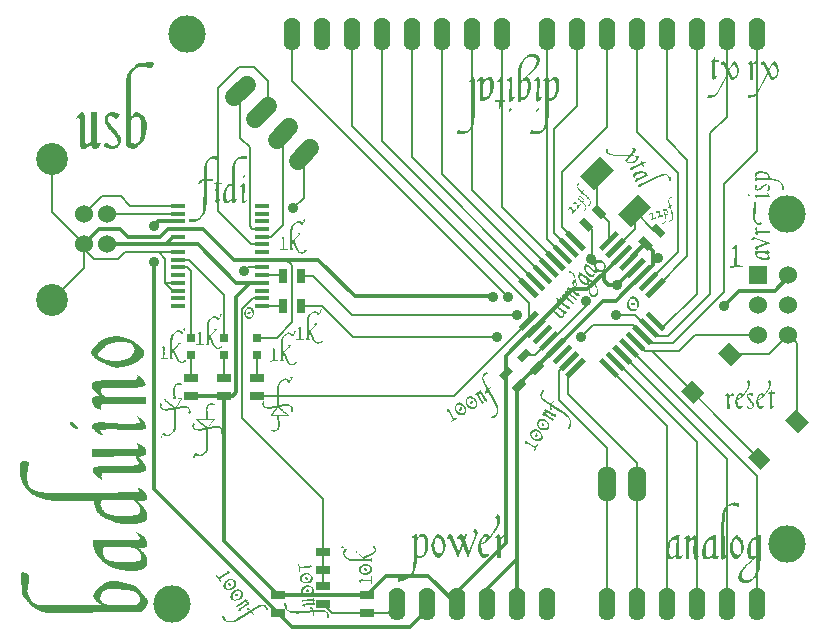
<source format=gtl>
G04 (created by PCBNEW-RS274X (2012-apr-16-27)-stable) date Tue 03 Dec 2013 05:38:56 PM CET*
G01*
G70*
G90*
%MOIN*%
G04 Gerber Fmt 3.4, Leading zero omitted, Abs format*
%FSLAX34Y34*%
G04 APERTURE LIST*
%ADD10C,0.006000*%
%ADD11C,0.000100*%
%ADD12C,0.060000*%
%ADD13R,0.050000X0.016000*%
%ADD14O,0.060000X0.120000*%
%ADD15C,0.060000*%
%ADD16C,0.106300*%
%ADD17R,0.031400X0.031400*%
%ADD18C,0.125000*%
%ADD19R,0.060000X0.060000*%
%ADD20O,0.055000X0.110000*%
%ADD21R,0.025000X0.045000*%
%ADD22R,0.045000X0.025000*%
%ADD23C,0.035000*%
%ADD24C,0.012000*%
%ADD25C,0.008000*%
%ADD26C,0.011800*%
G04 APERTURE END LIST*
G54D10*
G54D11*
G36*
X31993Y-10139D02*
X31993Y-10139D01*
X32028Y-10139D01*
X32075Y-10145D01*
X32116Y-10153D01*
X32152Y-10164D01*
X32182Y-10179D01*
X32207Y-10196D01*
X32226Y-10215D01*
X32246Y-10248D01*
X32260Y-10282D01*
X32267Y-10317D01*
X32267Y-10354D01*
X32262Y-10391D01*
X32253Y-10428D01*
X32241Y-10464D01*
X32225Y-10499D01*
X32206Y-10534D01*
X32184Y-10568D01*
X32158Y-10602D01*
X32128Y-10635D01*
X32105Y-10660D01*
X32081Y-10684D01*
X32056Y-10709D01*
X32031Y-10735D01*
X32004Y-10761D01*
X31976Y-10787D01*
X31947Y-10814D01*
X31918Y-10842D01*
X31887Y-10870D01*
X31855Y-10898D01*
X31823Y-10927D01*
X31866Y-10930D01*
X31901Y-10945D01*
X31927Y-10972D01*
X31944Y-11010D01*
X31952Y-11041D01*
X31959Y-11074D01*
X31964Y-11108D01*
X31968Y-11143D01*
X31971Y-11180D01*
X31972Y-11219D01*
X31972Y-11258D01*
X31969Y-11296D01*
X31963Y-11333D01*
X31955Y-11369D01*
X31944Y-11403D01*
X31931Y-11438D01*
X31915Y-11471D01*
X31898Y-11504D01*
X31880Y-11535D01*
X31859Y-11566D01*
X31837Y-11596D01*
X31812Y-11625D01*
X31787Y-11650D01*
X31758Y-11670D01*
X31726Y-11688D01*
X31692Y-11699D01*
X31660Y-11703D01*
X31628Y-11698D01*
X31628Y-11719D01*
X31628Y-11740D01*
X31580Y-11740D01*
X31528Y-11740D01*
X31528Y-11702D01*
X31528Y-11664D01*
X31528Y-11626D01*
X31527Y-11588D01*
X31527Y-11550D01*
X31527Y-11512D01*
X31527Y-11474D01*
X31526Y-11436D01*
X31526Y-11398D01*
X31525Y-11360D01*
X31525Y-11322D01*
X31525Y-11284D01*
X31524Y-11247D01*
X31524Y-11209D01*
X31524Y-11171D01*
X31524Y-11133D01*
X31525Y-11096D01*
X31526Y-11058D01*
X31527Y-11020D01*
X31528Y-10983D01*
X31529Y-10945D01*
X31531Y-10908D01*
X31532Y-10870D01*
X31534Y-10832D01*
X31536Y-10795D01*
X31538Y-10757D01*
X31541Y-10718D01*
X31546Y-10679D01*
X31553Y-10641D01*
X31562Y-10603D01*
X31573Y-10565D01*
X31587Y-10528D01*
X31599Y-10500D01*
X31614Y-10471D01*
X31630Y-10442D01*
X31649Y-10412D01*
X31670Y-10383D01*
X31694Y-10353D01*
X31719Y-10322D01*
X31747Y-10292D01*
X31765Y-10327D01*
X31743Y-10357D01*
X31726Y-10392D01*
X31711Y-10429D01*
X31698Y-10466D01*
X31686Y-10502D01*
X31675Y-10538D01*
X31666Y-10574D01*
X31657Y-10610D01*
X31649Y-10646D01*
X31644Y-10679D01*
X31640Y-10712D01*
X31637Y-10745D01*
X31637Y-10779D01*
X31637Y-10813D01*
X31639Y-10847D01*
X31641Y-10887D01*
X31642Y-10927D01*
X31643Y-10966D01*
X31643Y-11005D01*
X31642Y-11045D01*
X31681Y-11069D01*
X31664Y-11094D01*
X31653Y-11130D01*
X31646Y-11177D01*
X31643Y-11211D01*
X31641Y-11245D01*
X31640Y-11279D01*
X31639Y-11314D01*
X31639Y-11348D01*
X31639Y-11382D01*
X31638Y-11416D01*
X31637Y-11449D01*
X31636Y-11483D01*
X31635Y-11516D01*
X31633Y-11550D01*
X31632Y-11583D01*
X31670Y-11590D01*
X31708Y-11594D01*
X31743Y-11584D01*
X31774Y-11564D01*
X31802Y-11535D01*
X31815Y-11515D01*
X31826Y-11490D01*
X31835Y-11460D01*
X31843Y-11424D01*
X31850Y-11383D01*
X31854Y-11337D01*
X31858Y-11287D01*
X31860Y-11241D01*
X31860Y-11199D01*
X31860Y-11162D01*
X31858Y-11129D01*
X31854Y-11101D01*
X31838Y-11059D01*
X31806Y-11038D01*
X31760Y-11035D01*
X31760Y-11035D01*
X31730Y-11041D01*
X31703Y-11053D01*
X31681Y-11069D01*
X31642Y-11045D01*
X31668Y-11020D01*
X31695Y-10994D01*
X31721Y-10969D01*
X31748Y-10943D01*
X31775Y-10917D01*
X31802Y-10892D01*
X31829Y-10866D01*
X31857Y-10839D01*
X31884Y-10813D01*
X31912Y-10786D01*
X31940Y-10760D01*
X31969Y-10733D01*
X32001Y-10700D01*
X32031Y-10667D01*
X32058Y-10635D01*
X32081Y-10602D01*
X32102Y-10569D01*
X32120Y-10536D01*
X32134Y-10503D01*
X32146Y-10469D01*
X32154Y-10436D01*
X32160Y-10403D01*
X32159Y-10363D01*
X32147Y-10329D01*
X32126Y-10299D01*
X32094Y-10274D01*
X32057Y-10255D01*
X32021Y-10243D01*
X31985Y-10238D01*
X31948Y-10240D01*
X31948Y-10240D01*
X31902Y-10248D01*
X31861Y-10261D01*
X31824Y-10278D01*
X31792Y-10300D01*
X31765Y-10327D01*
X31747Y-10292D01*
X31773Y-10265D01*
X31800Y-10240D01*
X31828Y-10217D01*
X31857Y-10196D01*
X31885Y-10177D01*
X31922Y-10158D01*
X31958Y-10145D01*
X31993Y-10139D01*
X31993Y-10139D01*
G37*
G36*
X38118Y-10198D02*
X38103Y-10227D01*
X38087Y-10257D01*
X38071Y-10287D01*
X38056Y-10316D01*
X38033Y-10348D01*
X38005Y-10368D01*
X37972Y-10375D01*
X37972Y-10399D01*
X37976Y-10424D01*
X37997Y-10424D01*
X38021Y-10424D01*
X38019Y-10461D01*
X38018Y-10498D01*
X38017Y-10536D01*
X38017Y-10574D01*
X38016Y-10612D01*
X38017Y-10650D01*
X38017Y-10688D01*
X38018Y-10725D01*
X38019Y-10763D01*
X38019Y-10800D01*
X38019Y-10837D01*
X38019Y-10874D01*
X38019Y-10911D01*
X38017Y-10948D01*
X38018Y-10973D01*
X38024Y-10993D01*
X38040Y-11003D01*
X38069Y-11007D01*
X38085Y-11001D01*
X38108Y-10979D01*
X38127Y-10956D01*
X38148Y-10931D01*
X38170Y-10903D01*
X38170Y-10882D01*
X38156Y-10878D01*
X38128Y-10899D01*
X38104Y-10917D01*
X38104Y-10882D01*
X38105Y-10847D01*
X38105Y-10811D01*
X38106Y-10776D01*
X38107Y-10741D01*
X38107Y-10705D01*
X38108Y-10670D01*
X38108Y-10635D01*
X38109Y-10600D01*
X38109Y-10566D01*
X38110Y-10531D01*
X38110Y-10497D01*
X38111Y-10462D01*
X38111Y-10427D01*
X38170Y-10427D01*
X38229Y-10427D01*
X38229Y-10396D01*
X38229Y-10368D01*
X38170Y-10368D01*
X38118Y-10368D01*
X38118Y-10285D01*
X38118Y-10198D01*
X38118Y-10198D01*
G37*
G36*
X39722Y-10372D02*
X39722Y-10372D01*
X39746Y-10388D01*
X39769Y-10412D01*
X39792Y-10442D01*
X39813Y-10479D01*
X39829Y-10512D01*
X39846Y-10545D01*
X39863Y-10578D01*
X39881Y-10612D01*
X39899Y-10646D01*
X39933Y-10654D01*
X39917Y-10681D01*
X39927Y-10708D01*
X39938Y-10737D01*
X39949Y-10767D01*
X39962Y-10799D01*
X39973Y-10824D01*
X39988Y-10851D01*
X40006Y-10880D01*
X40026Y-10910D01*
X40049Y-10941D01*
X40068Y-10935D01*
X40115Y-10896D01*
X40141Y-10865D01*
X40160Y-10831D01*
X40172Y-10794D01*
X40177Y-10753D01*
X40176Y-10715D01*
X40172Y-10680D01*
X40164Y-10647D01*
X40153Y-10617D01*
X40139Y-10590D01*
X40113Y-10554D01*
X40087Y-10529D01*
X40059Y-10517D01*
X40042Y-10517D01*
X40042Y-10517D01*
X40017Y-10534D01*
X39990Y-10569D01*
X39970Y-10598D01*
X39951Y-10626D01*
X39933Y-10654D01*
X39899Y-10646D01*
X39916Y-10622D01*
X39932Y-10596D01*
X39949Y-10567D01*
X39965Y-10535D01*
X39981Y-10502D01*
X39997Y-10472D01*
X40012Y-10442D01*
X40028Y-10413D01*
X40060Y-10394D01*
X40094Y-10395D01*
X40128Y-10416D01*
X40163Y-10458D01*
X40179Y-10491D01*
X40195Y-10525D01*
X40208Y-10559D01*
X40216Y-10586D01*
X40222Y-10616D01*
X40225Y-10649D01*
X40226Y-10684D01*
X40225Y-10722D01*
X40223Y-10758D01*
X40218Y-10792D01*
X40211Y-10824D01*
X40201Y-10854D01*
X40186Y-10889D01*
X40169Y-10918D01*
X40151Y-10943D01*
X40132Y-10962D01*
X40082Y-10991D01*
X40040Y-11008D01*
X40006Y-11011D01*
X39980Y-11001D01*
X39962Y-10979D01*
X39949Y-10954D01*
X39935Y-10927D01*
X39920Y-10898D01*
X39904Y-10868D01*
X39886Y-10836D01*
X39868Y-10802D01*
X39855Y-10828D01*
X39840Y-10856D01*
X39825Y-10887D01*
X39809Y-10920D01*
X39792Y-10955D01*
X39777Y-10985D01*
X39761Y-11015D01*
X39746Y-11046D01*
X39730Y-11076D01*
X39714Y-11107D01*
X39698Y-11139D01*
X39682Y-11170D01*
X39665Y-11202D01*
X39649Y-11233D01*
X39633Y-11263D01*
X39617Y-11293D01*
X39601Y-11323D01*
X39582Y-11357D01*
X39563Y-11389D01*
X39544Y-11418D01*
X39527Y-11445D01*
X39510Y-11469D01*
X39485Y-11502D01*
X39459Y-11530D01*
X39433Y-11554D01*
X39405Y-11573D01*
X39376Y-11587D01*
X39347Y-11597D01*
X39312Y-11604D01*
X39277Y-11608D01*
X39243Y-11608D01*
X39210Y-11604D01*
X39177Y-11597D01*
X39186Y-11575D01*
X39194Y-11552D01*
X39203Y-11528D01*
X39212Y-11503D01*
X39249Y-11510D01*
X39286Y-11514D01*
X39324Y-11514D01*
X39361Y-11510D01*
X39397Y-11502D01*
X39431Y-11485D01*
X39461Y-11461D01*
X39490Y-11427D01*
X39506Y-11403D01*
X39522Y-11377D01*
X39539Y-11347D01*
X39557Y-11315D01*
X39576Y-11281D01*
X39593Y-11252D01*
X39610Y-11222D01*
X39627Y-11191D01*
X39644Y-11160D01*
X39660Y-11129D01*
X39677Y-11097D01*
X39693Y-11066D01*
X39709Y-11035D01*
X39725Y-11004D01*
X39740Y-10974D01*
X39756Y-10943D01*
X39771Y-10913D01*
X39789Y-10878D01*
X39806Y-10845D01*
X39822Y-10814D01*
X39837Y-10786D01*
X39851Y-10760D01*
X39833Y-10727D01*
X39816Y-10693D01*
X39799Y-10660D01*
X39781Y-10625D01*
X39764Y-10590D01*
X39747Y-10556D01*
X39729Y-10523D01*
X39701Y-10510D01*
X39668Y-10511D01*
X39632Y-10517D01*
X39630Y-10484D01*
X39637Y-10455D01*
X39653Y-10431D01*
X39673Y-10409D01*
X39696Y-10390D01*
X39722Y-10372D01*
X39722Y-10372D01*
G37*
G36*
X38396Y-10375D02*
X38396Y-10375D01*
X38419Y-10392D01*
X38441Y-10415D01*
X38462Y-10445D01*
X38483Y-10483D01*
X38499Y-10516D01*
X38516Y-10550D01*
X38533Y-10584D01*
X38551Y-10618D01*
X38569Y-10653D01*
X38586Y-10629D01*
X38606Y-10657D01*
X38590Y-10684D01*
X38600Y-10712D01*
X38610Y-10741D01*
X38620Y-10771D01*
X38632Y-10802D01*
X38644Y-10828D01*
X38658Y-10855D01*
X38676Y-10883D01*
X38696Y-10913D01*
X38719Y-10944D01*
X38730Y-10944D01*
X38753Y-10930D01*
X38788Y-10899D01*
X38815Y-10869D01*
X38834Y-10836D01*
X38846Y-10800D01*
X38851Y-10760D01*
X38850Y-10722D01*
X38845Y-10685D01*
X38837Y-10652D01*
X38827Y-10621D01*
X38813Y-10594D01*
X38786Y-10557D01*
X38758Y-10533D01*
X38729Y-10521D01*
X38729Y-10521D01*
X38708Y-10524D01*
X38685Y-10541D01*
X38660Y-10573D01*
X38641Y-10602D01*
X38623Y-10630D01*
X38606Y-10657D01*
X38586Y-10629D01*
X38603Y-10603D01*
X38619Y-10574D01*
X38635Y-10542D01*
X38652Y-10509D01*
X38669Y-10477D01*
X38685Y-10446D01*
X38701Y-10417D01*
X38734Y-10397D01*
X38767Y-10398D01*
X38802Y-10420D01*
X38837Y-10462D01*
X38852Y-10495D01*
X38866Y-10528D01*
X38878Y-10563D01*
X38887Y-10590D01*
X38894Y-10619D01*
X38898Y-10652D01*
X38899Y-10688D01*
X38899Y-10725D01*
X38895Y-10761D01*
X38890Y-10795D01*
X38882Y-10827D01*
X38872Y-10858D01*
X38856Y-10892D01*
X38840Y-10922D01*
X38821Y-10946D01*
X38802Y-10965D01*
X38752Y-10995D01*
X38710Y-11011D01*
X38676Y-11014D01*
X38650Y-11005D01*
X38632Y-10983D01*
X38617Y-10953D01*
X38601Y-10921D01*
X38583Y-10886D01*
X38563Y-10849D01*
X38542Y-10809D01*
X38528Y-10834D01*
X38513Y-10862D01*
X38496Y-10892D01*
X38479Y-10924D01*
X38462Y-10958D01*
X38447Y-10989D01*
X38431Y-11020D01*
X38416Y-11051D01*
X38400Y-11082D01*
X38384Y-11114D01*
X38368Y-11146D01*
X38352Y-11177D01*
X38336Y-11208D01*
X38319Y-11238D01*
X38303Y-11268D01*
X38287Y-11297D01*
X38271Y-11326D01*
X38252Y-11360D01*
X38234Y-11392D01*
X38217Y-11421D01*
X38200Y-11448D01*
X38184Y-11472D01*
X38159Y-11505D01*
X38133Y-11534D01*
X38106Y-11557D01*
X38079Y-11576D01*
X38050Y-11591D01*
X38021Y-11601D01*
X37986Y-11608D01*
X37951Y-11612D01*
X37917Y-11613D01*
X37884Y-11611D01*
X37851Y-11604D01*
X37859Y-11580D01*
X37868Y-11556D01*
X37877Y-11531D01*
X37885Y-11507D01*
X37922Y-11514D01*
X37958Y-11519D01*
X37994Y-11520D01*
X38031Y-11517D01*
X38067Y-11508D01*
X38101Y-11490D01*
X38132Y-11465D01*
X38160Y-11431D01*
X38176Y-11407D01*
X38194Y-11380D01*
X38212Y-11351D01*
X38231Y-11319D01*
X38250Y-11285D01*
X38266Y-11255D01*
X38282Y-11225D01*
X38298Y-11195D01*
X38315Y-11164D01*
X38331Y-11132D01*
X38347Y-11101D01*
X38364Y-11069D01*
X38380Y-11038D01*
X38395Y-11008D01*
X38411Y-10977D01*
X38426Y-10947D01*
X38441Y-10917D01*
X38459Y-10882D01*
X38476Y-10850D01*
X38492Y-10820D01*
X38507Y-10793D01*
X38521Y-10767D01*
X38504Y-10733D01*
X38486Y-10698D01*
X38469Y-10663D01*
X38451Y-10629D01*
X38434Y-10594D01*
X38417Y-10559D01*
X38399Y-10527D01*
X38372Y-10514D01*
X38338Y-10514D01*
X38302Y-10521D01*
X38300Y-10488D01*
X38307Y-10459D01*
X38323Y-10434D01*
X38344Y-10413D01*
X38369Y-10393D01*
X38396Y-10375D01*
X38396Y-10375D01*
G37*
G36*
X39472Y-10378D02*
X39448Y-10387D01*
X39420Y-10413D01*
X39400Y-10437D01*
X39381Y-10460D01*
X39361Y-10483D01*
X39353Y-10448D01*
X39340Y-10417D01*
X39324Y-10395D01*
X39302Y-10389D01*
X39275Y-10399D01*
X39243Y-10427D01*
X39222Y-10452D01*
X39206Y-10478D01*
X39194Y-10503D01*
X39222Y-10496D01*
X39250Y-10493D01*
X39278Y-10514D01*
X39277Y-10549D01*
X39277Y-10585D01*
X39276Y-10620D01*
X39275Y-10655D01*
X39275Y-10690D01*
X39274Y-10725D01*
X39274Y-10760D01*
X39274Y-10796D01*
X39275Y-10832D01*
X39275Y-10867D01*
X39275Y-10903D01*
X39275Y-10939D01*
X39275Y-10975D01*
X39274Y-11010D01*
X39297Y-11011D01*
X39319Y-11010D01*
X39342Y-11008D01*
X39365Y-11007D01*
X39365Y-10970D01*
X39366Y-10934D01*
X39366Y-10897D01*
X39366Y-10861D01*
X39365Y-10825D01*
X39365Y-10788D01*
X39364Y-10752D01*
X39363Y-10716D01*
X39363Y-10679D01*
X39363Y-10643D01*
X39364Y-10606D01*
X39365Y-10569D01*
X39368Y-10541D01*
X39376Y-10515D01*
X39389Y-10493D01*
X39415Y-10471D01*
X39451Y-10465D01*
X39479Y-10476D01*
X39503Y-10497D01*
X39519Y-10474D01*
X39535Y-10450D01*
X39552Y-10424D01*
X39521Y-10400D01*
X39495Y-10384D01*
X39472Y-10378D01*
X39472Y-10378D01*
X39472Y-10378D01*
G37*
G36*
X19267Y-10424D02*
X19267Y-10424D01*
X19300Y-10423D01*
X19331Y-10424D01*
X19361Y-10427D01*
X19392Y-10442D01*
X19401Y-10474D01*
X19389Y-10524D01*
X19365Y-10573D01*
X19341Y-10601D01*
X19316Y-10611D01*
X19282Y-10612D01*
X19248Y-10611D01*
X19214Y-10608D01*
X19180Y-10604D01*
X19146Y-10597D01*
X19111Y-10590D01*
X19076Y-10584D01*
X19042Y-10579D01*
X19007Y-10574D01*
X18972Y-10569D01*
X18924Y-10584D01*
X18880Y-10599D01*
X18840Y-10616D01*
X18805Y-10633D01*
X18774Y-10652D01*
X18747Y-10672D01*
X18724Y-10693D01*
X18705Y-10715D01*
X18684Y-10746D01*
X18668Y-10779D01*
X18655Y-10814D01*
X18646Y-10852D01*
X18641Y-10892D01*
X18639Y-10934D01*
X18635Y-12260D01*
X18690Y-12293D01*
X18671Y-12322D01*
X18651Y-12357D01*
X18632Y-12399D01*
X18630Y-12438D01*
X18628Y-12476D01*
X18626Y-12515D01*
X18625Y-12554D01*
X18624Y-12593D01*
X18624Y-12632D01*
X18624Y-12672D01*
X18625Y-12712D01*
X18626Y-12752D01*
X18627Y-12792D01*
X18628Y-12832D01*
X18629Y-12871D01*
X18628Y-12911D01*
X18628Y-12950D01*
X18627Y-12989D01*
X18625Y-13028D01*
X18639Y-13057D01*
X18654Y-13083D01*
X18674Y-13108D01*
X18700Y-13127D01*
X18735Y-13137D01*
X18778Y-13139D01*
X18814Y-13132D01*
X18848Y-13115D01*
X18880Y-13090D01*
X18910Y-13056D01*
X18920Y-13038D01*
X18930Y-13017D01*
X18939Y-12991D01*
X18948Y-12962D01*
X18955Y-12928D01*
X18962Y-12890D01*
X18968Y-12848D01*
X18974Y-12802D01*
X18979Y-12752D01*
X18983Y-12698D01*
X18985Y-12662D01*
X18987Y-12627D01*
X18988Y-12591D01*
X18990Y-12556D01*
X18990Y-12521D01*
X18990Y-12486D01*
X18990Y-12451D01*
X18990Y-12417D01*
X18985Y-12379D01*
X18974Y-12344D01*
X18955Y-12314D01*
X18929Y-12288D01*
X18896Y-12265D01*
X18856Y-12247D01*
X18809Y-12233D01*
X18809Y-12233D01*
X18786Y-12233D01*
X18759Y-12241D01*
X18729Y-12257D01*
X18710Y-12272D01*
X18690Y-12293D01*
X18635Y-12260D01*
X18653Y-12233D01*
X18674Y-12205D01*
X18697Y-12179D01*
X18722Y-12153D01*
X18750Y-12128D01*
X18793Y-12097D01*
X18829Y-12081D01*
X18858Y-12080D01*
X18889Y-12091D01*
X18920Y-12106D01*
X18950Y-12125D01*
X18980Y-12147D01*
X19010Y-12173D01*
X19038Y-12203D01*
X19066Y-12237D01*
X19094Y-12274D01*
X19116Y-12310D01*
X19135Y-12345D01*
X19151Y-12381D01*
X19163Y-12418D01*
X19172Y-12454D01*
X19177Y-12491D01*
X19179Y-12529D01*
X19178Y-12566D01*
X19174Y-12604D01*
X19163Y-12663D01*
X19153Y-12719D01*
X19141Y-12771D01*
X19130Y-12821D01*
X19118Y-12866D01*
X19105Y-12909D01*
X19092Y-12948D01*
X19078Y-12983D01*
X19064Y-13015D01*
X19049Y-13044D01*
X19034Y-13070D01*
X19019Y-13092D01*
X19003Y-13110D01*
X18986Y-13125D01*
X18953Y-13151D01*
X18921Y-13177D01*
X18890Y-13202D01*
X18860Y-13227D01*
X18831Y-13251D01*
X18802Y-13275D01*
X18774Y-13299D01*
X18744Y-13317D01*
X18709Y-13324D01*
X18670Y-13319D01*
X18627Y-13302D01*
X18580Y-13274D01*
X18536Y-13242D01*
X18502Y-13212D01*
X18478Y-13186D01*
X18463Y-13161D01*
X18458Y-13139D01*
X18465Y-10997D01*
X18478Y-10953D01*
X18492Y-10911D01*
X18507Y-10872D01*
X18523Y-10835D01*
X18540Y-10799D01*
X18559Y-10766D01*
X18579Y-10735D01*
X18600Y-10706D01*
X18622Y-10679D01*
X18646Y-10655D01*
X18670Y-10632D01*
X18701Y-10605D01*
X18731Y-10579D01*
X18761Y-10553D01*
X18790Y-10528D01*
X18819Y-10503D01*
X18855Y-10477D01*
X18890Y-10456D01*
X18925Y-10443D01*
X18958Y-10438D01*
X18992Y-10440D01*
X19026Y-10441D01*
X19061Y-10441D01*
X19096Y-10439D01*
X19131Y-10435D01*
X19167Y-10431D01*
X19201Y-10426D01*
X19235Y-10425D01*
X19267Y-10424D01*
X19267Y-10424D01*
G37*
G36*
X32510Y-10917D02*
X32510Y-10917D01*
X32544Y-10923D01*
X32564Y-10949D01*
X32573Y-10996D01*
X32569Y-11063D01*
X32585Y-11084D01*
X32559Y-11108D01*
X32559Y-11351D01*
X32559Y-11597D01*
X32591Y-11620D01*
X32632Y-11618D01*
X32670Y-11603D01*
X32703Y-11582D01*
X32730Y-11556D01*
X32751Y-11525D01*
X32767Y-11490D01*
X32777Y-11457D01*
X32785Y-11422D01*
X32792Y-11385D01*
X32796Y-11345D01*
X32798Y-11302D01*
X32799Y-11257D01*
X32797Y-11194D01*
X32792Y-11141D01*
X32783Y-11098D01*
X32771Y-11064D01*
X32756Y-11040D01*
X32737Y-11026D01*
X32715Y-11021D01*
X32715Y-11021D01*
X32689Y-11023D01*
X32662Y-11031D01*
X32635Y-11045D01*
X32610Y-11063D01*
X32585Y-11084D01*
X32569Y-11063D01*
X32591Y-11039D01*
X32614Y-11016D01*
X32638Y-10992D01*
X32663Y-10969D01*
X32691Y-10949D01*
X32722Y-10934D01*
X32757Y-10925D01*
X32795Y-10920D01*
X32837Y-10925D01*
X32869Y-10945D01*
X32892Y-10980D01*
X32906Y-11031D01*
X32912Y-11071D01*
X32917Y-11111D01*
X32920Y-11150D01*
X32922Y-11190D01*
X32922Y-11229D01*
X32920Y-11267D01*
X32918Y-11293D01*
X32912Y-11321D01*
X32905Y-11352D01*
X32895Y-11384D01*
X32883Y-11419D01*
X32869Y-11456D01*
X32852Y-11496D01*
X32833Y-11538D01*
X32814Y-11575D01*
X32792Y-11607D01*
X32768Y-11635D01*
X32740Y-11659D01*
X32710Y-11679D01*
X32677Y-11694D01*
X32642Y-11705D01*
X32603Y-11712D01*
X32563Y-11715D01*
X32562Y-11755D01*
X32561Y-11795D01*
X32561Y-11834D01*
X32562Y-11874D01*
X32562Y-11913D01*
X32563Y-11953D01*
X32565Y-11992D01*
X32566Y-12031D01*
X32567Y-12071D01*
X32567Y-12110D01*
X32566Y-12149D01*
X32565Y-12189D01*
X32563Y-12229D01*
X32560Y-12268D01*
X32556Y-12308D01*
X32552Y-12347D01*
X32547Y-12384D01*
X32541Y-12419D01*
X32534Y-12453D01*
X32525Y-12486D01*
X32515Y-12519D01*
X32503Y-12550D01*
X32490Y-12580D01*
X32472Y-12613D01*
X32453Y-12644D01*
X32431Y-12673D01*
X32407Y-12699D01*
X32382Y-12722D01*
X32354Y-12743D01*
X32331Y-12757D01*
X32302Y-12773D01*
X32267Y-12790D01*
X32226Y-12809D01*
X32199Y-12819D01*
X32168Y-12825D01*
X32135Y-12829D01*
X32098Y-12829D01*
X32059Y-12826D01*
X32015Y-12821D01*
X31969Y-12813D01*
X31956Y-12796D01*
X31955Y-12753D01*
X31962Y-12712D01*
X31976Y-12698D01*
X32011Y-12699D01*
X32046Y-12701D01*
X32079Y-12705D01*
X32111Y-12712D01*
X32143Y-12718D01*
X32175Y-12722D01*
X32208Y-12722D01*
X32243Y-12719D01*
X32283Y-12710D01*
X32318Y-12697D01*
X32348Y-12678D01*
X32371Y-12655D01*
X32390Y-12627D01*
X32403Y-12594D01*
X32412Y-12558D01*
X32420Y-12522D01*
X32427Y-12484D01*
X32432Y-12447D01*
X32435Y-12408D01*
X32437Y-12368D01*
X32439Y-12330D01*
X32440Y-12291D01*
X32441Y-12253D01*
X32442Y-12215D01*
X32443Y-12176D01*
X32443Y-12138D01*
X32444Y-12099D01*
X32444Y-12061D01*
X32445Y-12022D01*
X32445Y-11984D01*
X32445Y-11945D01*
X32445Y-11907D01*
X32445Y-11868D01*
X32445Y-11830D01*
X32445Y-11792D01*
X32444Y-11753D01*
X32444Y-11715D01*
X32444Y-11677D01*
X32443Y-11639D01*
X32443Y-11600D01*
X32443Y-11562D01*
X32443Y-11524D01*
X32442Y-11485D01*
X32442Y-11447D01*
X32442Y-11408D01*
X32442Y-11370D01*
X32442Y-11331D01*
X32441Y-11293D01*
X32441Y-11254D01*
X32441Y-11216D01*
X32441Y-11177D01*
X32441Y-11139D01*
X32441Y-11088D01*
X32442Y-11053D01*
X32441Y-11035D01*
X32423Y-11034D01*
X32372Y-11066D01*
X32385Y-11024D01*
X32404Y-10988D01*
X32427Y-10960D01*
X32454Y-10938D01*
X32486Y-10924D01*
X32510Y-10917D01*
X32510Y-10917D01*
G37*
G36*
X30056Y-10920D02*
X30035Y-10927D01*
X30006Y-10952D01*
X29979Y-10978D01*
X29955Y-11007D01*
X29931Y-11038D01*
X29907Y-11068D01*
X29882Y-11097D01*
X29913Y-11088D01*
X29944Y-11080D01*
X29971Y-11083D01*
X29986Y-11111D01*
X29986Y-11151D01*
X29986Y-11191D01*
X29986Y-11230D01*
X29986Y-11270D01*
X29987Y-11309D01*
X29987Y-11348D01*
X29987Y-11388D01*
X29988Y-11427D01*
X29988Y-11466D01*
X29989Y-11505D01*
X29989Y-11543D01*
X29990Y-11582D01*
X29991Y-11621D01*
X29992Y-11659D01*
X29993Y-11698D01*
X29994Y-11736D01*
X29995Y-11774D01*
X29997Y-11813D01*
X29998Y-11851D01*
X29999Y-11889D01*
X29999Y-11927D01*
X29999Y-11966D01*
X29999Y-12004D01*
X29999Y-12043D01*
X29998Y-12081D01*
X29997Y-12120D01*
X29995Y-12159D01*
X29993Y-12197D01*
X29991Y-12236D01*
X29989Y-12275D01*
X29986Y-12313D01*
X29982Y-12352D01*
X29979Y-12391D01*
X29975Y-12430D01*
X29970Y-12468D01*
X29965Y-12507D01*
X29959Y-12540D01*
X29948Y-12574D01*
X29934Y-12609D01*
X29917Y-12646D01*
X29899Y-12673D01*
X29875Y-12695D01*
X29845Y-12711D01*
X29810Y-12722D01*
X29767Y-12726D01*
X29727Y-12725D01*
X29688Y-12720D01*
X29649Y-12712D01*
X29612Y-12702D01*
X29575Y-12692D01*
X29538Y-12681D01*
X29510Y-12708D01*
X29500Y-12743D01*
X29503Y-12781D01*
X29520Y-12804D01*
X29556Y-12816D01*
X29598Y-12820D01*
X29632Y-12823D01*
X29674Y-12824D01*
X29714Y-12820D01*
X29752Y-12814D01*
X29789Y-12803D01*
X29825Y-12788D01*
X29859Y-12770D01*
X29891Y-12748D01*
X29922Y-12721D01*
X29951Y-12691D01*
X29978Y-12658D01*
X30003Y-12625D01*
X30024Y-12591D01*
X30042Y-12557D01*
X30057Y-12521D01*
X30069Y-12486D01*
X30078Y-12449D01*
X30084Y-12412D01*
X30087Y-12375D01*
X30088Y-12333D01*
X30090Y-12292D01*
X30091Y-12251D01*
X30093Y-12210D01*
X30094Y-12169D01*
X30095Y-12129D01*
X30095Y-12089D01*
X30096Y-12050D01*
X30097Y-12011D01*
X30097Y-11972D01*
X30098Y-11933D01*
X30098Y-11895D01*
X30098Y-11858D01*
X30098Y-11820D01*
X30098Y-11783D01*
X30098Y-11746D01*
X30098Y-11710D01*
X30097Y-11674D01*
X30097Y-11638D01*
X30096Y-11601D01*
X30096Y-11565D01*
X30096Y-11528D01*
X30095Y-11491D01*
X30095Y-11453D01*
X30095Y-11415D01*
X30095Y-11377D01*
X30095Y-11339D01*
X30094Y-11300D01*
X30094Y-11261D01*
X30094Y-11221D01*
X30094Y-11182D01*
X30094Y-11142D01*
X30094Y-11102D01*
X30094Y-11061D01*
X30094Y-11020D01*
X30094Y-10979D01*
X30090Y-10952D01*
X30076Y-10931D01*
X30056Y-10920D01*
X30056Y-10920D01*
X30056Y-10920D01*
G37*
G36*
X30333Y-10920D02*
X30333Y-10920D01*
X30361Y-10927D01*
X30382Y-10948D01*
X30393Y-10976D01*
X30397Y-11010D01*
X30396Y-11049D01*
X30417Y-11073D01*
X30400Y-11095D01*
X30392Y-11115D01*
X30386Y-11152D01*
X30381Y-11190D01*
X30376Y-11228D01*
X30373Y-11267D01*
X30372Y-11305D01*
X30372Y-11344D01*
X30372Y-11383D01*
X30371Y-11421D01*
X30371Y-11460D01*
X30370Y-11499D01*
X30369Y-11538D01*
X30368Y-11576D01*
X30391Y-11588D01*
X30422Y-11593D01*
X30458Y-11590D01*
X30491Y-11582D01*
X30521Y-11566D01*
X30549Y-11542D01*
X30572Y-11510D01*
X30587Y-11473D01*
X30594Y-11431D01*
X30596Y-11396D01*
X30599Y-11362D01*
X30602Y-11327D01*
X30604Y-11292D01*
X30606Y-11257D01*
X30606Y-11222D01*
X30605Y-11187D01*
X30604Y-11153D01*
X30601Y-11106D01*
X30595Y-11071D01*
X30587Y-11049D01*
X30567Y-11027D01*
X30535Y-11014D01*
X30514Y-11014D01*
X30514Y-11014D01*
X30480Y-11025D01*
X30444Y-11049D01*
X30417Y-11073D01*
X30396Y-11049D01*
X30420Y-11020D01*
X30447Y-10991D01*
X30476Y-10965D01*
X30500Y-10949D01*
X30528Y-10936D01*
X30559Y-10928D01*
X30594Y-10924D01*
X30629Y-10926D01*
X30659Y-10936D01*
X30684Y-10954D01*
X30704Y-10980D01*
X30719Y-11015D01*
X30730Y-11057D01*
X30735Y-11108D01*
X30736Y-11167D01*
X30735Y-11204D01*
X30732Y-11240D01*
X30728Y-11275D01*
X30723Y-11309D01*
X30716Y-11342D01*
X30708Y-11375D01*
X30698Y-11407D01*
X30686Y-11438D01*
X30671Y-11469D01*
X30654Y-11500D01*
X30635Y-11530D01*
X30615Y-11559D01*
X30591Y-11589D01*
X30565Y-11617D01*
X30538Y-11642D01*
X30509Y-11666D01*
X30479Y-11688D01*
X30452Y-11703D01*
X30422Y-11716D01*
X30389Y-11726D01*
X30353Y-11732D01*
X30313Y-11736D01*
X30271Y-11736D01*
X30271Y-11699D01*
X30271Y-11662D01*
X30272Y-11625D01*
X30272Y-11588D01*
X30273Y-11551D01*
X30273Y-11514D01*
X30273Y-11477D01*
X30274Y-11440D01*
X30274Y-11403D01*
X30275Y-11366D01*
X30275Y-11329D01*
X30275Y-11292D01*
X30276Y-11255D01*
X30276Y-11218D01*
X30275Y-11181D01*
X30275Y-11144D01*
X30275Y-11107D01*
X30274Y-11069D01*
X30253Y-11038D01*
X30222Y-11039D01*
X30198Y-11056D01*
X30175Y-11078D01*
X30149Y-11094D01*
X30163Y-11063D01*
X30178Y-11031D01*
X30198Y-10997D01*
X30217Y-10973D01*
X30243Y-10953D01*
X30275Y-10936D01*
X30313Y-10924D01*
X30333Y-10920D01*
X30333Y-10920D01*
G37*
G36*
X31306Y-10924D02*
X31264Y-10931D01*
X31231Y-10948D01*
X31205Y-10972D01*
X31183Y-11001D01*
X31162Y-11030D01*
X31142Y-11059D01*
X31175Y-11042D01*
X31212Y-11024D01*
X31243Y-11021D01*
X31257Y-11049D01*
X31260Y-11085D01*
X31262Y-11121D01*
X31264Y-11158D01*
X31264Y-11194D01*
X31263Y-11231D01*
X31261Y-11267D01*
X31258Y-11304D01*
X31253Y-11340D01*
X31249Y-11377D01*
X31246Y-11413D01*
X31243Y-11450D01*
X31241Y-11486D01*
X31239Y-11523D01*
X31238Y-11559D01*
X31237Y-11595D01*
X31236Y-11632D01*
X31238Y-11661D01*
X31245Y-11688D01*
X31257Y-11715D01*
X31282Y-11740D01*
X31313Y-11733D01*
X31339Y-11710D01*
X31363Y-11687D01*
X31384Y-11664D01*
X31403Y-11639D01*
X31427Y-11594D01*
X31424Y-11563D01*
X31401Y-11583D01*
X31375Y-11604D01*
X31347Y-11608D01*
X31345Y-11568D01*
X31343Y-11529D01*
X31342Y-11489D01*
X31342Y-11449D01*
X31343Y-11409D01*
X31345Y-11370D01*
X31347Y-11330D01*
X31349Y-11290D01*
X31351Y-11251D01*
X31352Y-11211D01*
X31353Y-11171D01*
X31354Y-11131D01*
X31354Y-11092D01*
X31354Y-11052D01*
X31353Y-11023D01*
X31351Y-10994D01*
X31347Y-10965D01*
X31334Y-10933D01*
X31306Y-10924D01*
X31306Y-10924D01*
X31306Y-10924D01*
G37*
G36*
X32215Y-10924D02*
X32174Y-10931D01*
X32140Y-10948D01*
X32115Y-10972D01*
X32092Y-11001D01*
X32070Y-11030D01*
X32049Y-11059D01*
X32071Y-11048D01*
X32095Y-11037D01*
X32122Y-11024D01*
X32151Y-11021D01*
X32163Y-11049D01*
X32167Y-11085D01*
X32169Y-11121D01*
X32171Y-11158D01*
X32172Y-11194D01*
X32171Y-11231D01*
X32170Y-11267D01*
X32167Y-11304D01*
X32163Y-11340D01*
X32159Y-11377D01*
X32155Y-11413D01*
X32152Y-11450D01*
X32149Y-11486D01*
X32146Y-11523D01*
X32144Y-11559D01*
X32143Y-11595D01*
X32142Y-11632D01*
X32145Y-11661D01*
X32154Y-11688D01*
X32167Y-11715D01*
X32192Y-11740D01*
X32222Y-11733D01*
X32249Y-11710D01*
X32272Y-11687D01*
X32294Y-11664D01*
X32313Y-11639D01*
X32335Y-11594D01*
X32330Y-11563D01*
X32309Y-11583D01*
X32285Y-11604D01*
X32257Y-11608D01*
X32254Y-11568D01*
X32252Y-11529D01*
X32251Y-11489D01*
X32250Y-11449D01*
X32250Y-11409D01*
X32251Y-11370D01*
X32253Y-11330D01*
X32256Y-11290D01*
X32258Y-11251D01*
X32260Y-11211D01*
X32262Y-11171D01*
X32263Y-11131D01*
X32264Y-11092D01*
X32264Y-11052D01*
X32263Y-11023D01*
X32261Y-10994D01*
X32257Y-10965D01*
X32244Y-10933D01*
X32215Y-10924D01*
X32215Y-10924D01*
X32215Y-10924D01*
G37*
G36*
X30979Y-10927D02*
X30956Y-10936D01*
X30924Y-10965D01*
X30905Y-10987D01*
X30885Y-11010D01*
X30865Y-11035D01*
X30844Y-11063D01*
X30847Y-11087D01*
X30865Y-11094D01*
X30885Y-11078D01*
X30903Y-11066D01*
X30931Y-11045D01*
X30930Y-11085D01*
X30930Y-11124D01*
X30929Y-11163D01*
X30929Y-11203D01*
X30929Y-11242D01*
X30928Y-11282D01*
X30928Y-11321D01*
X30927Y-11361D01*
X30927Y-11401D01*
X30926Y-11440D01*
X30926Y-11480D01*
X30925Y-11519D01*
X30925Y-11559D01*
X30925Y-11598D01*
X30924Y-11638D01*
X30924Y-11677D01*
X30847Y-11677D01*
X30771Y-11677D01*
X30771Y-11715D01*
X30771Y-11750D01*
X30844Y-11750D01*
X30913Y-11750D01*
X30913Y-11861D01*
X30913Y-11972D01*
X30929Y-11942D01*
X30945Y-11913D01*
X30961Y-11883D01*
X30977Y-11853D01*
X30993Y-11823D01*
X31015Y-11789D01*
X31040Y-11765D01*
X31068Y-11749D01*
X31101Y-11743D01*
X31101Y-11712D01*
X31101Y-11681D01*
X31069Y-11681D01*
X31038Y-11681D01*
X31040Y-11643D01*
X31041Y-11606D01*
X31042Y-11568D01*
X31043Y-11530D01*
X31043Y-11493D01*
X31043Y-11455D01*
X31043Y-11417D01*
X31042Y-11378D01*
X31042Y-11340D01*
X31041Y-11302D01*
X31041Y-11264D01*
X31040Y-11226D01*
X31041Y-11188D01*
X31041Y-11150D01*
X31042Y-11112D01*
X31043Y-11075D01*
X31044Y-11037D01*
X31045Y-11000D01*
X31043Y-10970D01*
X31035Y-10948D01*
X31015Y-10933D01*
X30979Y-10927D01*
X30979Y-10927D01*
X30979Y-10927D01*
G37*
G36*
X31309Y-11948D02*
X31283Y-11960D01*
X31250Y-11993D01*
X31226Y-12027D01*
X31218Y-12053D01*
X31226Y-12069D01*
X31243Y-12073D01*
X31266Y-12058D01*
X31295Y-12028D01*
X31327Y-11982D01*
X31323Y-11955D01*
X31309Y-11948D01*
X31309Y-11948D01*
X31309Y-11948D01*
G37*
G36*
X32219Y-11948D02*
X32193Y-11960D01*
X32160Y-11993D01*
X32135Y-12027D01*
X32126Y-12053D01*
X32132Y-12069D01*
X32149Y-12073D01*
X32172Y-12058D01*
X32201Y-12028D01*
X32233Y-11982D01*
X32229Y-11955D01*
X32219Y-11948D01*
X32219Y-11948D01*
X32219Y-11948D01*
G37*
G36*
X18007Y-12080D02*
X17968Y-12083D01*
X17931Y-12092D01*
X17896Y-12106D01*
X17864Y-12126D01*
X17833Y-12153D01*
X17807Y-12183D01*
X17786Y-12216D01*
X17771Y-12251D01*
X17763Y-12288D01*
X17760Y-12326D01*
X17763Y-12354D01*
X17768Y-12383D01*
X17778Y-12414D01*
X17790Y-12447D01*
X17807Y-12481D01*
X17826Y-12517D01*
X17846Y-12549D01*
X17866Y-12580D01*
X17888Y-12611D01*
X17911Y-12642D01*
X17935Y-12672D01*
X17960Y-12703D01*
X17986Y-12733D01*
X18007Y-12757D01*
X18029Y-12782D01*
X18050Y-12808D01*
X18072Y-12833D01*
X18095Y-12859D01*
X18118Y-12885D01*
X18140Y-12913D01*
X18158Y-12941D01*
X18172Y-12972D01*
X18183Y-13005D01*
X18191Y-13040D01*
X18194Y-13076D01*
X18192Y-13117D01*
X18180Y-13152D01*
X18159Y-13179D01*
X18130Y-13199D01*
X18090Y-13212D01*
X18052Y-13216D01*
X18016Y-13214D01*
X17981Y-13204D01*
X17948Y-13188D01*
X17916Y-13167D01*
X17886Y-13146D01*
X17858Y-13123D01*
X17833Y-13097D01*
X17801Y-13115D01*
X17773Y-13137D01*
X17749Y-13163D01*
X17728Y-13192D01*
X17712Y-13226D01*
X17742Y-13237D01*
X17773Y-13249D01*
X17804Y-13262D01*
X17836Y-13275D01*
X17867Y-13288D01*
X17899Y-13302D01*
X17932Y-13314D01*
X17965Y-13320D01*
X17999Y-13322D01*
X18034Y-13320D01*
X18070Y-13313D01*
X18108Y-13302D01*
X18137Y-13290D01*
X18164Y-13273D01*
X18191Y-13252D01*
X18216Y-13227D01*
X18240Y-13198D01*
X18261Y-13167D01*
X18279Y-13137D01*
X18292Y-13108D01*
X18301Y-13079D01*
X18306Y-13052D01*
X18306Y-13003D01*
X18302Y-12962D01*
X18294Y-12927D01*
X18281Y-12899D01*
X18262Y-12869D01*
X18242Y-12840D01*
X18221Y-12810D01*
X18200Y-12781D01*
X18179Y-12752D01*
X18158Y-12723D01*
X18135Y-12695D01*
X18113Y-12667D01*
X18090Y-12639D01*
X18065Y-12608D01*
X18039Y-12577D01*
X18014Y-12547D01*
X17989Y-12516D01*
X17964Y-12485D01*
X17939Y-12454D01*
X17914Y-12423D01*
X17889Y-12392D01*
X17870Y-12363D01*
X17859Y-12333D01*
X17858Y-12303D01*
X17865Y-12274D01*
X17886Y-12243D01*
X17921Y-12227D01*
X17969Y-12226D01*
X18001Y-12232D01*
X18032Y-12245D01*
X18063Y-12264D01*
X18092Y-12285D01*
X18122Y-12304D01*
X18153Y-12319D01*
X18180Y-12289D01*
X18205Y-12258D01*
X18228Y-12226D01*
X18247Y-12193D01*
X18264Y-12160D01*
X18233Y-12148D01*
X18201Y-12135D01*
X18168Y-12122D01*
X18135Y-12108D01*
X18103Y-12095D01*
X18071Y-12086D01*
X18039Y-12081D01*
X18007Y-12080D01*
X18007Y-12080D01*
X18007Y-12080D01*
G37*
G36*
X17003Y-12090D02*
X16984Y-12097D01*
X16959Y-12112D01*
X16930Y-12137D01*
X16896Y-12170D01*
X16869Y-12200D01*
X16845Y-12228D01*
X16824Y-12255D01*
X16807Y-12282D01*
X16792Y-12309D01*
X16834Y-12298D01*
X16872Y-12293D01*
X16906Y-12295D01*
X16941Y-12309D01*
X16948Y-12337D01*
X16948Y-12993D01*
X16944Y-12993D01*
X16943Y-13035D01*
X16943Y-13077D01*
X16943Y-13116D01*
X16944Y-13153D01*
X16951Y-13206D01*
X16965Y-13249D01*
X16985Y-13283D01*
X17013Y-13308D01*
X17049Y-13323D01*
X17078Y-13316D01*
X17109Y-13306D01*
X17140Y-13291D01*
X17171Y-13271D01*
X17203Y-13248D01*
X17236Y-13220D01*
X17269Y-13189D01*
X17302Y-13153D01*
X17318Y-13188D01*
X17332Y-13225D01*
X17344Y-13264D01*
X17359Y-13297D01*
X17382Y-13316D01*
X17413Y-13323D01*
X17451Y-13321D01*
X17484Y-13312D01*
X17514Y-13297D01*
X17539Y-13277D01*
X17559Y-13250D01*
X17577Y-13220D01*
X17594Y-13189D01*
X17611Y-13157D01*
X17627Y-13124D01*
X17642Y-13090D01*
X17599Y-13120D01*
X17560Y-13136D01*
X17526Y-13137D01*
X17497Y-13125D01*
X17497Y-12090D01*
X17323Y-12090D01*
X17323Y-13090D01*
X17305Y-13090D01*
X17280Y-13096D01*
X17248Y-13110D01*
X17208Y-13132D01*
X17169Y-13144D01*
X17138Y-13129D01*
X17117Y-13087D01*
X17104Y-13017D01*
X17104Y-13002D01*
X17104Y-12975D01*
X17104Y-12938D01*
X17104Y-12889D01*
X17104Y-12656D01*
X17104Y-12434D01*
X17104Y-12330D01*
X17104Y-12293D01*
X17103Y-12258D01*
X17100Y-12223D01*
X17096Y-12191D01*
X17090Y-12160D01*
X17073Y-12118D01*
X17044Y-12095D01*
X17003Y-12090D01*
X17003Y-12090D01*
X17003Y-12090D01*
G37*
G36*
X35375Y-13288D02*
X35375Y-13288D01*
X35410Y-13288D01*
X35441Y-13299D01*
X35472Y-13316D01*
X35466Y-13346D01*
X35451Y-13378D01*
X35427Y-13413D01*
X35406Y-13441D01*
X35384Y-13469D01*
X35362Y-13498D01*
X35340Y-13528D01*
X35369Y-13533D01*
X35402Y-13537D01*
X35389Y-13558D01*
X35355Y-13555D01*
X35323Y-13552D01*
X35323Y-13552D01*
X35302Y-13573D01*
X35280Y-13594D01*
X35257Y-13618D01*
X35240Y-13639D01*
X35222Y-13664D01*
X35205Y-13693D01*
X35188Y-13726D01*
X35198Y-13738D01*
X35240Y-13757D01*
X35279Y-13767D01*
X35319Y-13765D01*
X35358Y-13753D01*
X35390Y-13737D01*
X35417Y-13719D01*
X35440Y-13699D01*
X35458Y-13677D01*
X35475Y-13646D01*
X35484Y-13618D01*
X35483Y-13594D01*
X35465Y-13575D01*
X35424Y-13563D01*
X35389Y-13558D01*
X35402Y-13537D01*
X35438Y-13538D01*
X35475Y-13539D01*
X35511Y-13540D01*
X35545Y-13542D01*
X35573Y-13565D01*
X35576Y-13601D01*
X35556Y-13649D01*
X35539Y-13671D01*
X35522Y-13692D01*
X35503Y-13712D01*
X35482Y-13731D01*
X35455Y-13748D01*
X35424Y-13764D01*
X35391Y-13779D01*
X35358Y-13790D01*
X35326Y-13798D01*
X35295Y-13802D01*
X35258Y-13802D01*
X35227Y-13797D01*
X35201Y-13788D01*
X35157Y-13758D01*
X35131Y-13729D01*
X35122Y-13702D01*
X35132Y-13677D01*
X35152Y-13652D01*
X35173Y-13624D01*
X35197Y-13593D01*
X35222Y-13559D01*
X35194Y-13558D01*
X35164Y-13557D01*
X35130Y-13556D01*
X35094Y-13556D01*
X35055Y-13554D01*
X35017Y-13552D01*
X34978Y-13550D01*
X34938Y-13549D01*
X34897Y-13547D01*
X34856Y-13546D01*
X34816Y-13544D01*
X34778Y-13542D01*
X34742Y-13539D01*
X34709Y-13536D01*
X34680Y-13532D01*
X34653Y-13528D01*
X34607Y-13517D01*
X34568Y-13502D01*
X34536Y-13483D01*
X34510Y-13458D01*
X34490Y-13431D01*
X34475Y-13402D01*
X34463Y-13371D01*
X34455Y-13340D01*
X34493Y-13337D01*
X34531Y-13333D01*
X34541Y-13370D01*
X34555Y-13405D01*
X34573Y-13438D01*
X34598Y-13466D01*
X34631Y-13487D01*
X34674Y-13500D01*
X34701Y-13504D01*
X34732Y-13508D01*
X34765Y-13511D01*
X34802Y-13514D01*
X34840Y-13516D01*
X34879Y-13518D01*
X34918Y-13519D01*
X34958Y-13521D01*
X34999Y-13522D01*
X35039Y-13523D01*
X35079Y-13524D01*
X35118Y-13524D01*
X35155Y-13526D01*
X35188Y-13527D01*
X35219Y-13529D01*
X35247Y-13531D01*
X35264Y-13508D01*
X35281Y-13485D01*
X35299Y-13462D01*
X35317Y-13439D01*
X35336Y-13416D01*
X35354Y-13392D01*
X35371Y-13370D01*
X35372Y-13347D01*
X35360Y-13325D01*
X35344Y-13302D01*
X35375Y-13288D01*
X35375Y-13288D01*
G37*
G36*
X22368Y-13556D02*
X22368Y-13556D01*
X22396Y-13556D01*
X22426Y-13559D01*
X22459Y-13563D01*
X22493Y-13569D01*
X22503Y-13585D01*
X22503Y-13622D01*
X22495Y-13656D01*
X22483Y-13667D01*
X22445Y-13665D01*
X22409Y-13660D01*
X22375Y-13653D01*
X22340Y-13646D01*
X22302Y-13643D01*
X22264Y-13646D01*
X22225Y-13655D01*
X22193Y-13670D01*
X22167Y-13691D01*
X22148Y-13718D01*
X22135Y-13750D01*
X22126Y-13786D01*
X22118Y-13822D01*
X22111Y-13860D01*
X22107Y-13898D01*
X22104Y-13938D01*
X22103Y-13976D01*
X22102Y-14015D01*
X22101Y-14053D01*
X22100Y-14092D01*
X22100Y-14130D01*
X22100Y-14168D01*
X22100Y-14207D01*
X22099Y-14245D01*
X22100Y-14283D01*
X22100Y-14322D01*
X22100Y-14360D01*
X22100Y-14399D01*
X22101Y-14438D01*
X22101Y-14476D01*
X22101Y-14515D01*
X22102Y-14553D01*
X22102Y-14592D01*
X22102Y-14631D01*
X22103Y-14669D01*
X22103Y-14708D01*
X22103Y-14747D01*
X22104Y-14786D01*
X22104Y-14824D01*
X22104Y-14863D01*
X22104Y-14902D01*
X22104Y-14941D01*
X22104Y-14984D01*
X22104Y-15015D01*
X22104Y-15031D01*
X22118Y-15031D01*
X22160Y-15003D01*
X22145Y-15046D01*
X22124Y-15078D01*
X22098Y-15102D01*
X22066Y-15118D01*
X22030Y-15123D01*
X22007Y-15106D01*
X21997Y-15067D01*
X22000Y-15007D01*
X21985Y-14988D01*
X22007Y-14969D01*
X22007Y-14767D01*
X22007Y-14569D01*
X21983Y-14549D01*
X21983Y-14549D01*
X21948Y-14552D01*
X21910Y-14568D01*
X21878Y-14591D01*
X21854Y-14620D01*
X21837Y-14656D01*
X21827Y-14689D01*
X21819Y-14724D01*
X21813Y-14762D01*
X21810Y-14803D01*
X21809Y-14847D01*
X21811Y-14906D01*
X21817Y-14955D01*
X21827Y-14993D01*
X21840Y-15020D01*
X21857Y-15036D01*
X21878Y-15042D01*
X21910Y-15036D01*
X21941Y-15021D01*
X21963Y-15006D01*
X21985Y-14988D01*
X22000Y-15007D01*
X21975Y-15032D01*
X21948Y-15058D01*
X21920Y-15083D01*
X21889Y-15105D01*
X21854Y-15119D01*
X21813Y-15125D01*
X21779Y-15121D01*
X21752Y-15104D01*
X21734Y-15074D01*
X21722Y-15031D01*
X21717Y-14992D01*
X21713Y-14954D01*
X21711Y-14916D01*
X21710Y-14878D01*
X21712Y-14840D01*
X21715Y-14811D01*
X21721Y-14779D01*
X21731Y-14743D01*
X21745Y-14703D01*
X21761Y-14661D01*
X21781Y-14615D01*
X21802Y-14577D01*
X21826Y-14545D01*
X21854Y-14518D01*
X21886Y-14497D01*
X21921Y-14482D01*
X21961Y-14472D01*
X22003Y-14469D01*
X22004Y-14432D01*
X22005Y-14395D01*
X22004Y-14358D01*
X22004Y-14322D01*
X22003Y-14285D01*
X22001Y-14248D01*
X22000Y-14212D01*
X21999Y-14175D01*
X21999Y-14138D01*
X22000Y-14102D01*
X22001Y-14065D01*
X22004Y-14028D01*
X22007Y-13992D01*
X22010Y-13955D01*
X22015Y-13920D01*
X22021Y-13886D01*
X22029Y-13852D01*
X22039Y-13820D01*
X22050Y-13790D01*
X22063Y-13760D01*
X22080Y-13728D01*
X22100Y-13699D01*
X22122Y-13672D01*
X22147Y-13649D01*
X22174Y-13628D01*
X22193Y-13616D01*
X22218Y-13603D01*
X22247Y-13589D01*
X22281Y-13573D01*
X22307Y-13564D01*
X22335Y-13558D01*
X22368Y-13556D01*
X22368Y-13556D01*
G37*
G36*
X21389Y-13559D02*
X21353Y-13564D01*
X21318Y-13574D01*
X21285Y-13589D01*
X21254Y-13608D01*
X21225Y-13632D01*
X21198Y-13660D01*
X21173Y-13691D01*
X21151Y-13723D01*
X21132Y-13756D01*
X21117Y-13790D01*
X21104Y-13826D01*
X21094Y-13863D01*
X21087Y-13901D01*
X21083Y-13941D01*
X21082Y-13980D01*
X21080Y-14018D01*
X21079Y-14056D01*
X21078Y-14094D01*
X21076Y-14132D01*
X21075Y-14170D01*
X21073Y-14208D01*
X21072Y-14247D01*
X21070Y-14285D01*
X21069Y-14323D01*
X21014Y-14323D01*
X20970Y-14342D01*
X20936Y-14366D01*
X20911Y-14393D01*
X20895Y-14423D01*
X20889Y-14458D01*
X20892Y-14497D01*
X20922Y-14483D01*
X20951Y-14469D01*
X20982Y-14455D01*
X21014Y-14441D01*
X21019Y-14397D01*
X21037Y-14375D01*
X21069Y-14375D01*
X21068Y-14414D01*
X21067Y-14452D01*
X21066Y-14491D01*
X21065Y-14529D01*
X21064Y-14568D01*
X21063Y-14606D01*
X21062Y-14645D01*
X21061Y-14683D01*
X21060Y-14722D01*
X21060Y-14760D01*
X21059Y-14799D01*
X21058Y-14837D01*
X21058Y-14876D01*
X21057Y-14915D01*
X21056Y-14954D01*
X21056Y-14993D01*
X21055Y-15032D01*
X21054Y-15072D01*
X21052Y-15112D01*
X21051Y-15152D01*
X21050Y-15192D01*
X21049Y-15233D01*
X21046Y-15273D01*
X21043Y-15312D01*
X21038Y-15349D01*
X21032Y-15384D01*
X21024Y-15417D01*
X21014Y-15448D01*
X20997Y-15490D01*
X20977Y-15526D01*
X20956Y-15557D01*
X20934Y-15583D01*
X20905Y-15609D01*
X20874Y-15629D01*
X20842Y-15642D01*
X20809Y-15649D01*
X20774Y-15649D01*
X20738Y-15647D01*
X20702Y-15647D01*
X20664Y-15648D01*
X20626Y-15651D01*
X20587Y-15656D01*
X20567Y-15672D01*
X20563Y-15712D01*
X20575Y-15753D01*
X20608Y-15767D01*
X20648Y-15766D01*
X20688Y-15761D01*
X20728Y-15754D01*
X20766Y-15745D01*
X20804Y-15733D01*
X20840Y-15719D01*
X20871Y-15704D01*
X20901Y-15685D01*
X20931Y-15662D01*
X20960Y-15636D01*
X20989Y-15605D01*
X21017Y-15570D01*
X21045Y-15531D01*
X21063Y-15503D01*
X21079Y-15473D01*
X21094Y-15443D01*
X21107Y-15411D01*
X21118Y-15378D01*
X21128Y-15344D01*
X21137Y-15309D01*
X21145Y-15273D01*
X21151Y-15236D01*
X21156Y-15199D01*
X21160Y-15160D01*
X21163Y-15122D01*
X21165Y-15084D01*
X21166Y-15047D01*
X21168Y-15010D01*
X21169Y-14972D01*
X21170Y-14935D01*
X21170Y-14898D01*
X21171Y-14861D01*
X21171Y-14824D01*
X21171Y-14787D01*
X21170Y-14750D01*
X21170Y-14713D01*
X21169Y-14676D01*
X21169Y-14639D01*
X21169Y-14602D01*
X21168Y-14564D01*
X21168Y-14527D01*
X21168Y-14490D01*
X21167Y-14453D01*
X21167Y-14416D01*
X21167Y-14378D01*
X21358Y-14382D01*
X21372Y-14358D01*
X21358Y-14323D01*
X21325Y-14323D01*
X21293Y-14323D01*
X21260Y-14323D01*
X21229Y-14323D01*
X21198Y-14323D01*
X21167Y-14323D01*
X21166Y-14286D01*
X21166Y-14249D01*
X21166Y-14212D01*
X21166Y-14174D01*
X21166Y-14137D01*
X21166Y-14099D01*
X21167Y-14063D01*
X21168Y-14026D01*
X21169Y-13989D01*
X21171Y-13953D01*
X21173Y-13916D01*
X21175Y-13879D01*
X21178Y-13843D01*
X21181Y-13806D01*
X21187Y-13772D01*
X21199Y-13741D01*
X21218Y-13713D01*
X21243Y-13688D01*
X21273Y-13668D01*
X21307Y-13655D01*
X21346Y-13651D01*
X21389Y-13653D01*
X21418Y-13660D01*
X21448Y-13670D01*
X21476Y-13676D01*
X21503Y-13670D01*
X21520Y-13657D01*
X21535Y-13632D01*
X21541Y-13601D01*
X21535Y-13573D01*
X21507Y-13559D01*
X21485Y-13563D01*
X21465Y-13563D01*
X21426Y-13558D01*
X21389Y-13559D01*
X21389Y-13559D01*
X21389Y-13559D01*
G37*
G36*
X35667Y-13726D02*
X35649Y-13736D01*
X35632Y-13743D01*
X35642Y-13760D01*
X35649Y-13778D01*
X35613Y-13793D01*
X35577Y-13808D01*
X35541Y-13824D01*
X35505Y-13840D01*
X35469Y-13858D01*
X35438Y-13872D01*
X35408Y-13887D01*
X35377Y-13901D01*
X35346Y-13915D01*
X35315Y-13928D01*
X35285Y-13941D01*
X35260Y-13962D01*
X35264Y-13997D01*
X35299Y-14014D01*
X35331Y-14024D01*
X35368Y-14035D01*
X35382Y-14024D01*
X35382Y-14014D01*
X35358Y-14003D01*
X35337Y-13993D01*
X35371Y-13977D01*
X35405Y-13961D01*
X35439Y-13945D01*
X35473Y-13929D01*
X35507Y-13913D01*
X35541Y-13898D01*
X35575Y-13883D01*
X35609Y-13867D01*
X35643Y-13852D01*
X35677Y-13837D01*
X35686Y-13858D01*
X35694Y-13878D01*
X35705Y-13897D01*
X35715Y-13917D01*
X35733Y-13910D01*
X35753Y-13899D01*
X35745Y-13880D01*
X35736Y-13861D01*
X35727Y-13842D01*
X35719Y-13823D01*
X35778Y-13795D01*
X35833Y-13767D01*
X35801Y-13766D01*
X35769Y-13765D01*
X35736Y-13764D01*
X35693Y-13753D01*
X35667Y-13726D01*
X35667Y-13726D01*
X35667Y-13726D01*
G37*
G36*
X35646Y-14056D02*
X35646Y-14056D01*
X35677Y-14058D01*
X35708Y-14063D01*
X35744Y-14073D01*
X35777Y-14087D01*
X35809Y-14104D01*
X35832Y-14121D01*
X35853Y-14144D01*
X35872Y-14172D01*
X35889Y-14205D01*
X35853Y-14221D01*
X35817Y-14237D01*
X35780Y-14253D01*
X35744Y-14269D01*
X35708Y-14285D01*
X35673Y-14301D01*
X35637Y-14317D01*
X35602Y-14334D01*
X35567Y-14351D01*
X35531Y-14368D01*
X35521Y-14389D01*
X35545Y-14413D01*
X35576Y-14431D01*
X35545Y-14430D01*
X35510Y-14427D01*
X35477Y-14415D01*
X35444Y-14385D01*
X35435Y-14365D01*
X35441Y-14344D01*
X35461Y-14324D01*
X35490Y-14309D01*
X35508Y-14293D01*
X35528Y-14295D01*
X35560Y-14286D01*
X35591Y-14274D01*
X35622Y-14261D01*
X35653Y-14247D01*
X35684Y-14232D01*
X35715Y-14218D01*
X35747Y-14204D01*
X35778Y-14191D01*
X35777Y-14167D01*
X35764Y-14139D01*
X35742Y-14118D01*
X35712Y-14104D01*
X35681Y-14101D01*
X35681Y-14101D01*
X35642Y-14108D01*
X35617Y-14118D01*
X35592Y-14128D01*
X35566Y-14139D01*
X35541Y-14150D01*
X35517Y-14161D01*
X35493Y-14174D01*
X35459Y-14193D01*
X35441Y-14208D01*
X35438Y-14243D01*
X35452Y-14264D01*
X35479Y-14281D01*
X35508Y-14293D01*
X35490Y-14309D01*
X35458Y-14300D01*
X35427Y-14288D01*
X35398Y-14268D01*
X35375Y-14236D01*
X35365Y-14206D01*
X35370Y-14176D01*
X35389Y-14148D01*
X35422Y-14122D01*
X35469Y-14097D01*
X35499Y-14085D01*
X35528Y-14076D01*
X35558Y-14068D01*
X35587Y-14063D01*
X35616Y-14058D01*
X35646Y-14056D01*
X35646Y-14056D01*
G37*
G36*
X39642Y-14063D02*
X39642Y-14063D01*
X39692Y-14066D01*
X39736Y-14072D01*
X39774Y-14079D01*
X39808Y-14088D01*
X39835Y-14100D01*
X39858Y-14113D01*
X39875Y-14128D01*
X39903Y-14164D01*
X39920Y-14194D01*
X39927Y-14219D01*
X39927Y-14248D01*
X39920Y-14274D01*
X39906Y-14299D01*
X39928Y-14299D01*
X39955Y-14299D01*
X39981Y-14300D01*
X40003Y-14302D01*
X40039Y-14306D01*
X40072Y-14311D01*
X40103Y-14316D01*
X40132Y-14323D01*
X40155Y-14330D01*
X40182Y-14341D01*
X40212Y-14354D01*
X40245Y-14370D01*
X40281Y-14389D01*
X40311Y-14422D01*
X40337Y-14456D01*
X40360Y-14490D01*
X40378Y-14524D01*
X40393Y-14559D01*
X40405Y-14593D01*
X40413Y-14628D01*
X40417Y-14663D01*
X40407Y-14681D01*
X40375Y-14691D01*
X40342Y-14694D01*
X40333Y-14684D01*
X40340Y-14651D01*
X40342Y-14615D01*
X40340Y-14580D01*
X40336Y-14553D01*
X40328Y-14524D01*
X40316Y-14494D01*
X40302Y-14462D01*
X40278Y-14437D01*
X40250Y-14417D01*
X40219Y-14400D01*
X40185Y-14387D01*
X40146Y-14378D01*
X40111Y-14374D01*
X40076Y-14370D01*
X40040Y-14367D01*
X40003Y-14366D01*
X39966Y-14365D01*
X39927Y-14365D01*
X39893Y-14364D01*
X39858Y-14364D01*
X39823Y-14364D01*
X39788Y-14364D01*
X39753Y-14364D01*
X39719Y-14365D01*
X39684Y-14365D01*
X39649Y-14365D01*
X39615Y-14365D01*
X39580Y-14365D01*
X39545Y-14365D01*
X39510Y-14365D01*
X39521Y-14392D01*
X39521Y-14420D01*
X39492Y-14402D01*
X39467Y-14380D01*
X39446Y-14353D01*
X39427Y-14323D01*
X39434Y-14309D01*
X39441Y-14292D01*
X39464Y-14292D01*
X39486Y-14292D01*
X39507Y-14292D01*
X39528Y-14292D01*
X39537Y-14275D01*
X39563Y-14292D01*
X39600Y-14293D01*
X39636Y-14294D01*
X39671Y-14295D01*
X39705Y-14295D01*
X39740Y-14295D01*
X39776Y-14295D01*
X39813Y-14295D01*
X39851Y-14295D01*
X39868Y-14275D01*
X39882Y-14253D01*
X39888Y-14231D01*
X39885Y-14208D01*
X39868Y-14175D01*
X39840Y-14153D01*
X39802Y-14142D01*
X39769Y-14139D01*
X39736Y-14136D01*
X39701Y-14133D01*
X39667Y-14132D01*
X39667Y-14132D01*
X39610Y-14132D01*
X39564Y-14135D01*
X39531Y-14140D01*
X39510Y-14149D01*
X39500Y-14160D01*
X39492Y-14189D01*
X39486Y-14215D01*
X39490Y-14237D01*
X39510Y-14257D01*
X39537Y-14275D01*
X39528Y-14292D01*
X39506Y-14282D01*
X39484Y-14266D01*
X39462Y-14243D01*
X39442Y-14217D01*
X39429Y-14193D01*
X39424Y-14170D01*
X39428Y-14144D01*
X39446Y-14118D01*
X39479Y-14094D01*
X39505Y-14081D01*
X39534Y-14071D01*
X39567Y-14065D01*
X39603Y-14062D01*
X39642Y-14063D01*
X39642Y-14063D01*
G37*
G36*
X36385Y-14153D02*
X36352Y-14156D01*
X36320Y-14163D01*
X36288Y-14174D01*
X36251Y-14189D01*
X36215Y-14205D01*
X36179Y-14221D01*
X36144Y-14236D01*
X36109Y-14252D01*
X36075Y-14267D01*
X36042Y-14283D01*
X36009Y-14298D01*
X35976Y-14313D01*
X35945Y-14329D01*
X35913Y-14344D01*
X35882Y-14359D01*
X35850Y-14374D01*
X35818Y-14390D01*
X35786Y-14406D01*
X35753Y-14422D01*
X35719Y-14438D01*
X35685Y-14454D01*
X35651Y-14471D01*
X35616Y-14487D01*
X35581Y-14504D01*
X35545Y-14521D01*
X35524Y-14542D01*
X35531Y-14566D01*
X35562Y-14578D01*
X35594Y-14587D01*
X35627Y-14595D01*
X35660Y-14604D01*
X35635Y-14573D01*
X35642Y-14545D01*
X35677Y-14529D01*
X35711Y-14512D01*
X35746Y-14496D01*
X35780Y-14479D01*
X35814Y-14462D01*
X35848Y-14445D01*
X35882Y-14429D01*
X35915Y-14412D01*
X35948Y-14395D01*
X35981Y-14378D01*
X36014Y-14361D01*
X36047Y-14345D01*
X36080Y-14329D01*
X36113Y-14313D01*
X36146Y-14299D01*
X36180Y-14284D01*
X36214Y-14271D01*
X36249Y-14257D01*
X36283Y-14244D01*
X36318Y-14232D01*
X36353Y-14220D01*
X36389Y-14208D01*
X36415Y-14201D01*
X36444Y-14196D01*
X36476Y-14194D01*
X36507Y-14202D01*
X36533Y-14223D01*
X36556Y-14257D01*
X36568Y-14290D01*
X36576Y-14323D01*
X36584Y-14356D01*
X36590Y-14389D01*
X36611Y-14396D01*
X36633Y-14393D01*
X36653Y-14382D01*
X36656Y-14344D01*
X36649Y-14321D01*
X36642Y-14302D01*
X36626Y-14269D01*
X36607Y-14241D01*
X36583Y-14216D01*
X36555Y-14196D01*
X36524Y-14179D01*
X36490Y-14167D01*
X36454Y-14158D01*
X36419Y-14153D01*
X36385Y-14153D01*
X36385Y-14153D01*
X36385Y-14153D01*
G37*
G36*
X22434Y-14177D02*
X22413Y-14186D01*
X22385Y-14212D01*
X22361Y-14251D01*
X22365Y-14274D01*
X22389Y-14274D01*
X22424Y-14243D01*
X22448Y-14204D01*
X22444Y-14181D01*
X22434Y-14177D01*
X22434Y-14177D01*
X22434Y-14177D01*
G37*
G36*
X21563Y-14260D02*
X21546Y-14291D01*
X21529Y-14321D01*
X21513Y-14351D01*
X21497Y-14382D01*
X21473Y-14417D01*
X21444Y-14439D01*
X21410Y-14448D01*
X21410Y-14476D01*
X21410Y-14500D01*
X21434Y-14500D01*
X21462Y-14500D01*
X21460Y-14539D01*
X21459Y-14579D01*
X21458Y-14618D01*
X21457Y-14658D01*
X21457Y-14698D01*
X21458Y-14738D01*
X21458Y-14778D01*
X21459Y-14818D01*
X21459Y-14858D01*
X21459Y-14898D01*
X21458Y-14938D01*
X21458Y-14977D01*
X21456Y-15016D01*
X21455Y-15056D01*
X21456Y-15081D01*
X21462Y-15101D01*
X21479Y-15113D01*
X21510Y-15118D01*
X21527Y-15111D01*
X21552Y-15087D01*
X21573Y-15063D01*
X21595Y-15036D01*
X21618Y-15007D01*
X21618Y-14986D01*
X21601Y-14979D01*
X21573Y-15003D01*
X21549Y-15021D01*
X21549Y-14984D01*
X21549Y-14947D01*
X21550Y-14910D01*
X21550Y-14872D01*
X21551Y-14835D01*
X21552Y-14798D01*
X21552Y-14760D01*
X21553Y-14723D01*
X21553Y-14686D01*
X21554Y-14649D01*
X21554Y-14612D01*
X21554Y-14574D01*
X21555Y-14537D01*
X21556Y-14500D01*
X21618Y-14500D01*
X21681Y-14500D01*
X21681Y-14472D01*
X21681Y-14441D01*
X21618Y-14441D01*
X21563Y-14441D01*
X21563Y-14351D01*
X21563Y-14260D01*
X21563Y-14260D01*
G37*
G36*
X22385Y-14451D02*
X22372Y-14458D01*
X22343Y-14483D01*
X22319Y-14508D01*
X22299Y-14535D01*
X22279Y-14569D01*
X22281Y-14594D01*
X22299Y-14579D01*
X22319Y-14563D01*
X22344Y-14559D01*
X22346Y-14597D01*
X22348Y-14635D01*
X22348Y-14673D01*
X22347Y-14712D01*
X22346Y-14750D01*
X22344Y-14788D01*
X22342Y-14826D01*
X22340Y-14864D01*
X22338Y-14901D01*
X22338Y-14939D01*
X22337Y-14976D01*
X22337Y-15014D01*
X22339Y-15050D01*
X22344Y-15087D01*
X22355Y-15112D01*
X22378Y-15118D01*
X22413Y-15112D01*
X22440Y-15100D01*
X22462Y-15080D01*
X22479Y-15057D01*
X22495Y-15034D01*
X22510Y-15010D01*
X22485Y-15024D01*
X22455Y-15038D01*
X22428Y-15040D01*
X22417Y-15017D01*
X22413Y-14978D01*
X22412Y-14938D01*
X22412Y-14898D01*
X22413Y-14858D01*
X22416Y-14818D01*
X22420Y-14778D01*
X22424Y-14743D01*
X22428Y-14709D01*
X22431Y-14675D01*
X22433Y-14641D01*
X22435Y-14607D01*
X22437Y-14572D01*
X22438Y-14538D01*
X22432Y-14503D01*
X22417Y-14469D01*
X22385Y-14451D01*
X22385Y-14451D01*
X22385Y-14451D01*
G37*
G36*
X33559Y-14451D02*
X33549Y-14455D01*
X33542Y-14465D01*
X33517Y-14492D01*
X33505Y-14523D01*
X33503Y-14559D01*
X33511Y-14595D01*
X33526Y-14627D01*
X33549Y-14656D01*
X33573Y-14681D01*
X33597Y-14705D01*
X33622Y-14728D01*
X33646Y-14750D01*
X33632Y-14767D01*
X33626Y-14811D01*
X33649Y-14840D01*
X33656Y-14816D01*
X33663Y-14795D01*
X33660Y-14764D01*
X33687Y-14790D01*
X33715Y-14816D01*
X33743Y-14842D01*
X33771Y-14868D01*
X33798Y-14894D01*
X33826Y-14919D01*
X33854Y-14945D01*
X33882Y-14972D01*
X33908Y-15004D01*
X33927Y-15035D01*
X33939Y-15062D01*
X33944Y-15087D01*
X33940Y-15120D01*
X33924Y-15146D01*
X33902Y-15168D01*
X33882Y-15194D01*
X33892Y-15215D01*
X33917Y-15215D01*
X33934Y-15193D01*
X33948Y-15171D01*
X33958Y-15146D01*
X33965Y-15117D01*
X33965Y-15083D01*
X33958Y-15045D01*
X33947Y-15012D01*
X33931Y-14979D01*
X33915Y-14958D01*
X33898Y-14937D01*
X33878Y-14917D01*
X33855Y-14893D01*
X33830Y-14871D01*
X33806Y-14848D01*
X33781Y-14826D01*
X33757Y-14805D01*
X33733Y-14783D01*
X33709Y-14761D01*
X33684Y-14740D01*
X33729Y-14691D01*
X33726Y-14681D01*
X33715Y-14677D01*
X33691Y-14701D01*
X33670Y-14726D01*
X33647Y-14705D01*
X33624Y-14684D01*
X33601Y-14663D01*
X33579Y-14642D01*
X33559Y-14620D01*
X33538Y-14597D01*
X33525Y-14578D01*
X33521Y-14556D01*
X33527Y-14530D01*
X33545Y-14507D01*
X33566Y-14497D01*
X33576Y-14483D01*
X33573Y-14465D01*
X33559Y-14451D01*
X33559Y-14451D01*
X33559Y-14451D01*
G37*
G36*
X39785Y-14483D02*
X39760Y-14493D01*
X39733Y-14511D01*
X39705Y-14530D01*
X39679Y-14549D01*
X39653Y-14569D01*
X39628Y-14590D01*
X39603Y-14611D01*
X39577Y-14632D01*
X39552Y-14653D01*
X39528Y-14665D01*
X39503Y-14663D01*
X39488Y-14647D01*
X39486Y-14618D01*
X39500Y-14583D01*
X39514Y-14565D01*
X39524Y-14545D01*
X39492Y-14519D01*
X39458Y-14500D01*
X39449Y-14526D01*
X39438Y-14552D01*
X39427Y-14578D01*
X39424Y-14604D01*
X39432Y-14642D01*
X39455Y-14674D01*
X39489Y-14697D01*
X39528Y-14705D01*
X39551Y-14701D01*
X39576Y-14692D01*
X39604Y-14677D01*
X39634Y-14658D01*
X39662Y-14636D01*
X39691Y-14611D01*
X39711Y-14594D01*
X39732Y-14577D01*
X39753Y-14559D01*
X39777Y-14543D01*
X39804Y-14532D01*
X39833Y-14528D01*
X39868Y-14537D01*
X39885Y-14569D01*
X39888Y-14600D01*
X39878Y-14628D01*
X39861Y-14653D01*
X39840Y-14674D01*
X39861Y-14705D01*
X39892Y-14726D01*
X39902Y-14701D01*
X39912Y-14675D01*
X39924Y-14649D01*
X39931Y-14622D01*
X39931Y-14593D01*
X39924Y-14563D01*
X39908Y-14535D01*
X39882Y-14510D01*
X39851Y-14491D01*
X39823Y-14483D01*
X39785Y-14483D01*
X39785Y-14483D01*
X39785Y-14483D01*
G37*
G36*
X39847Y-14781D02*
X39857Y-14802D01*
X39868Y-14826D01*
X39854Y-14854D01*
X39818Y-14857D01*
X39782Y-14858D01*
X39746Y-14857D01*
X39710Y-14855D01*
X39674Y-14851D01*
X39637Y-14847D01*
X39601Y-14844D01*
X39565Y-14842D01*
X39529Y-14841D01*
X39493Y-14840D01*
X39466Y-14844D01*
X39441Y-14854D01*
X39431Y-14889D01*
X39449Y-14910D01*
X39469Y-14929D01*
X39490Y-14944D01*
X39516Y-14958D01*
X39535Y-14955D01*
X39510Y-14927D01*
X39510Y-14910D01*
X39544Y-14908D01*
X39578Y-14907D01*
X39612Y-14907D01*
X39646Y-14908D01*
X39681Y-14910D01*
X39715Y-14911D01*
X39749Y-14913D01*
X39783Y-14913D01*
X39817Y-14913D01*
X39851Y-14913D01*
X39879Y-14912D01*
X39906Y-14910D01*
X39931Y-14885D01*
X39923Y-14849D01*
X39903Y-14823D01*
X39875Y-14802D01*
X39847Y-14781D01*
X39847Y-14781D01*
X39847Y-14781D01*
G37*
G36*
X39229Y-14830D02*
X39222Y-14833D01*
X39223Y-14852D01*
X39247Y-14878D01*
X39277Y-14898D01*
X39295Y-14896D01*
X39295Y-14877D01*
X39271Y-14851D01*
X39247Y-14834D01*
X39229Y-14830D01*
X39229Y-14830D01*
X39229Y-14830D01*
G37*
G36*
X33594Y-14882D02*
X33594Y-14882D01*
X33622Y-14882D01*
X33654Y-14896D01*
X33687Y-14924D01*
X33722Y-14961D01*
X33743Y-14991D01*
X33750Y-15017D01*
X33747Y-15049D01*
X33740Y-15069D01*
X33708Y-15090D01*
X33722Y-15104D01*
X33740Y-15122D01*
X33761Y-15147D01*
X33778Y-15170D01*
X33793Y-15199D01*
X33809Y-15240D01*
X33808Y-15281D01*
X33801Y-15318D01*
X33789Y-15350D01*
X33771Y-15378D01*
X33747Y-15375D01*
X33736Y-15358D01*
X33753Y-15344D01*
X33767Y-15326D01*
X33782Y-15302D01*
X33795Y-15271D01*
X33792Y-15244D01*
X33781Y-15217D01*
X33764Y-15191D01*
X33742Y-15166D01*
X33718Y-15142D01*
X33691Y-15118D01*
X33668Y-15096D01*
X33645Y-15074D01*
X33622Y-15052D01*
X33597Y-15030D01*
X33573Y-15008D01*
X33549Y-14986D01*
X33542Y-15000D01*
X33535Y-15010D01*
X33528Y-14978D01*
X33531Y-14944D01*
X33538Y-14944D01*
X33545Y-14941D01*
X33563Y-14955D01*
X33576Y-14969D01*
X33587Y-14979D01*
X33613Y-15003D01*
X33639Y-15024D01*
X33663Y-15046D01*
X33688Y-15069D01*
X33712Y-15066D01*
X33726Y-15052D01*
X33730Y-15025D01*
X33719Y-15000D01*
X33699Y-14977D01*
X33677Y-14955D01*
X33645Y-14928D01*
X33621Y-14914D01*
X33608Y-14913D01*
X33608Y-14913D01*
X33587Y-14927D01*
X33580Y-14948D01*
X33587Y-14979D01*
X33576Y-14969D01*
X33569Y-14931D01*
X33580Y-14892D01*
X33594Y-14882D01*
X33594Y-14882D01*
G37*
G36*
X36656Y-14906D02*
X36642Y-14910D01*
X36608Y-14921D01*
X36581Y-14942D01*
X36563Y-14972D01*
X36551Y-15007D01*
X36547Y-15043D01*
X36552Y-15080D01*
X36561Y-15113D01*
X36569Y-15146D01*
X36578Y-15177D01*
X36587Y-15208D01*
X36569Y-15215D01*
X36541Y-15249D01*
X36545Y-15285D01*
X36563Y-15271D01*
X36580Y-15253D01*
X36594Y-15226D01*
X36604Y-15262D01*
X36614Y-15299D01*
X36625Y-15335D01*
X36635Y-15372D01*
X36646Y-15408D01*
X36656Y-15445D01*
X36667Y-15483D01*
X36677Y-15521D01*
X36686Y-15561D01*
X36688Y-15597D01*
X36683Y-15627D01*
X36674Y-15649D01*
X36653Y-15675D01*
X36625Y-15688D01*
X36594Y-15698D01*
X36563Y-15712D01*
X36563Y-15733D01*
X36583Y-15747D01*
X36610Y-15737D01*
X36634Y-15724D01*
X36656Y-15708D01*
X36676Y-15687D01*
X36692Y-15658D01*
X36705Y-15622D01*
X36713Y-15586D01*
X36715Y-15549D01*
X36714Y-15523D01*
X36710Y-15496D01*
X36705Y-15469D01*
X36696Y-15437D01*
X36687Y-15406D01*
X36677Y-15375D01*
X36667Y-15344D01*
X36656Y-15312D01*
X36646Y-15281D01*
X36635Y-15250D01*
X36625Y-15219D01*
X36691Y-15198D01*
X36694Y-15191D01*
X36684Y-15177D01*
X36653Y-15188D01*
X36622Y-15198D01*
X36612Y-15169D01*
X36603Y-15140D01*
X36594Y-15111D01*
X36586Y-15081D01*
X36579Y-15051D01*
X36573Y-15021D01*
X36571Y-14998D01*
X36580Y-14976D01*
X36598Y-14958D01*
X36625Y-14948D01*
X36649Y-14948D01*
X36667Y-14941D01*
X36674Y-14927D01*
X36667Y-14906D01*
X36656Y-14906D01*
X36656Y-14906D01*
X36656Y-14906D01*
G37*
G36*
X39448Y-15059D02*
X39429Y-15060D01*
X39413Y-15080D01*
X39401Y-15111D01*
X39396Y-15146D01*
X39394Y-15183D01*
X39393Y-15220D01*
X39392Y-15258D01*
X39390Y-15295D01*
X39388Y-15333D01*
X39385Y-15372D01*
X39383Y-15410D01*
X39381Y-15449D01*
X39380Y-15488D01*
X39379Y-15527D01*
X39378Y-15566D01*
X39378Y-15604D01*
X39382Y-15638D01*
X39392Y-15675D01*
X39409Y-15713D01*
X39434Y-15753D01*
X39458Y-15784D01*
X39483Y-15808D01*
X39510Y-15826D01*
X39539Y-15838D01*
X39569Y-15844D01*
X39617Y-15843D01*
X39653Y-15829D01*
X39677Y-15802D01*
X39667Y-15776D01*
X39646Y-15753D01*
X39622Y-15766D01*
X39597Y-15778D01*
X39571Y-15784D01*
X39545Y-15781D01*
X39510Y-15770D01*
X39484Y-15752D01*
X39467Y-15728D01*
X39458Y-15698D01*
X39455Y-15657D01*
X39453Y-15626D01*
X39451Y-15604D01*
X39453Y-15568D01*
X39455Y-15531D01*
X39457Y-15495D01*
X39458Y-15458D01*
X39460Y-15422D01*
X39462Y-15385D01*
X39463Y-15349D01*
X39465Y-15314D01*
X39467Y-15278D01*
X39469Y-15242D01*
X39470Y-15206D01*
X39472Y-15170D01*
X39476Y-15153D01*
X39476Y-15135D01*
X39474Y-15115D01*
X39472Y-15094D01*
X39465Y-15073D01*
X39448Y-15059D01*
X39448Y-15059D01*
X39448Y-15059D01*
G37*
G36*
X33441Y-15069D02*
X33417Y-15077D01*
X33392Y-15097D01*
X33372Y-15125D01*
X33365Y-15146D01*
X33368Y-15153D01*
X33372Y-15163D01*
X33378Y-15170D01*
X33378Y-15177D01*
X33382Y-15177D01*
X33385Y-15177D01*
X33389Y-15170D01*
X33396Y-15160D01*
X33403Y-15149D01*
X33410Y-15139D01*
X33441Y-15122D01*
X33472Y-15135D01*
X33493Y-15162D01*
X33507Y-15198D01*
X33511Y-15218D01*
X33514Y-15240D01*
X33513Y-15263D01*
X33510Y-15285D01*
X33507Y-15299D01*
X33510Y-15313D01*
X33517Y-15313D01*
X33521Y-15309D01*
X33524Y-15306D01*
X33549Y-15274D01*
X33573Y-15243D01*
X33588Y-15229D01*
X33604Y-15215D01*
X33618Y-15198D01*
X33632Y-15181D01*
X33639Y-15177D01*
X33642Y-15174D01*
X33649Y-15160D01*
X33639Y-15149D01*
X33632Y-15142D01*
X33622Y-15142D01*
X33618Y-15142D01*
X33615Y-15149D01*
X33535Y-15236D01*
X33533Y-15204D01*
X33528Y-15176D01*
X33521Y-15149D01*
X33507Y-15115D01*
X33486Y-15090D01*
X33464Y-15075D01*
X33441Y-15069D01*
X33441Y-15069D01*
X33441Y-15069D01*
G37*
G36*
X33278Y-15250D02*
X33255Y-15258D01*
X33233Y-15278D01*
X33212Y-15306D01*
X33205Y-15323D01*
X33208Y-15333D01*
X33212Y-15340D01*
X33215Y-15351D01*
X33219Y-15354D01*
X33222Y-15354D01*
X33226Y-15347D01*
X33233Y-15337D01*
X33240Y-15326D01*
X33250Y-15316D01*
X33281Y-15299D01*
X33312Y-15313D01*
X33333Y-15339D01*
X33347Y-15375D01*
X33352Y-15397D01*
X33354Y-15420D01*
X33354Y-15441D01*
X33351Y-15462D01*
X33347Y-15479D01*
X33351Y-15490D01*
X33354Y-15493D01*
X33358Y-15490D01*
X33361Y-15486D01*
X33361Y-15483D01*
X33385Y-15455D01*
X33399Y-15439D01*
X33413Y-15424D01*
X33427Y-15408D01*
X33441Y-15392D01*
X33457Y-15377D01*
X33472Y-15361D01*
X33479Y-15354D01*
X33483Y-15351D01*
X33486Y-15340D01*
X33479Y-15326D01*
X33472Y-15323D01*
X33462Y-15319D01*
X33458Y-15323D01*
X33451Y-15326D01*
X33375Y-15413D01*
X33373Y-15381D01*
X33369Y-15353D01*
X33361Y-15326D01*
X33344Y-15295D01*
X33326Y-15267D01*
X33303Y-15253D01*
X33278Y-15250D01*
X33278Y-15250D01*
X33278Y-15250D01*
G37*
G36*
X36458Y-15295D02*
X36458Y-15295D01*
X36477Y-15295D01*
X36500Y-15309D01*
X36522Y-15338D01*
X36538Y-15378D01*
X36547Y-15428D01*
X36547Y-15467D01*
X36538Y-15493D01*
X36520Y-15516D01*
X36503Y-15528D01*
X36465Y-15531D01*
X36472Y-15552D01*
X36479Y-15573D01*
X36484Y-15606D01*
X36486Y-15635D01*
X36485Y-15668D01*
X36479Y-15712D01*
X36457Y-15746D01*
X36432Y-15773D01*
X36405Y-15794D01*
X36375Y-15809D01*
X36354Y-15795D01*
X36354Y-15774D01*
X36377Y-15772D01*
X36399Y-15764D01*
X36423Y-15752D01*
X36448Y-15733D01*
X36459Y-15708D01*
X36463Y-15680D01*
X36462Y-15649D01*
X36457Y-15617D01*
X36450Y-15583D01*
X36441Y-15549D01*
X36431Y-15517D01*
X36420Y-15486D01*
X36410Y-15455D01*
X36400Y-15424D01*
X36391Y-15392D01*
X36382Y-15361D01*
X36372Y-15368D01*
X36361Y-15375D01*
X36370Y-15345D01*
X36389Y-15319D01*
X36396Y-15319D01*
X36406Y-15319D01*
X36413Y-15340D01*
X36417Y-15358D01*
X36431Y-15323D01*
X36444Y-15330D01*
X36444Y-15330D01*
X36431Y-15347D01*
X36420Y-15375D01*
X36431Y-15409D01*
X36441Y-15441D01*
X36451Y-15471D01*
X36462Y-15503D01*
X36483Y-15514D01*
X36503Y-15507D01*
X36521Y-15488D01*
X36524Y-15462D01*
X36518Y-15431D01*
X36510Y-15399D01*
X36490Y-15347D01*
X36472Y-15330D01*
X36444Y-15330D01*
X36431Y-15323D01*
X36458Y-15295D01*
X36458Y-15295D01*
G37*
G36*
X36222Y-15372D02*
X36194Y-15378D01*
X36160Y-15392D01*
X36146Y-15403D01*
X36142Y-15413D01*
X36142Y-15424D01*
X36142Y-15434D01*
X36142Y-15438D01*
X36142Y-15441D01*
X36146Y-15441D01*
X36153Y-15438D01*
X36163Y-15431D01*
X36174Y-15427D01*
X36187Y-15420D01*
X36222Y-15424D01*
X36243Y-15451D01*
X36247Y-15485D01*
X36240Y-15524D01*
X36232Y-15543D01*
X36222Y-15563D01*
X36211Y-15581D01*
X36198Y-15597D01*
X36188Y-15611D01*
X36184Y-15622D01*
X36188Y-15625D01*
X36191Y-15625D01*
X36194Y-15625D01*
X36198Y-15622D01*
X36236Y-15611D01*
X36255Y-15604D01*
X36274Y-15597D01*
X36293Y-15590D01*
X36312Y-15583D01*
X36335Y-15578D01*
X36358Y-15573D01*
X36365Y-15569D01*
X36368Y-15569D01*
X36378Y-15563D01*
X36378Y-15549D01*
X36375Y-15538D01*
X36368Y-15531D01*
X36365Y-15531D01*
X36358Y-15535D01*
X36243Y-15569D01*
X36258Y-15541D01*
X36270Y-15513D01*
X36278Y-15486D01*
X36281Y-15451D01*
X36278Y-15417D01*
X36265Y-15393D01*
X36247Y-15378D01*
X36222Y-15372D01*
X36222Y-15372D01*
X36222Y-15372D01*
G37*
G36*
X35993Y-15444D02*
X35962Y-15448D01*
X35931Y-15462D01*
X35917Y-15476D01*
X35913Y-15483D01*
X35913Y-15493D01*
X35913Y-15503D01*
X35913Y-15510D01*
X35917Y-15510D01*
X35924Y-15507D01*
X35934Y-15503D01*
X35944Y-15497D01*
X35958Y-15493D01*
X35993Y-15493D01*
X36014Y-15521D01*
X36017Y-15554D01*
X36010Y-15594D01*
X36003Y-15613D01*
X35993Y-15632D01*
X35982Y-15652D01*
X35969Y-15670D01*
X35958Y-15681D01*
X35955Y-15691D01*
X35958Y-15698D01*
X35962Y-15698D01*
X35965Y-15698D01*
X35965Y-15694D01*
X35969Y-15694D01*
X36003Y-15681D01*
X36024Y-15673D01*
X36045Y-15667D01*
X36083Y-15656D01*
X36106Y-15650D01*
X36128Y-15642D01*
X36135Y-15642D01*
X36139Y-15639D01*
X36149Y-15632D01*
X36149Y-15618D01*
X36146Y-15611D01*
X36139Y-15604D01*
X36135Y-15604D01*
X36125Y-15604D01*
X36014Y-15639D01*
X36029Y-15611D01*
X36041Y-15585D01*
X36049Y-15559D01*
X36052Y-15521D01*
X36049Y-15490D01*
X36036Y-15465D01*
X36017Y-15448D01*
X35993Y-15444D01*
X35993Y-15444D01*
X35993Y-15444D01*
G37*
G36*
X24434Y-15646D02*
X24412Y-15656D01*
X24385Y-15681D01*
X24393Y-15707D01*
X24388Y-15738D01*
X24372Y-15774D01*
X24341Y-15754D01*
X24309Y-15736D01*
X24273Y-15722D01*
X24236Y-15715D01*
X24208Y-15717D01*
X24181Y-15726D01*
X24153Y-15740D01*
X24124Y-15757D01*
X24094Y-15778D01*
X24063Y-15802D01*
X24032Y-15831D01*
X24007Y-15861D01*
X23987Y-15893D01*
X23972Y-15926D01*
X23961Y-15960D01*
X23956Y-15995D01*
X23955Y-16031D01*
X23955Y-16635D01*
X23938Y-16635D01*
X23924Y-16642D01*
X23924Y-16667D01*
X23938Y-16677D01*
X24038Y-16677D01*
X24049Y-16667D01*
X24049Y-16642D01*
X24038Y-16635D01*
X24021Y-16635D01*
X24021Y-16434D01*
X24035Y-16424D01*
X24053Y-16451D01*
X24070Y-16485D01*
X24087Y-16524D01*
X24099Y-16556D01*
X24113Y-16587D01*
X24127Y-16618D01*
X24142Y-16649D01*
X24159Y-16679D01*
X24177Y-16707D01*
X24197Y-16733D01*
X24219Y-16757D01*
X24243Y-16777D01*
X24270Y-16792D01*
X24300Y-16802D01*
X24333Y-16806D01*
X24374Y-16802D01*
X24409Y-16790D01*
X24438Y-16771D01*
X24462Y-16748D01*
X24482Y-16725D01*
X24497Y-16701D01*
X24458Y-16701D01*
X24417Y-16701D01*
X24398Y-16735D01*
X24370Y-16756D01*
X24333Y-16764D01*
X24302Y-16761D01*
X24274Y-16747D01*
X24250Y-16722D01*
X24234Y-16698D01*
X24219Y-16671D01*
X24205Y-16642D01*
X24191Y-16611D01*
X24178Y-16579D01*
X24165Y-16548D01*
X24152Y-16515D01*
X24139Y-16483D01*
X24126Y-16451D01*
X24112Y-16422D01*
X24096Y-16396D01*
X24080Y-16375D01*
X24101Y-16351D01*
X24117Y-16333D01*
X24136Y-16313D01*
X24156Y-16292D01*
X24178Y-16268D01*
X24200Y-16245D01*
X24222Y-16222D01*
X24251Y-16191D01*
X24271Y-16170D01*
X24285Y-16170D01*
X24295Y-16160D01*
X24295Y-16146D01*
X24285Y-16135D01*
X24222Y-16135D01*
X24212Y-16146D01*
X24212Y-16160D01*
X24222Y-16170D01*
X24233Y-16170D01*
X24021Y-16396D01*
X24019Y-16373D01*
X24017Y-16326D01*
X24017Y-16205D01*
X24018Y-16163D01*
X24020Y-16123D01*
X24021Y-16087D01*
X24021Y-16048D01*
X24021Y-16035D01*
X24025Y-16002D01*
X24028Y-15969D01*
X24032Y-15935D01*
X24042Y-15903D01*
X24058Y-15874D01*
X24078Y-15846D01*
X24101Y-15819D01*
X24128Y-15795D01*
X24162Y-15775D01*
X24205Y-15760D01*
X24230Y-15765D01*
X24260Y-15781D01*
X24283Y-15798D01*
X24308Y-15821D01*
X24337Y-15851D01*
X24365Y-15821D01*
X24390Y-15791D01*
X24413Y-15760D01*
X24432Y-15730D01*
X24445Y-15699D01*
X24451Y-15667D01*
X24434Y-15646D01*
X24434Y-15646D01*
X24434Y-15646D01*
G37*
G36*
X39465Y-15906D02*
X39440Y-15941D01*
X39431Y-15969D01*
X39437Y-15988D01*
X39458Y-16010D01*
X39486Y-16033D01*
X39514Y-16056D01*
X39487Y-16062D01*
X39462Y-16073D01*
X39438Y-16104D01*
X39446Y-16124D01*
X39469Y-16149D01*
X39500Y-16173D01*
X39531Y-16188D01*
X39526Y-16167D01*
X39524Y-16146D01*
X39538Y-16125D01*
X39578Y-16125D01*
X39618Y-16125D01*
X39657Y-16125D01*
X39697Y-16125D01*
X39736Y-16125D01*
X39776Y-16125D01*
X39815Y-16125D01*
X39855Y-16125D01*
X39894Y-16125D01*
X39934Y-16125D01*
X39934Y-16090D01*
X39934Y-16056D01*
X39899Y-16055D01*
X39864Y-16055D01*
X39830Y-16055D01*
X39795Y-16055D01*
X39760Y-16056D01*
X39725Y-16056D01*
X39690Y-16057D01*
X39654Y-16057D01*
X39619Y-16056D01*
X39583Y-16056D01*
X39549Y-16049D01*
X39521Y-16035D01*
X39504Y-16014D01*
X39500Y-15986D01*
X39510Y-15962D01*
X39528Y-15944D01*
X39498Y-15926D01*
X39465Y-15906D01*
X39465Y-15906D01*
X39465Y-15906D01*
G37*
G36*
X23722Y-16236D02*
X23707Y-16244D01*
X23684Y-16264D01*
X23661Y-16291D01*
X23646Y-16316D01*
X23668Y-16310D01*
X23688Y-16309D01*
X23701Y-16323D01*
X23701Y-16361D01*
X23698Y-16642D01*
X23670Y-16649D01*
X23642Y-16653D01*
X23614Y-16661D01*
X23604Y-16670D01*
X23608Y-16681D01*
X23608Y-16684D01*
X23611Y-16688D01*
X23615Y-16688D01*
X23622Y-16688D01*
X23628Y-16688D01*
X23659Y-16684D01*
X23692Y-16681D01*
X23726Y-16677D01*
X23760Y-16675D01*
X23794Y-16674D01*
X23830Y-16674D01*
X23847Y-16674D01*
X23861Y-16670D01*
X23865Y-16660D01*
X23851Y-16646D01*
X23813Y-16642D01*
X23781Y-16642D01*
X23757Y-16639D01*
X23757Y-16584D01*
X23757Y-16559D01*
X23757Y-16540D01*
X23757Y-16503D01*
X23757Y-16464D01*
X23757Y-16427D01*
X23757Y-16392D01*
X23757Y-16361D01*
X23757Y-16337D01*
X23757Y-16323D01*
X23757Y-16290D01*
X23753Y-16260D01*
X23722Y-16236D01*
X23722Y-16236D01*
X23722Y-16236D01*
G37*
G36*
X39413Y-16267D02*
X39375Y-16271D01*
X39341Y-16290D01*
X39313Y-16319D01*
X39347Y-16347D01*
X39365Y-16359D01*
X39382Y-16372D01*
X39415Y-16332D01*
X39449Y-16317D01*
X39486Y-16326D01*
X39795Y-16438D01*
X39780Y-16444D01*
X39736Y-16462D01*
X39707Y-16473D01*
X39676Y-16485D01*
X39645Y-16497D01*
X39611Y-16510D01*
X39578Y-16525D01*
X39546Y-16539D01*
X39515Y-16553D01*
X39486Y-16566D01*
X39444Y-16587D01*
X39431Y-16597D01*
X39441Y-16635D01*
X39469Y-16663D01*
X39494Y-16677D01*
X39519Y-16687D01*
X39545Y-16694D01*
X39537Y-16670D01*
X39528Y-16646D01*
X39529Y-16624D01*
X39552Y-16611D01*
X39585Y-16599D01*
X39618Y-16586D01*
X39650Y-16574D01*
X39683Y-16561D01*
X39715Y-16548D01*
X39747Y-16535D01*
X39778Y-16522D01*
X39809Y-16510D01*
X39841Y-16498D01*
X39873Y-16486D01*
X39905Y-16476D01*
X39938Y-16465D01*
X39465Y-16278D01*
X39438Y-16270D01*
X39413Y-16267D01*
X39413Y-16267D01*
X39413Y-16267D01*
G37*
G36*
X38795Y-16517D02*
X38778Y-16524D01*
X38756Y-16540D01*
X38729Y-16566D01*
X38702Y-16595D01*
X38680Y-16623D01*
X38663Y-16649D01*
X38701Y-16641D01*
X38733Y-16642D01*
X38760Y-16667D01*
X38760Y-16729D01*
X38753Y-17205D01*
X38753Y-17208D01*
X38732Y-17211D01*
X38708Y-17215D01*
X38683Y-17219D01*
X38656Y-17222D01*
X38611Y-17235D01*
X38597Y-17250D01*
X38597Y-17267D01*
X38597Y-17278D01*
X38604Y-17281D01*
X38615Y-17281D01*
X38622Y-17281D01*
X38635Y-17281D01*
X38665Y-17278D01*
X38696Y-17275D01*
X38728Y-17271D01*
X38761Y-17267D01*
X38795Y-17264D01*
X38830Y-17261D01*
X38866Y-17259D01*
X38902Y-17258D01*
X38939Y-17257D01*
X38976Y-17257D01*
X39003Y-17257D01*
X39028Y-17250D01*
X39035Y-17236D01*
X39025Y-17218D01*
X38996Y-17208D01*
X38948Y-17205D01*
X38924Y-17204D01*
X38892Y-17201D01*
X38866Y-17201D01*
X38851Y-17201D01*
X38851Y-17149D01*
X38850Y-17109D01*
X38850Y-17081D01*
X38851Y-17066D01*
X38852Y-17048D01*
X38854Y-17016D01*
X38854Y-16972D01*
X38854Y-16938D01*
X38853Y-16904D01*
X38852Y-16872D01*
X38851Y-16840D01*
X38851Y-16800D01*
X38852Y-16763D01*
X38854Y-16729D01*
X38854Y-16688D01*
X38854Y-16663D01*
X38853Y-16626D01*
X38849Y-16591D01*
X38844Y-16559D01*
X38827Y-16526D01*
X38795Y-16517D01*
X38795Y-16517D01*
X38795Y-16517D01*
G37*
G36*
X39826Y-16656D02*
X39826Y-16656D01*
X39855Y-16671D01*
X39885Y-16691D01*
X39905Y-16707D01*
X39919Y-16730D01*
X39931Y-16760D01*
X39931Y-16785D01*
X39917Y-16802D01*
X39889Y-16811D01*
X39854Y-16813D01*
X39831Y-16818D01*
X39813Y-16809D01*
X39777Y-16803D01*
X39742Y-16799D01*
X39706Y-16796D01*
X39670Y-16795D01*
X39634Y-16796D01*
X39599Y-16796D01*
X39563Y-16796D01*
X39528Y-16795D01*
X39528Y-16795D01*
X39518Y-16818D01*
X39517Y-16851D01*
X39527Y-16880D01*
X39549Y-16906D01*
X39580Y-16926D01*
X39618Y-16934D01*
X39647Y-16935D01*
X39676Y-16936D01*
X39705Y-16938D01*
X39734Y-16938D01*
X39763Y-16938D01*
X39792Y-16938D01*
X39832Y-16936D01*
X39854Y-16931D01*
X39867Y-16917D01*
X39875Y-16896D01*
X39872Y-16869D01*
X39854Y-16840D01*
X39831Y-16818D01*
X39854Y-16813D01*
X39881Y-16835D01*
X39906Y-16861D01*
X39923Y-16891D01*
X39931Y-16931D01*
X39926Y-16964D01*
X39909Y-16990D01*
X39880Y-17008D01*
X39837Y-17018D01*
X39781Y-17021D01*
X39747Y-17019D01*
X39715Y-17016D01*
X39683Y-17011D01*
X39653Y-17003D01*
X39623Y-16994D01*
X39594Y-16982D01*
X39566Y-16966D01*
X39538Y-16948D01*
X39508Y-16922D01*
X39481Y-16892D01*
X39458Y-16861D01*
X39444Y-16835D01*
X39434Y-16805D01*
X39428Y-16771D01*
X39427Y-16733D01*
X39462Y-16733D01*
X39496Y-16734D01*
X39531Y-16734D01*
X39566Y-16735D01*
X39601Y-16736D01*
X39635Y-16736D01*
X39670Y-16737D01*
X39704Y-16737D01*
X39738Y-16737D01*
X39772Y-16737D01*
X39806Y-16737D01*
X39840Y-16736D01*
X39861Y-16722D01*
X39851Y-16688D01*
X39826Y-16656D01*
X39826Y-16656D01*
G37*
G36*
X33938Y-16809D02*
X33937Y-16809D01*
X33965Y-16809D01*
X33993Y-16815D01*
X34022Y-16828D01*
X34052Y-16847D01*
X34080Y-16872D01*
X34103Y-16899D01*
X34118Y-16927D01*
X34125Y-16951D01*
X34130Y-16979D01*
X34134Y-17011D01*
X34095Y-17006D01*
X34087Y-16979D01*
X34075Y-16954D01*
X34058Y-16931D01*
X34035Y-16910D01*
X34003Y-16891D01*
X33973Y-16881D01*
X33944Y-16878D01*
X33944Y-16878D01*
X33906Y-16888D01*
X33875Y-16917D01*
X33856Y-16953D01*
X33854Y-16990D01*
X33863Y-17013D01*
X33879Y-17035D01*
X33903Y-17056D01*
X33932Y-17073D01*
X33961Y-17083D01*
X33990Y-17087D01*
X34023Y-17085D01*
X34058Y-17077D01*
X34094Y-17063D01*
X34097Y-17033D01*
X34095Y-17006D01*
X34134Y-17011D01*
X34135Y-17049D01*
X34176Y-17034D01*
X34213Y-17024D01*
X34245Y-17018D01*
X34274Y-17017D01*
X34309Y-17022D01*
X34342Y-17035D01*
X34375Y-17056D01*
X34403Y-17079D01*
X34426Y-17105D01*
X34443Y-17132D01*
X34455Y-17161D01*
X34462Y-17191D01*
X34463Y-17224D01*
X34459Y-17256D01*
X34450Y-17287D01*
X34436Y-17318D01*
X34417Y-17347D01*
X34391Y-17377D01*
X34363Y-17400D01*
X34333Y-17415D01*
X34302Y-17424D01*
X34271Y-17425D01*
X34240Y-17420D01*
X34210Y-17409D01*
X34181Y-17392D01*
X34170Y-17431D01*
X34157Y-17450D01*
X34135Y-17455D01*
X34108Y-17446D01*
X34080Y-17427D01*
X34060Y-17421D01*
X34052Y-17403D01*
X34029Y-17379D01*
X34004Y-17355D01*
X33978Y-17333D01*
X33951Y-17313D01*
X33924Y-17292D01*
X33897Y-17271D01*
X33870Y-17250D01*
X33844Y-17229D01*
X33844Y-17229D01*
X33822Y-17240D01*
X33802Y-17264D01*
X33793Y-17293D01*
X33795Y-17326D01*
X33808Y-17358D01*
X33833Y-17385D01*
X33854Y-17403D01*
X33875Y-17420D01*
X33896Y-17438D01*
X33917Y-17456D01*
X33937Y-17473D01*
X33958Y-17490D01*
X33992Y-17510D01*
X34014Y-17517D01*
X34049Y-17503D01*
X34061Y-17482D01*
X34062Y-17451D01*
X34060Y-17421D01*
X34080Y-17427D01*
X34088Y-17459D01*
X34094Y-17493D01*
X34088Y-17527D01*
X34069Y-17563D01*
X34047Y-17585D01*
X34020Y-17595D01*
X33988Y-17592D01*
X33950Y-17575D01*
X33906Y-17545D01*
X33881Y-17524D01*
X33857Y-17503D01*
X33835Y-17481D01*
X33816Y-17458D01*
X33795Y-17426D01*
X33777Y-17390D01*
X33764Y-17351D01*
X33755Y-17314D01*
X33750Y-17277D01*
X33750Y-17240D01*
X33754Y-17212D01*
X33765Y-17184D01*
X33781Y-17155D01*
X33802Y-17125D01*
X33833Y-17149D01*
X33865Y-17172D01*
X33896Y-17196D01*
X33927Y-17219D01*
X33958Y-17243D01*
X33989Y-17267D01*
X34020Y-17291D01*
X34052Y-17314D01*
X34083Y-17338D01*
X34115Y-17361D01*
X34135Y-17365D01*
X34139Y-17354D01*
X34117Y-17326D01*
X34101Y-17295D01*
X34093Y-17269D01*
X34089Y-17238D01*
X34088Y-17203D01*
X34090Y-17163D01*
X34125Y-17153D01*
X34128Y-17188D01*
X34135Y-17217D01*
X34146Y-17243D01*
X34162Y-17269D01*
X34183Y-17294D01*
X34208Y-17316D01*
X34242Y-17336D01*
X34274Y-17347D01*
X34306Y-17347D01*
X34337Y-17339D01*
X34366Y-17320D01*
X34392Y-17292D01*
X34409Y-17264D01*
X34419Y-17237D01*
X34420Y-17208D01*
X34415Y-17182D01*
X34402Y-17158D01*
X34378Y-17135D01*
X34350Y-17118D01*
X34320Y-17108D01*
X34288Y-17104D01*
X34288Y-17104D01*
X34268Y-17106D01*
X34242Y-17112D01*
X34210Y-17121D01*
X34171Y-17135D01*
X34125Y-17153D01*
X34090Y-17163D01*
X34055Y-17171D01*
X34021Y-17173D01*
X33990Y-17170D01*
X33960Y-17162D01*
X33928Y-17147D01*
X33896Y-17125D01*
X33865Y-17098D01*
X33841Y-17069D01*
X33824Y-17038D01*
X33813Y-17003D01*
X33809Y-16968D01*
X33813Y-16933D01*
X33824Y-16900D01*
X33844Y-16868D01*
X33872Y-16837D01*
X33904Y-16818D01*
X33938Y-16809D01*
X33938Y-16809D01*
G37*
G36*
X33236Y-17378D02*
X33236Y-17378D01*
X33264Y-17378D01*
X33295Y-17388D01*
X33330Y-17406D01*
X33355Y-17424D01*
X33375Y-17444D01*
X33392Y-17465D01*
X33414Y-17498D01*
X33431Y-17531D01*
X33443Y-17567D01*
X33445Y-17580D01*
X33455Y-17611D01*
X33465Y-17644D01*
X33474Y-17677D01*
X33482Y-17711D01*
X33488Y-17745D01*
X33493Y-17781D01*
X33495Y-17815D01*
X33493Y-17851D01*
X33487Y-17885D01*
X33476Y-17913D01*
X33455Y-17899D01*
X33463Y-17867D01*
X33465Y-17833D01*
X33461Y-17799D01*
X33448Y-17764D01*
X33427Y-17743D01*
X33427Y-17743D01*
X33403Y-17760D01*
X33394Y-17792D01*
X33403Y-17826D01*
X33416Y-17850D01*
X33433Y-17875D01*
X33455Y-17899D01*
X33476Y-17913D01*
X33504Y-17931D01*
X33532Y-17947D01*
X33559Y-17962D01*
X33587Y-17976D01*
X33621Y-17985D01*
X33651Y-17978D01*
X33677Y-17955D01*
X33695Y-17928D01*
X33708Y-17899D01*
X33722Y-17899D01*
X33733Y-17932D01*
X33740Y-17965D01*
X33739Y-17997D01*
X33726Y-18021D01*
X33703Y-18040D01*
X33679Y-18051D01*
X33653Y-18056D01*
X33626Y-18054D01*
X33599Y-18049D01*
X33573Y-18042D01*
X33536Y-18028D01*
X33503Y-18010D01*
X33479Y-17994D01*
X33465Y-17983D01*
X33440Y-17959D01*
X33418Y-17932D01*
X33399Y-17903D01*
X33382Y-17871D01*
X33368Y-17837D01*
X33357Y-17794D01*
X33354Y-17756D01*
X33360Y-17723D01*
X33375Y-17694D01*
X33403Y-17684D01*
X33451Y-17694D01*
X33439Y-17655D01*
X33427Y-17624D01*
X33416Y-17596D01*
X33403Y-17563D01*
X33388Y-17532D01*
X33372Y-17510D01*
X33358Y-17490D01*
X33331Y-17467D01*
X33302Y-17458D01*
X33272Y-17458D01*
X33247Y-17462D01*
X33236Y-17427D01*
X33226Y-17392D01*
X33236Y-17378D01*
X33236Y-17378D01*
G37*
G36*
X33594Y-17396D02*
X33594Y-17396D01*
X33623Y-17418D01*
X33652Y-17439D01*
X33682Y-17461D01*
X33712Y-17483D01*
X33741Y-17505D01*
X33771Y-17526D01*
X33801Y-17548D01*
X33830Y-17569D01*
X33859Y-17591D01*
X33888Y-17612D01*
X33916Y-17634D01*
X33944Y-17656D01*
X33972Y-17678D01*
X34000Y-17701D01*
X34028Y-17723D01*
X34056Y-17747D01*
X34081Y-17770D01*
X34105Y-17796D01*
X34127Y-17824D01*
X34146Y-17854D01*
X34160Y-17880D01*
X34173Y-17908D01*
X34184Y-17939D01*
X34193Y-17973D01*
X34201Y-18010D01*
X34176Y-18002D01*
X34160Y-17965D01*
X34138Y-17931D01*
X34115Y-17899D01*
X34091Y-17869D01*
X34066Y-17840D01*
X34039Y-17812D01*
X34011Y-17787D01*
X33979Y-17764D01*
X33946Y-17742D01*
X33914Y-17718D01*
X33882Y-17694D01*
X33858Y-17705D01*
X33847Y-17681D01*
X33819Y-17653D01*
X33797Y-17633D01*
X33773Y-17614D01*
X33750Y-17595D01*
X33726Y-17576D01*
X33702Y-17558D01*
X33679Y-17539D01*
X33655Y-17519D01*
X33632Y-17500D01*
X33632Y-17500D01*
X33615Y-17517D01*
X33601Y-17535D01*
X33591Y-17564D01*
X33594Y-17597D01*
X33602Y-17617D01*
X33618Y-17641D01*
X33641Y-17667D01*
X33670Y-17694D01*
X33703Y-17722D01*
X33733Y-17744D01*
X33759Y-17761D01*
X33781Y-17774D01*
X33819Y-17779D01*
X33847Y-17753D01*
X33857Y-17729D01*
X33858Y-17705D01*
X33882Y-17694D01*
X33882Y-17694D01*
X33887Y-17731D01*
X33892Y-17768D01*
X33897Y-17806D01*
X33902Y-17845D01*
X33907Y-17883D01*
X33912Y-17922D01*
X33917Y-17962D01*
X33924Y-18006D01*
X33933Y-18046D01*
X33946Y-18082D01*
X33962Y-18114D01*
X33981Y-18142D01*
X34003Y-18167D01*
X34029Y-18183D01*
X34057Y-18188D01*
X34087Y-18181D01*
X34115Y-18166D01*
X34139Y-18148D01*
X34156Y-18125D01*
X34175Y-18082D01*
X34181Y-18041D01*
X34176Y-18002D01*
X34201Y-18010D01*
X34206Y-18047D01*
X34207Y-18083D01*
X34205Y-18118D01*
X34200Y-18149D01*
X34189Y-18175D01*
X34174Y-18198D01*
X34145Y-18227D01*
X34119Y-18247D01*
X34094Y-18260D01*
X34069Y-18264D01*
X34040Y-18261D01*
X34013Y-18252D01*
X33990Y-18236D01*
X33965Y-18210D01*
X33944Y-18181D01*
X33926Y-18147D01*
X33912Y-18110D01*
X33903Y-18069D01*
X33898Y-18039D01*
X33893Y-18007D01*
X33889Y-17973D01*
X33885Y-17938D01*
X33882Y-17901D01*
X33878Y-17863D01*
X33875Y-17823D01*
X33852Y-17847D01*
X33824Y-17856D01*
X33792Y-17851D01*
X33766Y-17840D01*
X33739Y-17826D01*
X33712Y-17810D01*
X33684Y-17792D01*
X33657Y-17770D01*
X33632Y-17747D01*
X33612Y-17722D01*
X33594Y-17694D01*
X33579Y-17666D01*
X33566Y-17636D01*
X33556Y-17605D01*
X33549Y-17573D01*
X33545Y-17542D01*
X33549Y-17510D01*
X33560Y-17481D01*
X33580Y-17458D01*
X33569Y-17451D01*
X33559Y-17444D01*
X33576Y-17420D01*
X33594Y-17396D01*
X33594Y-17396D01*
G37*
G36*
X33215Y-17920D02*
X33194Y-17934D01*
X33182Y-17964D01*
X33184Y-18000D01*
X33190Y-18026D01*
X33197Y-18053D01*
X33205Y-18080D01*
X33177Y-18060D01*
X33149Y-18045D01*
X33126Y-18042D01*
X33108Y-18056D01*
X33094Y-18083D01*
X33094Y-18118D01*
X33100Y-18156D01*
X33108Y-18194D01*
X33067Y-18166D01*
X33038Y-18159D01*
X33021Y-18174D01*
X33007Y-18217D01*
X33010Y-18250D01*
X33023Y-18275D01*
X33035Y-18292D01*
X33049Y-18271D01*
X33069Y-18257D01*
X33378Y-18490D01*
X33417Y-18438D01*
X33274Y-18330D01*
X33135Y-18226D01*
X33128Y-18191D01*
X33125Y-18160D01*
X33128Y-18142D01*
X33163Y-18135D01*
X33469Y-18365D01*
X33510Y-18313D01*
X33236Y-18108D01*
X33229Y-18084D01*
X33222Y-18059D01*
X33222Y-18037D01*
X33233Y-18017D01*
X33252Y-18014D01*
X33285Y-18035D01*
X33304Y-18051D01*
X33337Y-18080D01*
X33364Y-18102D01*
X33393Y-18123D01*
X33424Y-18146D01*
X33454Y-18168D01*
X33484Y-18187D01*
X33514Y-18205D01*
X33554Y-18220D01*
X33583Y-18219D01*
X33592Y-18187D01*
X33590Y-18160D01*
X33583Y-18135D01*
X33573Y-18111D01*
X33542Y-18135D01*
X33517Y-18125D01*
X33288Y-17955D01*
X33263Y-17941D01*
X33236Y-17927D01*
X33215Y-17920D01*
X33215Y-17920D01*
X33215Y-17920D01*
G37*
G36*
X35378Y-18233D02*
X35378Y-18233D01*
X35416Y-18236D01*
X35451Y-18249D01*
X35484Y-18271D01*
X35514Y-18302D01*
X35535Y-18331D01*
X35552Y-18362D01*
X35565Y-18394D01*
X35573Y-18427D01*
X35576Y-18462D01*
X35575Y-18495D01*
X35569Y-18530D01*
X35558Y-18565D01*
X35542Y-18602D01*
X35521Y-18639D01*
X35493Y-18615D01*
X35504Y-18583D01*
X35512Y-18551D01*
X35517Y-18521D01*
X35517Y-18487D01*
X35510Y-18455D01*
X35500Y-18423D01*
X35487Y-18395D01*
X35472Y-18372D01*
X35453Y-18350D01*
X35429Y-18332D01*
X35403Y-18316D01*
X35374Y-18305D01*
X35342Y-18301D01*
X35306Y-18302D01*
X35306Y-18302D01*
X35285Y-18323D01*
X35266Y-18350D01*
X35250Y-18382D01*
X35239Y-18415D01*
X35233Y-18446D01*
X35233Y-18476D01*
X35237Y-18503D01*
X35247Y-18531D01*
X35260Y-18559D01*
X35277Y-18586D01*
X35298Y-18610D01*
X35323Y-18632D01*
X35351Y-18649D01*
X35380Y-18660D01*
X35410Y-18663D01*
X35449Y-18657D01*
X35476Y-18641D01*
X35493Y-18615D01*
X35521Y-18639D01*
X35496Y-18673D01*
X35470Y-18700D01*
X35441Y-18719D01*
X35411Y-18731D01*
X35378Y-18736D01*
X35346Y-18735D01*
X35315Y-18728D01*
X35286Y-18715D01*
X35258Y-18696D01*
X35233Y-18670D01*
X35214Y-18645D01*
X35199Y-18617D01*
X35187Y-18586D01*
X35178Y-18553D01*
X35173Y-18517D01*
X35170Y-18479D01*
X35172Y-18448D01*
X35179Y-18416D01*
X35191Y-18385D01*
X35209Y-18352D01*
X35233Y-18319D01*
X35260Y-18289D01*
X35288Y-18266D01*
X35317Y-18248D01*
X35347Y-18237D01*
X35378Y-18233D01*
X35378Y-18233D01*
G37*
G36*
X32795Y-18240D02*
X32809Y-18270D01*
X32823Y-18300D01*
X32837Y-18330D01*
X32848Y-18373D01*
X32837Y-18410D01*
X32851Y-18420D01*
X32868Y-18431D01*
X32878Y-18417D01*
X32889Y-18399D01*
X32915Y-18420D01*
X32941Y-18442D01*
X32967Y-18463D01*
X32994Y-18484D01*
X33021Y-18504D01*
X33049Y-18524D01*
X33081Y-18548D01*
X33113Y-18571D01*
X33144Y-18594D01*
X33174Y-18618D01*
X33205Y-18642D01*
X33236Y-18660D01*
X33264Y-18639D01*
X33264Y-18601D01*
X33256Y-18566D01*
X33247Y-18528D01*
X33236Y-18521D01*
X33226Y-18528D01*
X33226Y-18552D01*
X33226Y-18576D01*
X33196Y-18554D01*
X33166Y-18531D01*
X33136Y-18508D01*
X33106Y-18485D01*
X33076Y-18462D01*
X33047Y-18439D01*
X33018Y-18416D01*
X32989Y-18393D01*
X32960Y-18370D01*
X32931Y-18347D01*
X32943Y-18330D01*
X32955Y-18313D01*
X32969Y-18295D01*
X32983Y-18278D01*
X32965Y-18264D01*
X32948Y-18250D01*
X32924Y-18285D01*
X32899Y-18319D01*
X32847Y-18278D01*
X32795Y-18240D01*
X32795Y-18240D01*
G37*
G36*
X35392Y-18431D02*
X35365Y-18438D01*
X35339Y-18450D01*
X35323Y-18465D01*
X35305Y-18510D01*
X35333Y-18535D01*
X35355Y-18535D01*
X35382Y-18524D01*
X35407Y-18509D01*
X35424Y-18493D01*
X35437Y-18458D01*
X35417Y-18431D01*
X35392Y-18431D01*
X35392Y-18431D01*
X35392Y-18431D01*
G37*
G36*
X32781Y-18490D02*
X32781Y-18490D01*
X32813Y-18513D01*
X32844Y-18537D01*
X32875Y-18560D01*
X32906Y-18584D01*
X32938Y-18608D01*
X32969Y-18632D01*
X33000Y-18655D01*
X33031Y-18679D01*
X33062Y-18702D01*
X33094Y-18726D01*
X33118Y-18729D01*
X33128Y-18694D01*
X33128Y-18660D01*
X33143Y-18685D01*
X33156Y-18715D01*
X33161Y-18739D01*
X33158Y-18766D01*
X33149Y-18795D01*
X33136Y-18815D01*
X33115Y-18819D01*
X33089Y-18811D01*
X33063Y-18792D01*
X33041Y-18786D01*
X33031Y-18767D01*
X33008Y-18743D01*
X32983Y-18720D01*
X32958Y-18698D01*
X32931Y-18677D01*
X32903Y-18657D01*
X32876Y-18636D01*
X32849Y-18615D01*
X32823Y-18594D01*
X32823Y-18594D01*
X32803Y-18605D01*
X32785Y-18628D01*
X32774Y-18658D01*
X32774Y-18691D01*
X32787Y-18723D01*
X32813Y-18750D01*
X32833Y-18767D01*
X32854Y-18785D01*
X32875Y-18802D01*
X32906Y-18827D01*
X32938Y-18851D01*
X32971Y-18872D01*
X32993Y-18882D01*
X33028Y-18868D01*
X33042Y-18847D01*
X33045Y-18816D01*
X33041Y-18786D01*
X33063Y-18792D01*
X33069Y-18824D01*
X33073Y-18858D01*
X33067Y-18892D01*
X33049Y-18927D01*
X33027Y-18950D01*
X32999Y-18960D01*
X32967Y-18956D01*
X32929Y-18940D01*
X32885Y-18910D01*
X32860Y-18889D01*
X32836Y-18868D01*
X32815Y-18846D01*
X32795Y-18823D01*
X32774Y-18790D01*
X32757Y-18754D01*
X32743Y-18715D01*
X32734Y-18678D01*
X32730Y-18641D01*
X32729Y-18604D01*
X32734Y-18577D01*
X32744Y-18548D01*
X32760Y-18520D01*
X32781Y-18490D01*
X32781Y-18490D01*
G37*
G36*
X22583Y-18583D02*
X22583Y-18583D01*
X22623Y-18588D01*
X22659Y-18605D01*
X22691Y-18635D01*
X22711Y-18665D01*
X22726Y-18696D01*
X22736Y-18729D01*
X22740Y-18764D01*
X22737Y-18797D01*
X22729Y-18831D01*
X22715Y-18866D01*
X22694Y-18903D01*
X22674Y-18885D01*
X22685Y-18848D01*
X22691Y-18813D01*
X22692Y-18784D01*
X22688Y-18757D01*
X22674Y-18721D01*
X22656Y-18691D01*
X22633Y-18668D01*
X22604Y-18649D01*
X22580Y-18641D01*
X22554Y-18638D01*
X22524Y-18639D01*
X22524Y-18639D01*
X22501Y-18664D01*
X22483Y-18698D01*
X22471Y-18737D01*
X22469Y-18774D01*
X22473Y-18807D01*
X22486Y-18840D01*
X22509Y-18872D01*
X22538Y-18899D01*
X22572Y-18918D01*
X22608Y-18924D01*
X22651Y-18913D01*
X22674Y-18885D01*
X22694Y-18903D01*
X22670Y-18936D01*
X22644Y-18961D01*
X22615Y-18977D01*
X22583Y-18983D01*
X22551Y-18980D01*
X22522Y-18970D01*
X22494Y-18952D01*
X22469Y-18927D01*
X22447Y-18897D01*
X22431Y-18862D01*
X22421Y-18822D01*
X22417Y-18778D01*
X22420Y-18746D01*
X22429Y-18715D01*
X22446Y-18682D01*
X22469Y-18649D01*
X22496Y-18621D01*
X22523Y-18601D01*
X22553Y-18588D01*
X22583Y-18583D01*
X22583Y-18583D01*
G37*
G36*
X24979Y-18649D02*
X24958Y-18658D01*
X24931Y-18681D01*
X24939Y-18708D01*
X24936Y-18741D01*
X24920Y-18778D01*
X24888Y-18758D01*
X24854Y-18740D01*
X24820Y-18725D01*
X24785Y-18719D01*
X24756Y-18720D01*
X24727Y-18726D01*
X24698Y-18740D01*
X24670Y-18758D01*
X24641Y-18780D01*
X24611Y-18806D01*
X24581Y-18834D01*
X24555Y-18864D01*
X24534Y-18895D01*
X24518Y-18927D01*
X24507Y-18961D01*
X24501Y-18995D01*
X24500Y-19031D01*
X24500Y-19635D01*
X24483Y-19635D01*
X24472Y-19646D01*
X24472Y-19670D01*
X24483Y-19681D01*
X24583Y-19681D01*
X24594Y-19670D01*
X24594Y-19646D01*
X24583Y-19635D01*
X24566Y-19635D01*
X24566Y-19438D01*
X24580Y-19424D01*
X24598Y-19451D01*
X24616Y-19485D01*
X24632Y-19524D01*
X24645Y-19557D01*
X24658Y-19589D01*
X24672Y-19621D01*
X24688Y-19653D01*
X24704Y-19683D01*
X24722Y-19711D01*
X24742Y-19737D01*
X24764Y-19760D01*
X24788Y-19780D01*
X24815Y-19794D01*
X24845Y-19803D01*
X24878Y-19806D01*
X24920Y-19803D01*
X24956Y-19793D01*
X24986Y-19774D01*
X25011Y-19751D01*
X25031Y-19728D01*
X25045Y-19705D01*
X25003Y-19705D01*
X24965Y-19705D01*
X24947Y-19738D01*
X24919Y-19759D01*
X24882Y-19767D01*
X24850Y-19763D01*
X24823Y-19748D01*
X24799Y-19722D01*
X24783Y-19699D01*
X24767Y-19673D01*
X24753Y-19645D01*
X24740Y-19615D01*
X24726Y-19582D01*
X24713Y-19549D01*
X24700Y-19516D01*
X24688Y-19483D01*
X24670Y-19442D01*
X24650Y-19407D01*
X24628Y-19378D01*
X24649Y-19354D01*
X24666Y-19335D01*
X24684Y-19314D01*
X24705Y-19292D01*
X24727Y-19268D01*
X24749Y-19245D01*
X24771Y-19222D01*
X24798Y-19193D01*
X24816Y-19174D01*
X24833Y-19174D01*
X24844Y-19163D01*
X24844Y-19149D01*
X24833Y-19135D01*
X24767Y-19135D01*
X24757Y-19149D01*
X24757Y-19163D01*
X24767Y-19174D01*
X24778Y-19174D01*
X24566Y-19396D01*
X24566Y-19375D01*
X24566Y-19330D01*
X24566Y-19208D01*
X24566Y-19166D01*
X24566Y-19127D01*
X24566Y-19090D01*
X24568Y-19051D01*
X24569Y-19038D01*
X24572Y-19004D01*
X24573Y-18969D01*
X24577Y-18937D01*
X24587Y-18906D01*
X24603Y-18877D01*
X24623Y-18850D01*
X24646Y-18823D01*
X24666Y-18804D01*
X24691Y-18788D01*
X24720Y-18775D01*
X24753Y-18764D01*
X24776Y-18767D01*
X24806Y-18781D01*
X24829Y-18799D01*
X24856Y-18823D01*
X24885Y-18854D01*
X24912Y-18825D01*
X24936Y-18794D01*
X24958Y-18764D01*
X24977Y-18734D01*
X24990Y-18703D01*
X24997Y-18670D01*
X24979Y-18649D01*
X24979Y-18649D01*
X24979Y-18649D01*
G37*
G36*
X22594Y-18740D02*
X22573Y-18747D01*
X22552Y-18756D01*
X22538Y-18767D01*
X22523Y-18803D01*
X22545Y-18823D01*
X22564Y-18822D01*
X22587Y-18813D01*
X22618Y-18788D01*
X22628Y-18760D01*
X22611Y-18740D01*
X22594Y-18740D01*
X22594Y-18740D01*
X22594Y-18740D01*
G37*
G36*
X21642Y-18816D02*
X21621Y-18826D01*
X21594Y-18851D01*
X21602Y-18878D01*
X21597Y-18911D01*
X21580Y-18948D01*
X21549Y-18926D01*
X21517Y-18906D01*
X21482Y-18892D01*
X21444Y-18885D01*
X21417Y-18887D01*
X21389Y-18896D01*
X21361Y-18910D01*
X21332Y-18928D01*
X21302Y-18950D01*
X21271Y-18976D01*
X21241Y-19004D01*
X21215Y-19034D01*
X21195Y-19065D01*
X21180Y-19097D01*
X21170Y-19131D01*
X21164Y-19165D01*
X21163Y-19201D01*
X21163Y-19806D01*
X21142Y-19806D01*
X21132Y-19816D01*
X21132Y-19840D01*
X21142Y-19847D01*
X21247Y-19847D01*
X21257Y-19840D01*
X21257Y-19816D01*
X21247Y-19806D01*
X21229Y-19806D01*
X21229Y-19608D01*
X21240Y-19594D01*
X21259Y-19622D01*
X21278Y-19655D01*
X21295Y-19694D01*
X21308Y-19726D01*
X21321Y-19757D01*
X21336Y-19788D01*
X21351Y-19819D01*
X21367Y-19849D01*
X21386Y-19877D01*
X21406Y-19903D01*
X21427Y-19927D01*
X21451Y-19947D01*
X21478Y-19963D01*
X21508Y-19972D01*
X21542Y-19976D01*
X21583Y-19972D01*
X21617Y-19960D01*
X21646Y-19941D01*
X21671Y-19918D01*
X21690Y-19895D01*
X21705Y-19872D01*
X21663Y-19872D01*
X21625Y-19872D01*
X21607Y-19906D01*
X21579Y-19928D01*
X21542Y-19938D01*
X21510Y-19933D01*
X21482Y-19918D01*
X21458Y-19892D01*
X21442Y-19868D01*
X21427Y-19841D01*
X21413Y-19812D01*
X21399Y-19781D01*
X21386Y-19749D01*
X21373Y-19718D01*
X21360Y-19686D01*
X21347Y-19653D01*
X21334Y-19621D01*
X21320Y-19592D01*
X21305Y-19567D01*
X21288Y-19545D01*
X21309Y-19521D01*
X21326Y-19503D01*
X21344Y-19483D01*
X21365Y-19462D01*
X21386Y-19439D01*
X21409Y-19415D01*
X21431Y-19392D01*
X21459Y-19362D01*
X21479Y-19340D01*
X21493Y-19340D01*
X21503Y-19330D01*
X21503Y-19316D01*
X21493Y-19306D01*
X21431Y-19306D01*
X21420Y-19316D01*
X21420Y-19330D01*
X21431Y-19340D01*
X21441Y-19340D01*
X21229Y-19566D01*
X21227Y-19543D01*
X21226Y-19497D01*
X21226Y-19375D01*
X21227Y-19333D01*
X21228Y-19293D01*
X21229Y-19257D01*
X21229Y-19218D01*
X21229Y-19205D01*
X21234Y-19172D01*
X21236Y-19139D01*
X21240Y-19105D01*
X21250Y-19073D01*
X21267Y-19044D01*
X21286Y-19016D01*
X21309Y-18990D01*
X21336Y-18966D01*
X21371Y-18948D01*
X21413Y-18934D01*
X21436Y-18937D01*
X21465Y-18951D01*
X21489Y-18968D01*
X21516Y-18991D01*
X21545Y-19021D01*
X21573Y-18991D01*
X21599Y-18961D01*
X21622Y-18931D01*
X21640Y-18900D01*
X21653Y-18869D01*
X21660Y-18837D01*
X21642Y-18816D01*
X21642Y-18816D01*
X21642Y-18816D01*
G37*
G36*
X24271Y-19240D02*
X24255Y-19247D01*
X24233Y-19267D01*
X24210Y-19294D01*
X24194Y-19319D01*
X24233Y-19313D01*
X24250Y-19326D01*
X24250Y-19365D01*
X24247Y-19646D01*
X24219Y-19649D01*
X24188Y-19656D01*
X24153Y-19670D01*
X24153Y-19684D01*
X24156Y-19687D01*
X24156Y-19691D01*
X24163Y-19691D01*
X24167Y-19691D01*
X24177Y-19691D01*
X24207Y-19688D01*
X24238Y-19684D01*
X24271Y-19681D01*
X24306Y-19678D01*
X24342Y-19677D01*
X24378Y-19677D01*
X24396Y-19677D01*
X24406Y-19670D01*
X24413Y-19663D01*
X24400Y-19650D01*
X24361Y-19646D01*
X24330Y-19642D01*
X24302Y-19642D01*
X24304Y-19588D01*
X24306Y-19563D01*
X24306Y-19543D01*
X24306Y-19507D01*
X24306Y-19468D01*
X24306Y-19431D01*
X24305Y-19395D01*
X24306Y-19365D01*
X24306Y-19340D01*
X24306Y-19323D01*
X24304Y-19292D01*
X24299Y-19264D01*
X24271Y-19240D01*
X24271Y-19240D01*
X24271Y-19240D01*
G37*
G36*
X20434Y-19288D02*
X20412Y-19297D01*
X20385Y-19319D01*
X20394Y-19347D01*
X20391Y-19380D01*
X20375Y-19417D01*
X20343Y-19395D01*
X20309Y-19375D01*
X20273Y-19362D01*
X20236Y-19358D01*
X20208Y-19359D01*
X20181Y-19365D01*
X20153Y-19378D01*
X20124Y-19397D01*
X20094Y-19419D01*
X20063Y-19444D01*
X20032Y-19473D01*
X20007Y-19503D01*
X19987Y-19534D01*
X19972Y-19566D01*
X19961Y-19600D01*
X19956Y-19634D01*
X19955Y-19670D01*
X19955Y-20274D01*
X19938Y-20274D01*
X19927Y-20285D01*
X19927Y-20309D01*
X19938Y-20319D01*
X20038Y-20319D01*
X20049Y-20309D01*
X20049Y-20285D01*
X20038Y-20274D01*
X20021Y-20274D01*
X20021Y-20076D01*
X20035Y-20063D01*
X20053Y-20090D01*
X20070Y-20124D01*
X20087Y-20163D01*
X20099Y-20195D01*
X20113Y-20228D01*
X20127Y-20260D01*
X20142Y-20292D01*
X20159Y-20322D01*
X20177Y-20350D01*
X20197Y-20376D01*
X20219Y-20399D01*
X20243Y-20419D01*
X20270Y-20433D01*
X20300Y-20441D01*
X20333Y-20444D01*
X20375Y-20442D01*
X20411Y-20431D01*
X20441Y-20413D01*
X20465Y-20390D01*
X20483Y-20367D01*
X20497Y-20344D01*
X20458Y-20344D01*
X20417Y-20344D01*
X20399Y-20377D01*
X20373Y-20398D01*
X20337Y-20406D01*
X20305Y-20402D01*
X20278Y-20387D01*
X20253Y-20361D01*
X20237Y-20337D01*
X20221Y-20312D01*
X20205Y-20284D01*
X20191Y-20253D01*
X20178Y-20221D01*
X20165Y-20188D01*
X20152Y-20155D01*
X20139Y-20122D01*
X20121Y-20080D01*
X20102Y-20046D01*
X20080Y-20017D01*
X20101Y-19993D01*
X20118Y-19974D01*
X20138Y-19953D01*
X20160Y-19931D01*
X20181Y-19907D01*
X20201Y-19884D01*
X20222Y-19861D01*
X20251Y-19832D01*
X20271Y-19813D01*
X20285Y-19813D01*
X20295Y-19799D01*
X20295Y-19788D01*
X20285Y-19774D01*
X20222Y-19774D01*
X20212Y-19788D01*
X20212Y-19799D01*
X20222Y-19813D01*
X20233Y-19813D01*
X20021Y-20035D01*
X20021Y-20014D01*
X20021Y-19969D01*
X20021Y-19844D01*
X20021Y-19802D01*
X20021Y-19765D01*
X20021Y-19729D01*
X20022Y-19690D01*
X20024Y-19677D01*
X20027Y-19643D01*
X20028Y-19608D01*
X20032Y-19574D01*
X20042Y-19542D01*
X20058Y-19514D01*
X20078Y-19488D01*
X20101Y-19462D01*
X20121Y-19443D01*
X20146Y-19427D01*
X20175Y-19414D01*
X20208Y-19403D01*
X20231Y-19406D01*
X20260Y-19420D01*
X20283Y-19437D01*
X20308Y-19460D01*
X20337Y-19490D01*
X20365Y-19461D01*
X20390Y-19432D01*
X20413Y-19403D01*
X20432Y-19372D01*
X20445Y-19339D01*
X20451Y-19306D01*
X20434Y-19288D01*
X20434Y-19288D01*
X20434Y-19288D01*
G37*
G36*
X24111Y-19365D02*
X24090Y-19375D01*
X24063Y-19399D01*
X24070Y-19426D01*
X24065Y-19457D01*
X24049Y-19493D01*
X24018Y-19473D01*
X23986Y-19455D01*
X23951Y-19441D01*
X23913Y-19434D01*
X23885Y-19435D01*
X23858Y-19442D01*
X23830Y-19455D01*
X23801Y-19473D01*
X23771Y-19496D01*
X23740Y-19521D01*
X23709Y-19549D01*
X23684Y-19579D01*
X23664Y-19610D01*
X23649Y-19642D01*
X23638Y-19676D01*
X23633Y-19711D01*
X23632Y-19747D01*
X23632Y-20351D01*
X23615Y-20351D01*
X23601Y-20361D01*
X23601Y-20385D01*
X23615Y-20396D01*
X23715Y-20396D01*
X23726Y-20385D01*
X23726Y-20361D01*
X23715Y-20351D01*
X23698Y-20351D01*
X23698Y-20153D01*
X23712Y-20139D01*
X23730Y-20168D01*
X23748Y-20203D01*
X23764Y-20243D01*
X23776Y-20275D01*
X23790Y-20306D01*
X23804Y-20337D01*
X23819Y-20368D01*
X23836Y-20398D01*
X23854Y-20426D01*
X23874Y-20452D01*
X23896Y-20476D01*
X23920Y-20496D01*
X23947Y-20509D01*
X23977Y-20518D01*
X24010Y-20521D01*
X24052Y-20518D01*
X24088Y-20508D01*
X24118Y-20490D01*
X24142Y-20467D01*
X24160Y-20443D01*
X24174Y-20420D01*
X24135Y-20420D01*
X24094Y-20420D01*
X24076Y-20454D01*
X24050Y-20474D01*
X24014Y-20483D01*
X23981Y-20479D01*
X23952Y-20466D01*
X23927Y-20441D01*
X23911Y-20417D01*
X23896Y-20390D01*
X23882Y-20361D01*
X23868Y-20330D01*
X23855Y-20298D01*
X23842Y-20265D01*
X23829Y-20231D01*
X23816Y-20198D01*
X23798Y-20157D01*
X23779Y-20122D01*
X23757Y-20094D01*
X23778Y-20069D01*
X23794Y-20051D01*
X23813Y-20030D01*
X23833Y-20007D01*
X23855Y-19984D01*
X23877Y-19961D01*
X23899Y-19938D01*
X23928Y-19908D01*
X23948Y-19889D01*
X23962Y-19889D01*
X23972Y-19878D01*
X23972Y-19865D01*
X23962Y-19851D01*
X23899Y-19851D01*
X23889Y-19865D01*
X23889Y-19878D01*
X23899Y-19889D01*
X23910Y-19889D01*
X23698Y-20111D01*
X23698Y-20090D01*
X23698Y-20045D01*
X23698Y-19924D01*
X23698Y-19881D01*
X23698Y-19842D01*
X23698Y-19806D01*
X23698Y-19766D01*
X23698Y-19753D01*
X23702Y-19719D01*
X23705Y-19684D01*
X23709Y-19652D01*
X23719Y-19622D01*
X23735Y-19593D01*
X23755Y-19565D01*
X23778Y-19538D01*
X23805Y-19514D01*
X23840Y-19494D01*
X23882Y-19479D01*
X23907Y-19482D01*
X23938Y-19497D01*
X23960Y-19514D01*
X23985Y-19539D01*
X24014Y-19569D01*
X24042Y-19540D01*
X24067Y-19510D01*
X24090Y-19479D01*
X24109Y-19449D01*
X24122Y-19418D01*
X24128Y-19385D01*
X24111Y-19365D01*
X24111Y-19365D01*
X24111Y-19365D01*
G37*
G36*
X20931Y-19406D02*
X20915Y-19414D01*
X20892Y-19434D01*
X20870Y-19461D01*
X20854Y-19486D01*
X20877Y-19480D01*
X20896Y-19479D01*
X20910Y-19497D01*
X20910Y-19535D01*
X20906Y-19813D01*
X20906Y-19816D01*
X20878Y-19819D01*
X20851Y-19826D01*
X20823Y-19833D01*
X20813Y-19840D01*
X20816Y-19851D01*
X20816Y-19858D01*
X20819Y-19858D01*
X20823Y-19858D01*
X20830Y-19858D01*
X20837Y-19858D01*
X20867Y-19855D01*
X20898Y-19853D01*
X20931Y-19851D01*
X20966Y-19847D01*
X21002Y-19845D01*
X21038Y-19844D01*
X21056Y-19844D01*
X21069Y-19840D01*
X21073Y-19833D01*
X21060Y-19818D01*
X21021Y-19812D01*
X20990Y-19812D01*
X20965Y-19809D01*
X20965Y-19754D01*
X20965Y-19729D01*
X20966Y-19712D01*
X20965Y-19677D01*
X20965Y-19636D01*
X20965Y-19597D01*
X20965Y-19562D01*
X20965Y-19531D01*
X20965Y-19507D01*
X20965Y-19493D01*
X20965Y-19462D01*
X20962Y-19434D01*
X20951Y-19413D01*
X20931Y-19406D01*
X20931Y-19406D01*
X20931Y-19406D01*
G37*
G36*
X18111Y-19566D02*
X18111Y-19566D01*
X18149Y-19565D01*
X18187Y-19565D01*
X18224Y-19566D01*
X18261Y-19569D01*
X18299Y-19574D01*
X18336Y-19579D01*
X18373Y-19586D01*
X18409Y-19595D01*
X18446Y-19605D01*
X18482Y-19616D01*
X18519Y-19629D01*
X18555Y-19643D01*
X18591Y-19659D01*
X18626Y-19676D01*
X18662Y-19694D01*
X18698Y-19714D01*
X18662Y-19812D01*
X18631Y-19797D01*
X18594Y-19784D01*
X18551Y-19774D01*
X18502Y-19766D01*
X18448Y-19760D01*
X18410Y-19758D01*
X18373Y-19755D01*
X18337Y-19754D01*
X18302Y-19753D01*
X18267Y-19753D01*
X18267Y-19753D01*
X18222Y-19755D01*
X18179Y-19758D01*
X18137Y-19763D01*
X18097Y-19769D01*
X18058Y-19776D01*
X18021Y-19785D01*
X17985Y-19796D01*
X17951Y-19807D01*
X17918Y-19820D01*
X17887Y-19835D01*
X17858Y-19851D01*
X17823Y-19871D01*
X17790Y-19893D01*
X17758Y-19916D01*
X17727Y-19939D01*
X17699Y-19964D01*
X17671Y-19990D01*
X17645Y-20017D01*
X17621Y-20045D01*
X17598Y-20074D01*
X17577Y-20104D01*
X17557Y-20135D01*
X17538Y-20167D01*
X17550Y-20192D01*
X17567Y-20216D01*
X17591Y-20239D01*
X17621Y-20261D01*
X17658Y-20283D01*
X17701Y-20303D01*
X17750Y-20323D01*
X17783Y-20334D01*
X17817Y-20345D01*
X17852Y-20354D01*
X17887Y-20361D01*
X17922Y-20368D01*
X17958Y-20373D01*
X17995Y-20377D01*
X18032Y-20380D01*
X18069Y-20382D01*
X18107Y-20383D01*
X18146Y-20382D01*
X18187Y-20381D01*
X18227Y-20378D01*
X18266Y-20375D01*
X18305Y-20370D01*
X18342Y-20363D01*
X18379Y-20355D01*
X18415Y-20346D01*
X18450Y-20335D01*
X18484Y-20323D01*
X18517Y-20309D01*
X18549Y-20293D01*
X18579Y-20274D01*
X18608Y-20252D01*
X18635Y-20227D01*
X18659Y-20199D01*
X18683Y-20168D01*
X18704Y-20135D01*
X18724Y-20099D01*
X18741Y-20059D01*
X18757Y-20017D01*
X18759Y-19989D01*
X18754Y-19955D01*
X18741Y-19916D01*
X18722Y-19872D01*
X18708Y-19849D01*
X18688Y-19829D01*
X18662Y-19812D01*
X18698Y-19714D01*
X18733Y-19735D01*
X18768Y-19758D01*
X18804Y-19782D01*
X18839Y-19807D01*
X18873Y-19834D01*
X18908Y-19862D01*
X18943Y-19892D01*
X18977Y-19923D01*
X19012Y-19955D01*
X19046Y-19989D01*
X19080Y-20024D01*
X19081Y-20064D01*
X19079Y-20102D01*
X19072Y-20138D01*
X19062Y-20174D01*
X19048Y-20208D01*
X19030Y-20241D01*
X19008Y-20272D01*
X18982Y-20303D01*
X18953Y-20332D01*
X18919Y-20360D01*
X18882Y-20387D01*
X18840Y-20413D01*
X18809Y-20431D01*
X18777Y-20447D01*
X18745Y-20463D01*
X18711Y-20478D01*
X18677Y-20493D01*
X18643Y-20506D01*
X18607Y-20519D01*
X18571Y-20531D01*
X18534Y-20543D01*
X18496Y-20554D01*
X18458Y-20563D01*
X18418Y-20573D01*
X18379Y-20581D01*
X18338Y-20589D01*
X18297Y-20596D01*
X18255Y-20602D01*
X18212Y-20608D01*
X18191Y-20609D01*
X18168Y-20608D01*
X18142Y-20606D01*
X18113Y-20601D01*
X18082Y-20594D01*
X18048Y-20585D01*
X18012Y-20574D01*
X17973Y-20561D01*
X17931Y-20546D01*
X17887Y-20529D01*
X17841Y-20510D01*
X17791Y-20489D01*
X17740Y-20465D01*
X17695Y-20444D01*
X17652Y-20422D01*
X17612Y-20400D01*
X17574Y-20377D01*
X17538Y-20354D01*
X17504Y-20330D01*
X17473Y-20306D01*
X17443Y-20281D01*
X17417Y-20256D01*
X17392Y-20231D01*
X17369Y-20205D01*
X17349Y-20179D01*
X17331Y-20152D01*
X17316Y-20125D01*
X17302Y-20097D01*
X17319Y-20064D01*
X17338Y-20031D01*
X17357Y-19999D01*
X17378Y-19968D01*
X17400Y-19937D01*
X17423Y-19907D01*
X17447Y-19877D01*
X17473Y-19848D01*
X17499Y-19820D01*
X17527Y-19793D01*
X17556Y-19766D01*
X17587Y-19740D01*
X17614Y-19718D01*
X17643Y-19698D01*
X17674Y-19679D01*
X17706Y-19662D01*
X17739Y-19646D01*
X17775Y-19632D01*
X17811Y-19619D01*
X17850Y-19607D01*
X17889Y-19597D01*
X17931Y-19588D01*
X17974Y-19580D01*
X18018Y-19574D01*
X18064Y-19569D01*
X18111Y-19566D01*
X18111Y-19566D01*
G37*
G36*
X19722Y-19878D02*
X19707Y-19886D01*
X19684Y-19906D01*
X19661Y-19931D01*
X19646Y-19955D01*
X19668Y-19950D01*
X19688Y-19951D01*
X19705Y-19965D01*
X19705Y-20003D01*
X19701Y-20281D01*
X19701Y-20285D01*
X19674Y-20288D01*
X19642Y-20295D01*
X19608Y-20309D01*
X19608Y-20323D01*
X19608Y-20326D01*
X19611Y-20326D01*
X19618Y-20330D01*
X19622Y-20330D01*
X19628Y-20330D01*
X19659Y-20327D01*
X19692Y-20323D01*
X19726Y-20319D01*
X19760Y-20317D01*
X19794Y-20316D01*
X19830Y-20316D01*
X19847Y-20316D01*
X19861Y-20309D01*
X19865Y-20302D01*
X19853Y-20287D01*
X19816Y-20281D01*
X19781Y-20281D01*
X19757Y-20281D01*
X19757Y-20227D01*
X19757Y-20201D01*
X19759Y-20182D01*
X19760Y-20146D01*
X19759Y-20105D01*
X19757Y-20066D01*
X19758Y-20033D01*
X19760Y-20003D01*
X19760Y-19979D01*
X19760Y-19962D01*
X19758Y-19931D01*
X19753Y-19903D01*
X19722Y-19878D01*
X19722Y-19878D01*
X19722Y-19878D01*
G37*
G36*
X23399Y-19955D02*
X23384Y-19962D01*
X23361Y-19983D01*
X23339Y-20009D01*
X23323Y-20035D01*
X23345Y-20028D01*
X23365Y-20028D01*
X23378Y-20042D01*
X23378Y-20080D01*
X23375Y-20361D01*
X23347Y-20368D01*
X23319Y-20372D01*
X23285Y-20389D01*
X23285Y-20399D01*
X23285Y-20403D01*
X23288Y-20406D01*
X23292Y-20406D01*
X23299Y-20406D01*
X23306Y-20406D01*
X23336Y-20403D01*
X23369Y-20399D01*
X23403Y-20396D01*
X23437Y-20393D01*
X23471Y-20393D01*
X23507Y-20392D01*
X23524Y-20392D01*
X23538Y-20389D01*
X23542Y-20378D01*
X23528Y-20365D01*
X23490Y-20361D01*
X23458Y-20358D01*
X23434Y-20358D01*
X23434Y-20303D01*
X23434Y-20278D01*
X23434Y-20259D01*
X23434Y-20222D01*
X23434Y-20183D01*
X23434Y-20146D01*
X23434Y-20111D01*
X23434Y-20080D01*
X23434Y-20056D01*
X23434Y-20038D01*
X23434Y-20007D01*
X23431Y-19979D01*
X23399Y-19955D01*
X23399Y-19955D01*
X23399Y-19955D01*
G37*
G36*
X30510Y-20736D02*
X30500Y-20743D01*
X30479Y-20757D01*
X30442Y-20775D01*
X30411Y-20798D01*
X30387Y-20827D01*
X30369Y-20860D01*
X30358Y-20899D01*
X30353Y-20934D01*
X30351Y-20968D01*
X30353Y-21002D01*
X30358Y-21036D01*
X30368Y-21069D01*
X30382Y-21101D01*
X30397Y-21129D01*
X30411Y-21157D01*
X30426Y-21184D01*
X30441Y-21212D01*
X30456Y-21239D01*
X30470Y-21266D01*
X30485Y-21293D01*
X30500Y-21319D01*
X30480Y-21332D01*
X30465Y-21340D01*
X30440Y-21378D01*
X30430Y-21414D01*
X30435Y-21447D01*
X30455Y-21479D01*
X30469Y-21462D01*
X30483Y-21444D01*
X30495Y-21427D01*
X30507Y-21410D01*
X30495Y-21371D01*
X30517Y-21351D01*
X30534Y-21382D01*
X30551Y-21412D01*
X30568Y-21443D01*
X30585Y-21474D01*
X30602Y-21505D01*
X30619Y-21536D01*
X30636Y-21567D01*
X30653Y-21597D01*
X30670Y-21628D01*
X30687Y-21659D01*
X30703Y-21690D01*
X30720Y-21722D01*
X30737Y-21754D01*
X30754Y-21786D01*
X30771Y-21818D01*
X30788Y-21851D01*
X30806Y-21886D01*
X30819Y-21919D01*
X30830Y-21951D01*
X30837Y-21983D01*
X30842Y-22022D01*
X30842Y-22057D01*
X30837Y-22087D01*
X30822Y-22126D01*
X30799Y-22156D01*
X30767Y-22177D01*
X30741Y-22191D01*
X30715Y-22206D01*
X30689Y-22224D01*
X30663Y-22243D01*
X30656Y-22259D01*
X30667Y-22285D01*
X30688Y-22303D01*
X30712Y-22299D01*
X30745Y-22277D01*
X30775Y-22253D01*
X30802Y-22227D01*
X30826Y-22198D01*
X30844Y-22171D01*
X30859Y-22140D01*
X30871Y-22104D01*
X30880Y-22065D01*
X30885Y-22021D01*
X30886Y-21988D01*
X30884Y-21954D01*
X30879Y-21920D01*
X30872Y-21885D01*
X30861Y-21851D01*
X30848Y-21818D01*
X30833Y-21784D01*
X30816Y-21750D01*
X30800Y-21719D01*
X30783Y-21688D01*
X30767Y-21657D01*
X30750Y-21626D01*
X30733Y-21595D01*
X30716Y-21565D01*
X30698Y-21535D01*
X30680Y-21505D01*
X30662Y-21474D01*
X30644Y-21444D01*
X30627Y-21414D01*
X30609Y-21383D01*
X30591Y-21353D01*
X30573Y-21323D01*
X30684Y-21260D01*
X30684Y-21243D01*
X30663Y-21226D01*
X30636Y-21242D01*
X30608Y-21257D01*
X30582Y-21272D01*
X30556Y-21288D01*
X30539Y-21259D01*
X30522Y-21230D01*
X30505Y-21201D01*
X30489Y-21172D01*
X30472Y-21142D01*
X30456Y-21112D01*
X30441Y-21082D01*
X30425Y-21051D01*
X30410Y-21021D01*
X30396Y-20990D01*
X30387Y-20961D01*
X30385Y-20933D01*
X30392Y-20903D01*
X30407Y-20875D01*
X30430Y-20851D01*
X30462Y-20833D01*
X30482Y-20827D01*
X30503Y-20823D01*
X30535Y-20806D01*
X30538Y-20774D01*
X30521Y-20740D01*
X30510Y-20736D01*
X30510Y-20736D01*
X30510Y-20736D01*
G37*
G36*
X18854Y-20847D02*
X18859Y-20902D01*
X18855Y-20944D01*
X18843Y-20974D01*
X18823Y-20993D01*
X18791Y-21007D01*
X18761Y-21018D01*
X18733Y-21024D01*
X17653Y-21035D01*
X17653Y-21038D01*
X17618Y-21042D01*
X17582Y-21045D01*
X17547Y-21050D01*
X17511Y-21055D01*
X17474Y-21060D01*
X17438Y-21066D01*
X17398Y-21077D01*
X17367Y-21095D01*
X17345Y-21119D01*
X17333Y-21150D01*
X17330Y-21187D01*
X17334Y-21225D01*
X17343Y-21261D01*
X17357Y-21295D01*
X17377Y-21329D01*
X17401Y-21361D01*
X17431Y-21392D01*
X17458Y-21419D01*
X17487Y-21444D01*
X17517Y-21470D01*
X17548Y-21494D01*
X17579Y-21519D01*
X17612Y-21543D01*
X17646Y-21566D01*
X17451Y-21569D01*
X17403Y-21582D01*
X17367Y-21601D01*
X17343Y-21626D01*
X17332Y-21657D01*
X17333Y-21694D01*
X17345Y-21742D01*
X17358Y-21784D01*
X17374Y-21823D01*
X17392Y-21858D01*
X17411Y-21888D01*
X17433Y-21914D01*
X17457Y-21935D01*
X17483Y-21951D01*
X17524Y-21972D01*
X17562Y-21989D01*
X17597Y-22003D01*
X17628Y-22013D01*
X17656Y-22021D01*
X17657Y-21989D01*
X17655Y-21957D01*
X17649Y-21924D01*
X17647Y-21892D01*
X17655Y-21863D01*
X17674Y-21837D01*
X19128Y-21833D01*
X19125Y-21580D01*
X19087Y-21580D01*
X19049Y-21581D01*
X19010Y-21581D01*
X18972Y-21582D01*
X18934Y-21582D01*
X18896Y-21582D01*
X18857Y-21583D01*
X18819Y-21583D01*
X18780Y-21584D01*
X18742Y-21584D01*
X18704Y-21584D01*
X18665Y-21585D01*
X18627Y-21585D01*
X18588Y-21586D01*
X18549Y-21586D01*
X18511Y-21586D01*
X18472Y-21587D01*
X18433Y-21587D01*
X18395Y-21588D01*
X18356Y-21588D01*
X18317Y-21588D01*
X18279Y-21589D01*
X18240Y-21589D01*
X18201Y-21590D01*
X18163Y-21590D01*
X18124Y-21590D01*
X18085Y-21591D01*
X18047Y-21591D01*
X18008Y-21592D01*
X17970Y-21592D01*
X17931Y-21593D01*
X17893Y-21593D01*
X17854Y-21593D01*
X17816Y-21594D01*
X17790Y-21574D01*
X17765Y-21552D01*
X17739Y-21529D01*
X17713Y-21505D01*
X17688Y-21479D01*
X17659Y-21446D01*
X17639Y-21413D01*
X17628Y-21380D01*
X17625Y-21347D01*
X17632Y-21327D01*
X17649Y-21311D01*
X17677Y-21299D01*
X17716Y-21291D01*
X17766Y-21288D01*
X17826Y-21288D01*
X17826Y-21285D01*
X17847Y-21285D01*
X17872Y-21285D01*
X17904Y-21287D01*
X17940Y-21288D01*
X17983Y-21290D01*
X18030Y-21292D01*
X18083Y-21295D01*
X18119Y-21297D01*
X18155Y-21298D01*
X18191Y-21299D01*
X18228Y-21300D01*
X18265Y-21300D01*
X18303Y-21301D01*
X18341Y-21301D01*
X18379Y-21301D01*
X18418Y-21300D01*
X18457Y-21299D01*
X18497Y-21299D01*
X18536Y-21297D01*
X18575Y-21296D01*
X18613Y-21294D01*
X18651Y-21292D01*
X18689Y-21289D01*
X18726Y-21286D01*
X18762Y-21282D01*
X18798Y-21278D01*
X18833Y-21274D01*
X18868Y-21269D01*
X18903Y-21264D01*
X18953Y-21255D01*
X18998Y-21243D01*
X19037Y-21230D01*
X19070Y-21214D01*
X19097Y-21197D01*
X19119Y-21178D01*
X19135Y-21156D01*
X19122Y-21113D01*
X19106Y-21075D01*
X19088Y-21040D01*
X19068Y-21010D01*
X19046Y-20984D01*
X19021Y-20962D01*
X18994Y-20942D01*
X18968Y-20922D01*
X18940Y-20902D01*
X18912Y-20883D01*
X18884Y-20865D01*
X18854Y-20847D01*
X18854Y-20847D01*
X18854Y-20847D01*
G37*
G36*
X24007Y-20896D02*
X24007Y-20896D01*
X24024Y-20917D01*
X24018Y-20950D01*
X24005Y-20983D01*
X23986Y-21014D01*
X23968Y-21038D01*
X23949Y-21061D01*
X23928Y-21085D01*
X23906Y-21108D01*
X23876Y-21076D01*
X23850Y-21052D01*
X23826Y-21035D01*
X23795Y-21020D01*
X23771Y-21017D01*
X23737Y-21028D01*
X23706Y-21042D01*
X23681Y-21058D01*
X23660Y-21076D01*
X23637Y-21103D01*
X23617Y-21131D01*
X23601Y-21160D01*
X23590Y-21193D01*
X23587Y-21229D01*
X23584Y-21264D01*
X23580Y-21299D01*
X23578Y-21313D01*
X23576Y-21354D01*
X23576Y-21382D01*
X23576Y-21412D01*
X23576Y-21443D01*
X23576Y-21476D01*
X23576Y-21601D01*
X23577Y-21639D01*
X23577Y-21676D01*
X23577Y-21712D01*
X23577Y-21748D01*
X23577Y-21784D01*
X23577Y-21821D01*
X23576Y-21858D01*
X23598Y-21855D01*
X23622Y-21851D01*
X23656Y-21843D01*
X23690Y-21837D01*
X23725Y-21831D01*
X23760Y-21826D01*
X23796Y-21823D01*
X23832Y-21823D01*
X23866Y-21825D01*
X23899Y-21830D01*
X23930Y-21839D01*
X23957Y-21853D01*
X23982Y-21873D01*
X24003Y-21899D01*
X24025Y-21938D01*
X24037Y-21977D01*
X24038Y-22014D01*
X24032Y-22047D01*
X24023Y-22076D01*
X24010Y-22101D01*
X23990Y-22066D01*
X23965Y-22035D01*
X23984Y-22000D01*
X23986Y-21964D01*
X23972Y-21927D01*
X23951Y-21902D01*
X23921Y-21885D01*
X23885Y-21878D01*
X23855Y-21878D01*
X23824Y-21880D01*
X23791Y-21883D01*
X23757Y-21889D01*
X23722Y-21896D01*
X23686Y-21904D01*
X23651Y-21912D01*
X23615Y-21920D01*
X23601Y-21924D01*
X23624Y-21942D01*
X23647Y-21961D01*
X23670Y-21979D01*
X23697Y-22002D01*
X23722Y-22024D01*
X23748Y-22048D01*
X23778Y-22073D01*
X23802Y-22093D01*
X23827Y-22114D01*
X23852Y-22137D01*
X23875Y-22162D01*
X23896Y-22188D01*
X23920Y-22222D01*
X23694Y-22222D01*
X23672Y-22222D01*
X23625Y-22222D01*
X23590Y-22222D01*
X23586Y-22257D01*
X23587Y-22296D01*
X23590Y-22340D01*
X23593Y-22376D01*
X23596Y-22413D01*
X23597Y-22450D01*
X23597Y-22486D01*
X23596Y-22522D01*
X23594Y-22556D01*
X23588Y-22589D01*
X23580Y-22622D01*
X23567Y-22651D01*
X23548Y-22677D01*
X23523Y-22700D01*
X23493Y-22719D01*
X23453Y-22735D01*
X23415Y-22740D01*
X23378Y-22736D01*
X23346Y-22727D01*
X23318Y-22716D01*
X23295Y-22701D01*
X23333Y-22681D01*
X23368Y-22663D01*
X23400Y-22686D01*
X23435Y-22693D01*
X23472Y-22684D01*
X23500Y-22666D01*
X23520Y-22639D01*
X23531Y-22604D01*
X23535Y-22574D01*
X23537Y-22542D01*
X23537Y-22508D01*
X23535Y-22472D01*
X23532Y-22437D01*
X23528Y-22402D01*
X23525Y-22366D01*
X23521Y-22330D01*
X23518Y-22291D01*
X23518Y-22255D01*
X23521Y-22222D01*
X23497Y-22222D01*
X23464Y-22222D01*
X23432Y-22222D01*
X23403Y-22222D01*
X23375Y-22222D01*
X23345Y-22222D01*
X23354Y-22188D01*
X23844Y-22188D01*
X23825Y-22165D01*
X23803Y-22144D01*
X23778Y-22125D01*
X23750Y-22107D01*
X23721Y-22087D01*
X23691Y-22067D01*
X23663Y-22047D01*
X23639Y-22028D01*
X23614Y-22006D01*
X23591Y-21985D01*
X23564Y-21964D01*
X23528Y-21938D01*
X23528Y-21938D01*
X23517Y-21949D01*
X23493Y-21983D01*
X23474Y-22010D01*
X23453Y-22040D01*
X23431Y-22073D01*
X23412Y-22100D01*
X23394Y-22127D01*
X23376Y-22154D01*
X23358Y-22181D01*
X23354Y-22188D01*
X23345Y-22222D01*
X23330Y-22222D01*
X23292Y-22222D01*
X23313Y-22187D01*
X23476Y-21941D01*
X23438Y-21948D01*
X23402Y-21955D01*
X23367Y-21962D01*
X23331Y-21967D01*
X23295Y-21972D01*
X23260Y-21975D01*
X23226Y-21976D01*
X23192Y-21974D01*
X23160Y-21969D01*
X23128Y-21960D01*
X23100Y-21944D01*
X23074Y-21923D01*
X23052Y-21896D01*
X23033Y-21863D01*
X23021Y-21830D01*
X23017Y-21799D01*
X23021Y-21785D01*
X23026Y-21750D01*
X23034Y-21720D01*
X23045Y-21694D01*
X23069Y-21729D01*
X23090Y-21764D01*
X23072Y-21799D01*
X23069Y-21835D01*
X23083Y-21872D01*
X23105Y-21897D01*
X23134Y-21913D01*
X23170Y-21920D01*
X23200Y-21920D01*
X23231Y-21917D01*
X23264Y-21912D01*
X23299Y-21906D01*
X23334Y-21900D01*
X23369Y-21893D01*
X23405Y-21886D01*
X23441Y-21878D01*
X23471Y-21872D01*
X23500Y-21868D01*
X23503Y-21861D01*
X23510Y-21861D01*
X23510Y-21295D01*
X23511Y-21258D01*
X23517Y-21221D01*
X23528Y-21186D01*
X23543Y-21153D01*
X23564Y-21120D01*
X23590Y-21089D01*
X23622Y-21059D01*
X23654Y-21033D01*
X23685Y-21012D01*
X23715Y-20993D01*
X23744Y-20979D01*
X23773Y-20971D01*
X23802Y-20969D01*
X23841Y-20975D01*
X23878Y-20990D01*
X23912Y-21009D01*
X23944Y-21031D01*
X23961Y-20993D01*
X23964Y-20959D01*
X23955Y-20931D01*
X23984Y-20906D01*
X24007Y-20896D01*
X24007Y-20896D01*
G37*
G36*
X39222Y-21003D02*
X39222Y-21003D01*
X39233Y-21007D01*
X39252Y-21032D01*
X39267Y-21067D01*
X39274Y-21111D01*
X39275Y-21146D01*
X39272Y-21178D01*
X39264Y-21208D01*
X39254Y-21237D01*
X39242Y-21264D01*
X39229Y-21288D01*
X39209Y-21319D01*
X39190Y-21349D01*
X39171Y-21378D01*
X39152Y-21407D01*
X39133Y-21435D01*
X39115Y-21462D01*
X39092Y-21493D01*
X39067Y-21524D01*
X39041Y-21554D01*
X39012Y-21583D01*
X38983Y-21611D01*
X38954Y-21636D01*
X38920Y-21660D01*
X38886Y-21678D01*
X38854Y-21687D01*
X38851Y-21656D01*
X38887Y-21641D01*
X38920Y-21622D01*
X38948Y-21595D01*
X38969Y-21559D01*
X38974Y-21524D01*
X38944Y-21514D01*
X38944Y-21514D01*
X38908Y-21527D01*
X38882Y-21559D01*
X38869Y-21588D01*
X38859Y-21620D01*
X38851Y-21656D01*
X38854Y-21687D01*
X38857Y-21725D01*
X38861Y-21761D01*
X38866Y-21796D01*
X38872Y-21830D01*
X38886Y-21868D01*
X38913Y-21891D01*
X38951Y-21899D01*
X38988Y-21897D01*
X39024Y-21889D01*
X39031Y-21899D01*
X39011Y-21932D01*
X38986Y-21962D01*
X38957Y-21982D01*
X38927Y-21986D01*
X38894Y-21979D01*
X38866Y-21965D01*
X38844Y-21944D01*
X38825Y-21919D01*
X38810Y-21893D01*
X38799Y-21865D01*
X38791Y-21835D01*
X38787Y-21806D01*
X38785Y-21778D01*
X38782Y-21744D01*
X38781Y-21722D01*
X38786Y-21684D01*
X38796Y-21645D01*
X38810Y-21608D01*
X38828Y-21571D01*
X38851Y-21535D01*
X38882Y-21496D01*
X38913Y-21468D01*
X38947Y-21453D01*
X38983Y-21448D01*
X39002Y-21456D01*
X39019Y-21477D01*
X39035Y-21514D01*
X39057Y-21485D01*
X39078Y-21456D01*
X39098Y-21428D01*
X39117Y-21400D01*
X39135Y-21373D01*
X39153Y-21347D01*
X39172Y-21316D01*
X39188Y-21286D01*
X39201Y-21255D01*
X39212Y-21225D01*
X39219Y-21194D01*
X39219Y-21154D01*
X39205Y-21122D01*
X39186Y-21095D01*
X39167Y-21076D01*
X39177Y-21059D01*
X39188Y-21042D01*
X39200Y-21024D01*
X39215Y-21007D01*
X39222Y-21003D01*
X39222Y-21003D01*
G37*
G36*
X39924Y-21003D02*
X39924Y-21003D01*
X39931Y-21007D01*
X39950Y-21032D01*
X39965Y-21067D01*
X39972Y-21111D01*
X39973Y-21146D01*
X39970Y-21178D01*
X39962Y-21208D01*
X39952Y-21237D01*
X39940Y-21264D01*
X39927Y-21288D01*
X39907Y-21319D01*
X39888Y-21349D01*
X39869Y-21378D01*
X39850Y-21407D01*
X39831Y-21435D01*
X39813Y-21462D01*
X39790Y-21493D01*
X39765Y-21524D01*
X39739Y-21554D01*
X39710Y-21583D01*
X39681Y-21611D01*
X39653Y-21636D01*
X39622Y-21660D01*
X39586Y-21678D01*
X39552Y-21687D01*
X39549Y-21656D01*
X39585Y-21641D01*
X39618Y-21622D01*
X39638Y-21605D01*
X39656Y-21584D01*
X39670Y-21559D01*
X39674Y-21524D01*
X39642Y-21514D01*
X39642Y-21514D01*
X39606Y-21527D01*
X39580Y-21559D01*
X39567Y-21588D01*
X39557Y-21620D01*
X39549Y-21656D01*
X39552Y-21687D01*
X39556Y-21725D01*
X39561Y-21761D01*
X39567Y-21796D01*
X39573Y-21830D01*
X39588Y-21868D01*
X39614Y-21891D01*
X39653Y-21899D01*
X39688Y-21897D01*
X39722Y-21889D01*
X39733Y-21899D01*
X39710Y-21932D01*
X39684Y-21962D01*
X39655Y-21982D01*
X39625Y-21986D01*
X39592Y-21979D01*
X39564Y-21965D01*
X39542Y-21944D01*
X39524Y-21919D01*
X39511Y-21893D01*
X39500Y-21865D01*
X39492Y-21835D01*
X39486Y-21806D01*
X39483Y-21778D01*
X39482Y-21744D01*
X39483Y-21722D01*
X39487Y-21684D01*
X39496Y-21645D01*
X39509Y-21608D01*
X39527Y-21571D01*
X39549Y-21535D01*
X39574Y-21503D01*
X39600Y-21478D01*
X39627Y-21461D01*
X39655Y-21451D01*
X39684Y-21448D01*
X39702Y-21456D01*
X39718Y-21477D01*
X39733Y-21514D01*
X39755Y-21485D01*
X39776Y-21456D01*
X39796Y-21428D01*
X39815Y-21400D01*
X39833Y-21373D01*
X39851Y-21347D01*
X39870Y-21316D01*
X39886Y-21286D01*
X39899Y-21255D01*
X39909Y-21225D01*
X39917Y-21194D01*
X39918Y-21154D01*
X39906Y-21122D01*
X39885Y-21095D01*
X39865Y-21076D01*
X39877Y-21059D01*
X39889Y-21042D01*
X39900Y-21024D01*
X39913Y-21007D01*
X39924Y-21003D01*
X39924Y-21003D01*
G37*
G36*
X20236Y-21118D02*
X20236Y-21118D01*
X20264Y-21122D01*
X20296Y-21132D01*
X20324Y-21145D01*
X20347Y-21160D01*
X20313Y-21177D01*
X20274Y-21194D01*
X20242Y-21172D01*
X20208Y-21167D01*
X20170Y-21177D01*
X20143Y-21196D01*
X20125Y-21222D01*
X20115Y-21257D01*
X20111Y-21287D01*
X20109Y-21318D01*
X20109Y-21351D01*
X20111Y-21385D01*
X20114Y-21421D01*
X20116Y-21458D01*
X20118Y-21494D01*
X20122Y-21531D01*
X20125Y-21570D01*
X20125Y-21606D01*
X20122Y-21639D01*
X20146Y-21639D01*
X20179Y-21638D01*
X20210Y-21637D01*
X20239Y-21636D01*
X20267Y-21635D01*
X20297Y-21635D01*
X20292Y-21670D01*
X19799Y-21670D01*
X19799Y-21670D01*
X19818Y-21692D01*
X19839Y-21713D01*
X19865Y-21733D01*
X19892Y-21751D01*
X19922Y-21772D01*
X19951Y-21793D01*
X19979Y-21814D01*
X20003Y-21833D01*
X20029Y-21855D01*
X20052Y-21874D01*
X20078Y-21895D01*
X20115Y-21920D01*
X20127Y-21910D01*
X20153Y-21878D01*
X20172Y-21850D01*
X20192Y-21819D01*
X20215Y-21785D01*
X20233Y-21758D01*
X20250Y-21731D01*
X20267Y-21704D01*
X20285Y-21677D01*
X20292Y-21670D01*
X20297Y-21635D01*
X20313Y-21635D01*
X20354Y-21635D01*
X20333Y-21670D01*
X20167Y-21920D01*
X20187Y-21917D01*
X20208Y-21913D01*
X20243Y-21906D01*
X20277Y-21899D01*
X20312Y-21894D01*
X20347Y-21889D01*
X20383Y-21886D01*
X20418Y-21885D01*
X20453Y-21888D01*
X20486Y-21892D01*
X20517Y-21901D01*
X20544Y-21915D01*
X20569Y-21935D01*
X20590Y-21962D01*
X20610Y-21996D01*
X20621Y-22030D01*
X20625Y-22062D01*
X20625Y-22073D01*
X20619Y-22107D01*
X20609Y-22138D01*
X20597Y-22163D01*
X20573Y-22128D01*
X20552Y-22094D01*
X20571Y-22060D01*
X20573Y-22025D01*
X20559Y-21990D01*
X20537Y-21964D01*
X20508Y-21948D01*
X20472Y-21941D01*
X20442Y-21941D01*
X20411Y-21942D01*
X20378Y-21946D01*
X20344Y-21951D01*
X20308Y-21959D01*
X20273Y-21966D01*
X20237Y-21974D01*
X20201Y-21983D01*
X20171Y-21987D01*
X20142Y-21990D01*
X20142Y-21997D01*
X20135Y-21997D01*
X20135Y-22566D01*
X20134Y-22603D01*
X20128Y-22639D01*
X20117Y-22673D01*
X20100Y-22706D01*
X20079Y-22738D01*
X20052Y-22769D01*
X20021Y-22799D01*
X19989Y-22825D01*
X19957Y-22848D01*
X19927Y-22868D01*
X19898Y-22882D01*
X19869Y-22891D01*
X19840Y-22892D01*
X19803Y-22886D01*
X19767Y-22872D01*
X19744Y-22859D01*
X19720Y-22845D01*
X19698Y-22830D01*
X19682Y-22868D01*
X19678Y-22902D01*
X19688Y-22931D01*
X19659Y-22955D01*
X19635Y-22965D01*
X19618Y-22944D01*
X19626Y-22910D01*
X19640Y-22876D01*
X19660Y-22844D01*
X19683Y-22813D01*
X19708Y-22783D01*
X19736Y-22753D01*
X19766Y-22785D01*
X19792Y-22809D01*
X19816Y-22826D01*
X19847Y-22841D01*
X19872Y-22844D01*
X19906Y-22833D01*
X19936Y-22820D01*
X19962Y-22804D01*
X19983Y-22785D01*
X20006Y-22757D01*
X20028Y-22728D01*
X20045Y-22698D01*
X20055Y-22666D01*
X20059Y-22632D01*
X20060Y-22597D01*
X20063Y-22562D01*
X20064Y-22548D01*
X20066Y-22507D01*
X20066Y-22479D01*
X20066Y-22450D01*
X20066Y-22418D01*
X20066Y-22385D01*
X20066Y-22257D01*
X20065Y-22219D01*
X20065Y-22182D01*
X20065Y-22145D01*
X20065Y-22109D01*
X20065Y-22073D01*
X20066Y-22037D01*
X20066Y-22000D01*
X20046Y-22005D01*
X20024Y-22010D01*
X19989Y-22018D01*
X19954Y-22024D01*
X19918Y-22030D01*
X19882Y-22035D01*
X19847Y-22038D01*
X19813Y-22038D01*
X19779Y-22036D01*
X19747Y-22031D01*
X19715Y-22022D01*
X19687Y-22007D01*
X19661Y-21985D01*
X19639Y-21958D01*
X19618Y-21920D01*
X19608Y-21883D01*
X19608Y-21847D01*
X19613Y-21813D01*
X19621Y-21783D01*
X19632Y-21757D01*
X19656Y-21792D01*
X19677Y-21826D01*
X19658Y-21861D01*
X19656Y-21897D01*
X19670Y-21934D01*
X19692Y-21959D01*
X19721Y-21973D01*
X19757Y-21979D01*
X19787Y-21979D01*
X19818Y-21978D01*
X19851Y-21974D01*
X19885Y-21969D01*
X19921Y-21962D01*
X19956Y-21955D01*
X19992Y-21949D01*
X20028Y-21941D01*
X20045Y-21937D01*
X20021Y-21919D01*
X19996Y-21900D01*
X19972Y-21882D01*
X19945Y-21860D01*
X19920Y-21837D01*
X19894Y-21813D01*
X19865Y-21788D01*
X19840Y-21768D01*
X19815Y-21746D01*
X19790Y-21722D01*
X19767Y-21696D01*
X19747Y-21670D01*
X19726Y-21639D01*
X19948Y-21639D01*
X19970Y-21639D01*
X20017Y-21639D01*
X20059Y-21639D01*
X20052Y-21635D01*
X20057Y-21601D01*
X20058Y-21562D01*
X20056Y-21517D01*
X20052Y-21482D01*
X20049Y-21447D01*
X20046Y-21411D01*
X20045Y-21375D01*
X20046Y-21339D01*
X20051Y-21305D01*
X20057Y-21272D01*
X20066Y-21240D01*
X20078Y-21210D01*
X20096Y-21184D01*
X20120Y-21161D01*
X20149Y-21142D01*
X20179Y-21129D01*
X20208Y-21121D01*
X20236Y-21118D01*
X20236Y-21118D01*
G37*
G36*
X40010Y-21288D02*
X39993Y-21322D01*
X39976Y-21355D01*
X39958Y-21389D01*
X39938Y-21417D01*
X39914Y-21435D01*
X39885Y-21441D01*
X39885Y-21462D01*
X39889Y-21483D01*
X39910Y-21483D01*
X39931Y-21483D01*
X39929Y-21520D01*
X39928Y-21558D01*
X39927Y-21597D01*
X39926Y-21635D01*
X39927Y-21673D01*
X39927Y-21712D01*
X39928Y-21750D01*
X39928Y-21788D01*
X39927Y-21826D01*
X39926Y-21863D01*
X39925Y-21900D01*
X39924Y-21938D01*
X39931Y-21976D01*
X39944Y-21986D01*
X39969Y-21990D01*
X39983Y-21983D01*
X40003Y-21962D01*
X40021Y-21942D01*
X40040Y-21920D01*
X40059Y-21896D01*
X40056Y-21882D01*
X40045Y-21875D01*
X40021Y-21892D01*
X40000Y-21910D01*
X40000Y-21875D01*
X40001Y-21839D01*
X40002Y-21804D01*
X40002Y-21769D01*
X40003Y-21733D01*
X40003Y-21698D01*
X40004Y-21663D01*
X40005Y-21627D01*
X40005Y-21592D01*
X40006Y-21557D01*
X40006Y-21521D01*
X40007Y-21486D01*
X40056Y-21486D01*
X40108Y-21486D01*
X40108Y-21462D01*
X40108Y-21434D01*
X40059Y-21434D01*
X40010Y-21434D01*
X40010Y-21361D01*
X40010Y-21288D01*
X40010Y-21288D01*
G37*
G36*
X32354Y-21344D02*
X32347Y-21354D01*
X32337Y-21378D01*
X32312Y-21412D01*
X32296Y-21446D01*
X32287Y-21482D01*
X32287Y-21519D01*
X32295Y-21559D01*
X32307Y-21592D01*
X32322Y-21623D01*
X32340Y-21652D01*
X32361Y-21679D01*
X32386Y-21704D01*
X32413Y-21726D01*
X32439Y-21744D01*
X32466Y-21761D01*
X32492Y-21778D01*
X32517Y-21795D01*
X32543Y-21813D01*
X32568Y-21830D01*
X32593Y-21848D01*
X32618Y-21865D01*
X32601Y-21896D01*
X32596Y-21941D01*
X32604Y-21978D01*
X32624Y-22005D01*
X32656Y-22024D01*
X32658Y-22003D01*
X32660Y-21983D01*
X32663Y-21962D01*
X32667Y-21941D01*
X32639Y-21913D01*
X32649Y-21885D01*
X32683Y-21908D01*
X32716Y-21929D01*
X32749Y-21951D01*
X32782Y-21973D01*
X32815Y-21995D01*
X32849Y-22016D01*
X32882Y-22038D01*
X32911Y-22057D01*
X32941Y-22077D01*
X32971Y-22096D01*
X33000Y-22116D01*
X33031Y-22136D01*
X33061Y-22157D01*
X33091Y-22177D01*
X33122Y-22198D01*
X33154Y-22221D01*
X33183Y-22244D01*
X33208Y-22267D01*
X33229Y-22292D01*
X33252Y-22324D01*
X33268Y-22356D01*
X33278Y-22385D01*
X33282Y-22427D01*
X33275Y-22464D01*
X33257Y-22497D01*
X33240Y-22521D01*
X33224Y-22547D01*
X33208Y-22575D01*
X33194Y-22604D01*
X33197Y-22621D01*
X33219Y-22639D01*
X33245Y-22646D01*
X33264Y-22632D01*
X33283Y-22597D01*
X33299Y-22561D01*
X33311Y-22524D01*
X33319Y-22486D01*
X33322Y-22454D01*
X33321Y-22421D01*
X33315Y-22385D01*
X33304Y-22346D01*
X33288Y-22306D01*
X33273Y-22275D01*
X33255Y-22246D01*
X33235Y-22218D01*
X33212Y-22191D01*
X33187Y-22165D01*
X33160Y-22141D01*
X33131Y-22117D01*
X33101Y-22094D01*
X33072Y-22074D01*
X33043Y-22054D01*
X33014Y-22034D01*
X32984Y-22015D01*
X32955Y-21996D01*
X32926Y-21977D01*
X32896Y-21958D01*
X32866Y-21940D01*
X32836Y-21922D01*
X32805Y-21905D01*
X32775Y-21887D01*
X32744Y-21869D01*
X32714Y-21851D01*
X32684Y-21833D01*
X32753Y-21726D01*
X32747Y-21708D01*
X32722Y-21705D01*
X32705Y-21733D01*
X32688Y-21760D01*
X32670Y-21786D01*
X32653Y-21813D01*
X32624Y-21794D01*
X32596Y-21776D01*
X32567Y-21757D01*
X32539Y-21738D01*
X32510Y-21719D01*
X32482Y-21700D01*
X32454Y-21681D01*
X32427Y-21662D01*
X32399Y-21642D01*
X32372Y-21622D01*
X32350Y-21601D01*
X32334Y-21575D01*
X32326Y-21545D01*
X32327Y-21513D01*
X32337Y-21482D01*
X32358Y-21451D01*
X32372Y-21437D01*
X32389Y-21424D01*
X32410Y-21392D01*
X32396Y-21365D01*
X32365Y-21344D01*
X32354Y-21344D01*
X32354Y-21344D01*
X32354Y-21344D01*
G37*
G36*
X30285Y-21358D02*
X30267Y-21361D01*
X30246Y-21379D01*
X30233Y-21406D01*
X30226Y-21438D01*
X30222Y-21472D01*
X30198Y-21431D01*
X30160Y-21424D01*
X30131Y-21454D01*
X30122Y-21483D01*
X30124Y-21510D01*
X30128Y-21531D01*
X30146Y-21517D01*
X30170Y-21510D01*
X30344Y-21819D01*
X30396Y-21792D01*
X30316Y-21653D01*
X30236Y-21514D01*
X30240Y-21494D01*
X30247Y-21472D01*
X30267Y-21441D01*
X30285Y-21447D01*
X30306Y-21479D01*
X30316Y-21499D01*
X30333Y-21535D01*
X30348Y-21563D01*
X30364Y-21592D01*
X30382Y-21622D01*
X30400Y-21651D01*
X30419Y-21679D01*
X30438Y-21705D01*
X30465Y-21733D01*
X30490Y-21743D01*
X30509Y-21719D01*
X30517Y-21694D01*
X30520Y-21670D01*
X30521Y-21646D01*
X30486Y-21656D01*
X30469Y-21639D01*
X30337Y-21410D01*
X30322Y-21389D01*
X30306Y-21368D01*
X30285Y-21358D01*
X30285Y-21358D01*
X30285Y-21358D01*
G37*
G36*
X39278Y-21441D02*
X39250Y-21445D01*
X39224Y-21457D01*
X39201Y-21476D01*
X39184Y-21499D01*
X39173Y-21524D01*
X39170Y-21552D01*
X39173Y-21577D01*
X39182Y-21605D01*
X39198Y-21635D01*
X39218Y-21667D01*
X39241Y-21698D01*
X39267Y-21729D01*
X39286Y-21752D01*
X39306Y-21775D01*
X39326Y-21799D01*
X39344Y-21823D01*
X39356Y-21851D01*
X39361Y-21882D01*
X39349Y-21921D01*
X39313Y-21941D01*
X39280Y-21942D01*
X39250Y-21931D01*
X39224Y-21911D01*
X39201Y-21889D01*
X39178Y-21904D01*
X39159Y-21924D01*
X39146Y-21948D01*
X39173Y-21958D01*
X39201Y-21968D01*
X39229Y-21979D01*
X39259Y-21988D01*
X39290Y-21990D01*
X39323Y-21983D01*
X39354Y-21966D01*
X39382Y-21938D01*
X39402Y-21903D01*
X39410Y-21872D01*
X39408Y-21831D01*
X39399Y-21802D01*
X39380Y-21773D01*
X39359Y-21744D01*
X39338Y-21715D01*
X39316Y-21688D01*
X39293Y-21660D01*
X39270Y-21634D01*
X39248Y-21607D01*
X39226Y-21580D01*
X39213Y-21554D01*
X39215Y-21528D01*
X39231Y-21510D01*
X39260Y-21507D01*
X39282Y-21513D01*
X39302Y-21524D01*
X39321Y-21538D01*
X39340Y-21549D01*
X39360Y-21525D01*
X39376Y-21501D01*
X39389Y-21476D01*
X39362Y-21466D01*
X39333Y-21455D01*
X39305Y-21444D01*
X39278Y-21441D01*
X39278Y-21441D01*
X39278Y-21441D01*
G37*
G36*
X38684Y-21448D02*
X38663Y-21456D01*
X38639Y-21479D01*
X38613Y-21509D01*
X38587Y-21538D01*
X38580Y-21509D01*
X38569Y-21483D01*
X38554Y-21462D01*
X38535Y-21455D01*
X38513Y-21464D01*
X38486Y-21490D01*
X38468Y-21512D01*
X38454Y-21536D01*
X38444Y-21559D01*
X38467Y-21552D01*
X38490Y-21549D01*
X38514Y-21566D01*
X38514Y-21602D01*
X38513Y-21638D01*
X38513Y-21674D01*
X38514Y-21710D01*
X38514Y-21746D01*
X38514Y-21781D01*
X38514Y-21817D01*
X38514Y-21852D01*
X38514Y-21887D01*
X38514Y-21922D01*
X38514Y-21958D01*
X38514Y-21993D01*
X38552Y-21993D01*
X38590Y-21993D01*
X38591Y-21955D01*
X38591Y-21917D01*
X38591Y-21878D01*
X38591Y-21840D01*
X38590Y-21802D01*
X38589Y-21764D01*
X38589Y-21726D01*
X38589Y-21688D01*
X38589Y-21650D01*
X38590Y-21611D01*
X38596Y-21575D01*
X38611Y-21545D01*
X38633Y-21526D01*
X38663Y-21521D01*
X38688Y-21531D01*
X38712Y-21552D01*
X38730Y-21521D01*
X38750Y-21486D01*
X38713Y-21458D01*
X38684Y-21448D01*
X38684Y-21448D01*
X38684Y-21448D01*
G37*
G36*
X29944Y-21559D02*
X29944Y-21559D01*
X29980Y-21560D01*
X30017Y-21569D01*
X30053Y-21587D01*
X30085Y-21609D01*
X30113Y-21635D01*
X30135Y-21667D01*
X30149Y-21694D01*
X30159Y-21723D01*
X30166Y-21756D01*
X30170Y-21792D01*
X30170Y-21830D01*
X30139Y-21819D01*
X30133Y-21791D01*
X30124Y-21765D01*
X30115Y-21740D01*
X30100Y-21713D01*
X30080Y-21691D01*
X30058Y-21671D01*
X30036Y-21654D01*
X30014Y-21642D01*
X29978Y-21633D01*
X29938Y-21632D01*
X29938Y-21632D01*
X29910Y-21636D01*
X29882Y-21647D01*
X29854Y-21663D01*
X29848Y-21688D01*
X29845Y-21716D01*
X29847Y-21747D01*
X29854Y-21778D01*
X29865Y-21806D01*
X29878Y-21830D01*
X29902Y-21858D01*
X29934Y-21882D01*
X29959Y-21895D01*
X29985Y-21904D01*
X30014Y-21910D01*
X30043Y-21911D01*
X30070Y-21907D01*
X30094Y-21896D01*
X30122Y-21873D01*
X30137Y-21848D01*
X30139Y-21819D01*
X30170Y-21830D01*
X30165Y-21875D01*
X30152Y-21912D01*
X30132Y-21942D01*
X30104Y-21965D01*
X30072Y-21981D01*
X30037Y-21989D01*
X30000Y-21989D01*
X29962Y-21979D01*
X29931Y-21965D01*
X29903Y-21947D01*
X29877Y-21923D01*
X29852Y-21894D01*
X29830Y-21861D01*
X29815Y-21829D01*
X29807Y-21793D01*
X29805Y-21753D01*
X29809Y-21708D01*
X29819Y-21665D01*
X29834Y-21628D01*
X29855Y-21599D01*
X29882Y-21576D01*
X29912Y-21564D01*
X29944Y-21559D01*
X29944Y-21559D01*
G37*
G36*
X29997Y-21715D02*
X29979Y-21725D01*
X29962Y-21743D01*
X29948Y-21763D01*
X29941Y-21781D01*
X29947Y-21824D01*
X29979Y-21830D01*
X29997Y-21821D01*
X30014Y-21802D01*
X30026Y-21778D01*
X30031Y-21757D01*
X30024Y-21726D01*
X29997Y-21715D01*
X29997Y-21715D01*
X29997Y-21715D01*
G37*
G36*
X29580Y-21767D02*
X29580Y-21767D01*
X29615Y-21770D01*
X29653Y-21781D01*
X29688Y-21798D01*
X29719Y-21819D01*
X29745Y-21844D01*
X29767Y-21875D01*
X29781Y-21902D01*
X29792Y-21932D01*
X29800Y-21965D01*
X29805Y-22000D01*
X29806Y-22038D01*
X29771Y-22031D01*
X29766Y-22003D01*
X29759Y-21976D01*
X29750Y-21951D01*
X29735Y-21924D01*
X29715Y-21899D01*
X29682Y-21872D01*
X29649Y-21854D01*
X29613Y-21843D01*
X29573Y-21840D01*
X29573Y-21840D01*
X29545Y-21846D01*
X29518Y-21857D01*
X29490Y-21875D01*
X29483Y-21900D01*
X29481Y-21928D01*
X29483Y-21958D01*
X29489Y-21988D01*
X29498Y-22015D01*
X29510Y-22038D01*
X29534Y-22066D01*
X29566Y-22090D01*
X29592Y-22104D01*
X29620Y-22115D01*
X29649Y-22122D01*
X29678Y-22122D01*
X29705Y-22116D01*
X29729Y-22104D01*
X29756Y-22082D01*
X29770Y-22058D01*
X29771Y-22031D01*
X29806Y-22038D01*
X29800Y-22084D01*
X29788Y-22123D01*
X29767Y-22154D01*
X29740Y-22177D01*
X29707Y-22192D01*
X29672Y-22199D01*
X29636Y-22197D01*
X29597Y-22188D01*
X29567Y-22174D01*
X29538Y-22155D01*
X29512Y-22131D01*
X29488Y-22103D01*
X29465Y-22069D01*
X29450Y-22038D01*
X29441Y-22001D01*
X29437Y-21961D01*
X29441Y-21917D01*
X29451Y-21874D01*
X29468Y-21839D01*
X29490Y-21810D01*
X29517Y-21788D01*
X29548Y-21774D01*
X29580Y-21767D01*
X29580Y-21767D01*
G37*
G36*
X21319Y-21788D02*
X21319Y-21788D01*
X21347Y-21792D01*
X21380Y-21801D01*
X21407Y-21812D01*
X21431Y-21826D01*
X21392Y-21847D01*
X21358Y-21865D01*
X21326Y-21843D01*
X21291Y-21837D01*
X21253Y-21847D01*
X21225Y-21866D01*
X21205Y-21892D01*
X21194Y-21927D01*
X21191Y-21957D01*
X21189Y-21988D01*
X21189Y-22021D01*
X21191Y-22056D01*
X21194Y-22092D01*
X21197Y-22128D01*
X21201Y-22165D01*
X21205Y-22201D01*
X21208Y-22241D01*
X21208Y-22276D01*
X21205Y-22309D01*
X21229Y-22309D01*
X21262Y-22308D01*
X21293Y-22307D01*
X21323Y-22306D01*
X21351Y-22306D01*
X21381Y-22306D01*
X21372Y-22340D01*
X20882Y-22340D01*
X20882Y-22340D01*
X20901Y-22362D01*
X20923Y-22383D01*
X20948Y-22403D01*
X20976Y-22421D01*
X21005Y-22441D01*
X21034Y-22461D01*
X21062Y-22481D01*
X21087Y-22500D01*
X21112Y-22522D01*
X21135Y-22542D01*
X21162Y-22564D01*
X21198Y-22590D01*
X21208Y-22579D01*
X21233Y-22545D01*
X21252Y-22518D01*
X21272Y-22488D01*
X21295Y-22455D01*
X21313Y-22428D01*
X21332Y-22401D01*
X21350Y-22374D01*
X21368Y-22347D01*
X21372Y-22340D01*
X21381Y-22306D01*
X21396Y-22306D01*
X21434Y-22306D01*
X21413Y-22340D01*
X21250Y-22590D01*
X21288Y-22580D01*
X21323Y-22572D01*
X21359Y-22566D01*
X21395Y-22560D01*
X21431Y-22556D01*
X21466Y-22553D01*
X21500Y-22552D01*
X21533Y-22554D01*
X21566Y-22559D01*
X21597Y-22568D01*
X21626Y-22584D01*
X21651Y-22605D01*
X21674Y-22632D01*
X21693Y-22665D01*
X21705Y-22697D01*
X21708Y-22729D01*
X21705Y-22743D01*
X21700Y-22777D01*
X21692Y-22808D01*
X21681Y-22833D01*
X21656Y-22799D01*
X21635Y-22764D01*
X21654Y-22729D01*
X21656Y-22693D01*
X21642Y-22656D01*
X21621Y-22632D01*
X21592Y-22617D01*
X21556Y-22611D01*
X21526Y-22611D01*
X21494Y-22612D01*
X21462Y-22616D01*
X21427Y-22622D01*
X21392Y-22629D01*
X21356Y-22637D01*
X21321Y-22645D01*
X21285Y-22653D01*
X21254Y-22657D01*
X21226Y-22660D01*
X21222Y-22667D01*
X21215Y-22667D01*
X21215Y-23236D01*
X21214Y-23273D01*
X21209Y-23309D01*
X21198Y-23343D01*
X21182Y-23377D01*
X21162Y-23408D01*
X21135Y-23439D01*
X21104Y-23469D01*
X21072Y-23495D01*
X21040Y-23519D01*
X21010Y-23538D01*
X20981Y-23553D01*
X20953Y-23561D01*
X20924Y-23563D01*
X20884Y-23556D01*
X20847Y-23542D01*
X20813Y-23522D01*
X20781Y-23500D01*
X20765Y-23537D01*
X20762Y-23569D01*
X20771Y-23597D01*
X20742Y-23622D01*
X20719Y-23632D01*
X20701Y-23611D01*
X20708Y-23577D01*
X20721Y-23545D01*
X20740Y-23514D01*
X20757Y-23490D01*
X20777Y-23467D01*
X20797Y-23443D01*
X20819Y-23420D01*
X20849Y-23451D01*
X20876Y-23476D01*
X20899Y-23493D01*
X20930Y-23509D01*
X20955Y-23514D01*
X20989Y-23503D01*
X21019Y-23488D01*
X21045Y-23471D01*
X21066Y-23451D01*
X21089Y-23425D01*
X21108Y-23397D01*
X21125Y-23368D01*
X21135Y-23334D01*
X21139Y-23299D01*
X21141Y-23264D01*
X21146Y-23229D01*
X21148Y-23217D01*
X21149Y-23177D01*
X21150Y-23149D01*
X21149Y-23120D01*
X21149Y-23089D01*
X21149Y-23056D01*
X21149Y-22927D01*
X21149Y-22889D01*
X21148Y-22852D01*
X21148Y-22816D01*
X21149Y-22780D01*
X21149Y-22743D01*
X21149Y-22707D01*
X21149Y-22670D01*
X21127Y-22675D01*
X21104Y-22681D01*
X21070Y-22688D01*
X21035Y-22694D01*
X21001Y-22700D01*
X20965Y-22705D01*
X20929Y-22707D01*
X20894Y-22707D01*
X20860Y-22703D01*
X20826Y-22698D01*
X20796Y-22689D01*
X20768Y-22675D01*
X20744Y-22655D01*
X20722Y-22628D01*
X20701Y-22591D01*
X20689Y-22554D01*
X20688Y-22517D01*
X20694Y-22483D01*
X20703Y-22453D01*
X20715Y-22427D01*
X20736Y-22462D01*
X20760Y-22497D01*
X20742Y-22532D01*
X20740Y-22567D01*
X20753Y-22604D01*
X20775Y-22629D01*
X20804Y-22644D01*
X20840Y-22649D01*
X20870Y-22650D01*
X20902Y-22648D01*
X20934Y-22645D01*
X20969Y-22639D01*
X21004Y-22632D01*
X21039Y-22624D01*
X21075Y-22616D01*
X21111Y-22608D01*
X21125Y-22608D01*
X21102Y-22589D01*
X21079Y-22570D01*
X21056Y-22552D01*
X21028Y-22529D01*
X21003Y-22505D01*
X20977Y-22480D01*
X20948Y-22455D01*
X20923Y-22435D01*
X20898Y-22414D01*
X20874Y-22391D01*
X20851Y-22366D01*
X20830Y-22340D01*
X20806Y-22306D01*
X21031Y-22306D01*
X21054Y-22307D01*
X21101Y-22309D01*
X21142Y-22309D01*
X21135Y-22306D01*
X21139Y-22271D01*
X21139Y-22232D01*
X21135Y-22188D01*
X21132Y-22152D01*
X21130Y-22117D01*
X21129Y-22081D01*
X21128Y-22045D01*
X21129Y-22010D01*
X21132Y-21975D01*
X21138Y-21942D01*
X21146Y-21910D01*
X21159Y-21880D01*
X21178Y-21854D01*
X21203Y-21831D01*
X21233Y-21813D01*
X21263Y-21799D01*
X21292Y-21791D01*
X21319Y-21788D01*
X21319Y-21788D01*
G37*
G36*
X29632Y-21924D02*
X29615Y-21933D01*
X29597Y-21951D01*
X29583Y-21973D01*
X29576Y-21993D01*
X29582Y-22035D01*
X29615Y-22042D01*
X29632Y-22031D01*
X29649Y-22010D01*
X29661Y-21988D01*
X29667Y-21969D01*
X29660Y-21934D01*
X29632Y-21924D01*
X29632Y-21924D01*
X29632Y-21924D01*
G37*
G36*
X29205Y-21972D02*
X29188Y-21979D01*
X29177Y-21993D01*
X29167Y-22021D01*
X29161Y-22054D01*
X29160Y-22083D01*
X29191Y-22059D01*
X29212Y-22062D01*
X29229Y-22097D01*
X29368Y-22340D01*
X29368Y-22344D01*
X29347Y-22361D01*
X29323Y-22378D01*
X29299Y-22410D01*
X29306Y-22420D01*
X29309Y-22424D01*
X29312Y-22424D01*
X29319Y-22420D01*
X29323Y-22420D01*
X29330Y-22417D01*
X29354Y-22399D01*
X29379Y-22381D01*
X29406Y-22361D01*
X29435Y-22341D01*
X29465Y-22321D01*
X29497Y-22302D01*
X29510Y-22295D01*
X29521Y-22285D01*
X29521Y-22274D01*
X29502Y-22269D01*
X29465Y-22285D01*
X29437Y-22299D01*
X29417Y-22309D01*
X29396Y-22275D01*
X29382Y-22251D01*
X29375Y-22240D01*
X29367Y-22223D01*
X29351Y-22191D01*
X29329Y-22157D01*
X29309Y-22125D01*
X29292Y-22096D01*
X29278Y-22069D01*
X29267Y-22045D01*
X29260Y-22035D01*
X29244Y-22007D01*
X29226Y-21983D01*
X29205Y-21972D01*
X29205Y-21972D01*
X29205Y-21972D01*
G37*
G36*
X32448Y-21997D02*
X32431Y-22010D01*
X32422Y-22036D01*
X32424Y-22066D01*
X32432Y-22097D01*
X32444Y-22128D01*
X32406Y-22104D01*
X32380Y-22100D01*
X32365Y-22115D01*
X32355Y-22156D01*
X32361Y-22187D01*
X32376Y-22210D01*
X32389Y-22226D01*
X32399Y-22205D01*
X32417Y-22187D01*
X32715Y-22382D01*
X32747Y-22326D01*
X32615Y-22243D01*
X32479Y-22156D01*
X32472Y-22138D01*
X32465Y-22118D01*
X32472Y-22080D01*
X32489Y-22078D01*
X32521Y-22097D01*
X32521Y-22094D01*
X32540Y-22108D01*
X32573Y-22132D01*
X32599Y-22150D01*
X32627Y-22169D01*
X32656Y-22188D01*
X32686Y-22205D01*
X32715Y-22219D01*
X32743Y-22233D01*
X32780Y-22245D01*
X32806Y-22243D01*
X32812Y-22213D01*
X32809Y-22187D01*
X32799Y-22165D01*
X32788Y-22142D01*
X32764Y-22167D01*
X32740Y-22163D01*
X32517Y-22021D01*
X32494Y-22010D01*
X32469Y-22000D01*
X32448Y-21997D01*
X32448Y-21997D01*
X32448Y-21997D01*
G37*
G36*
X18837Y-22215D02*
X18851Y-22243D01*
X18866Y-22271D01*
X18881Y-22302D01*
X18897Y-22334D01*
X18913Y-22368D01*
X18926Y-22418D01*
X18909Y-22450D01*
X18861Y-22465D01*
X18823Y-22470D01*
X18786Y-22473D01*
X18748Y-22477D01*
X18710Y-22479D01*
X18672Y-22482D01*
X18634Y-22483D01*
X18596Y-22485D01*
X18558Y-22485D01*
X18520Y-22486D01*
X18482Y-22485D01*
X18444Y-22485D01*
X18406Y-22483D01*
X18368Y-22481D01*
X18330Y-22479D01*
X18292Y-22476D01*
X18253Y-22473D01*
X18215Y-22469D01*
X18177Y-22465D01*
X18139Y-22461D01*
X18101Y-22457D01*
X18063Y-22454D01*
X18025Y-22451D01*
X17987Y-22448D01*
X17949Y-22446D01*
X17911Y-22443D01*
X17873Y-22441D01*
X17835Y-22440D01*
X17797Y-22438D01*
X17759Y-22437D01*
X17721Y-22436D01*
X17683Y-22435D01*
X17645Y-22434D01*
X17607Y-22434D01*
X17569Y-22434D01*
X17530Y-22436D01*
X17492Y-22443D01*
X17455Y-22453D01*
X17418Y-22468D01*
X17382Y-22486D01*
X17347Y-22513D01*
X17330Y-22542D01*
X17331Y-22574D01*
X17351Y-22608D01*
X17375Y-22638D01*
X17400Y-22666D01*
X17425Y-22693D01*
X17451Y-22719D01*
X17477Y-22744D01*
X17504Y-22767D01*
X17531Y-22789D01*
X17559Y-22809D01*
X17601Y-22836D01*
X17640Y-22853D01*
X17673Y-22860D01*
X17702Y-22859D01*
X17726Y-22847D01*
X17704Y-22825D01*
X17681Y-22800D01*
X17657Y-22774D01*
X17632Y-22747D01*
X17606Y-22702D01*
X17628Y-22684D01*
X17667Y-22681D01*
X17705Y-22678D01*
X17743Y-22675D01*
X17781Y-22673D01*
X17819Y-22671D01*
X17857Y-22670D01*
X17895Y-22668D01*
X17933Y-22668D01*
X17971Y-22667D01*
X18010Y-22667D01*
X18048Y-22667D01*
X18086Y-22668D01*
X18124Y-22669D01*
X18163Y-22670D01*
X18201Y-22672D01*
X18240Y-22674D01*
X18278Y-22676D01*
X18316Y-22677D01*
X18355Y-22679D01*
X18393Y-22680D01*
X18432Y-22681D01*
X18470Y-22682D01*
X18509Y-22683D01*
X18547Y-22684D01*
X18586Y-22684D01*
X18624Y-22685D01*
X18662Y-22685D01*
X18701Y-22685D01*
X18739Y-22685D01*
X18778Y-22685D01*
X18816Y-22684D01*
X18854Y-22684D01*
X18893Y-22683D01*
X18932Y-22682D01*
X18971Y-22679D01*
X19010Y-22675D01*
X19049Y-22670D01*
X19090Y-22658D01*
X19118Y-22638D01*
X19133Y-22609D01*
X19135Y-22573D01*
X19130Y-22532D01*
X19122Y-22493D01*
X19110Y-22458D01*
X19094Y-22427D01*
X19075Y-22398D01*
X19053Y-22373D01*
X19028Y-22351D01*
X18996Y-22327D01*
X18964Y-22304D01*
X18932Y-22281D01*
X18900Y-22259D01*
X18869Y-22237D01*
X18837Y-22215D01*
X18837Y-22215D01*
X18837Y-22215D01*
G37*
G36*
X32351Y-22309D02*
X32351Y-22309D01*
X32388Y-22313D01*
X32424Y-22324D01*
X32458Y-22340D01*
X32483Y-22358D01*
X32506Y-22379D01*
X32528Y-22405D01*
X32548Y-22435D01*
X32566Y-22469D01*
X32535Y-22476D01*
X32516Y-22454D01*
X32496Y-22434D01*
X32476Y-22417D01*
X32451Y-22400D01*
X32424Y-22389D01*
X32394Y-22382D01*
X32366Y-22378D01*
X32340Y-22378D01*
X32340Y-22378D01*
X32303Y-22386D01*
X32267Y-22403D01*
X32245Y-22420D01*
X32225Y-22444D01*
X32208Y-22472D01*
X32215Y-22497D01*
X32226Y-22522D01*
X32243Y-22549D01*
X32263Y-22573D01*
X32283Y-22593D01*
X32306Y-22608D01*
X32341Y-22620D01*
X32382Y-22625D01*
X32410Y-22626D01*
X32437Y-22622D01*
X32465Y-22615D01*
X32491Y-22601D01*
X32512Y-22584D01*
X32528Y-22562D01*
X32543Y-22530D01*
X32545Y-22501D01*
X32535Y-22476D01*
X32566Y-22469D01*
X32583Y-22512D01*
X32590Y-22551D01*
X32586Y-22588D01*
X32573Y-22622D01*
X32551Y-22650D01*
X32524Y-22673D01*
X32490Y-22689D01*
X32451Y-22698D01*
X32418Y-22700D01*
X32384Y-22697D01*
X32349Y-22689D01*
X32313Y-22675D01*
X32278Y-22656D01*
X32250Y-22635D01*
X32226Y-22607D01*
X32205Y-22572D01*
X32188Y-22531D01*
X32177Y-22489D01*
X32175Y-22450D01*
X32181Y-22414D01*
X32194Y-22382D01*
X32215Y-22355D01*
X32240Y-22335D01*
X32271Y-22320D01*
X32309Y-22312D01*
X32330Y-22310D01*
X32351Y-22309D01*
X32351Y-22309D01*
G37*
G36*
X16625Y-22406D02*
X16601Y-22420D01*
X16591Y-22442D01*
X16596Y-22468D01*
X16614Y-22500D01*
X16646Y-22536D01*
X16691Y-22576D01*
X16739Y-22613D01*
X16779Y-22636D01*
X16812Y-22647D01*
X16838Y-22645D01*
X16858Y-22632D01*
X16867Y-22610D01*
X16863Y-22584D01*
X16846Y-22554D01*
X16815Y-22519D01*
X16771Y-22479D01*
X16734Y-22451D01*
X16700Y-22429D01*
X16671Y-22415D01*
X16646Y-22407D01*
X16625Y-22406D01*
X16625Y-22406D01*
X16625Y-22406D01*
G37*
G36*
X32375Y-22441D02*
X32361Y-22448D01*
X32349Y-22465D01*
X32340Y-22490D01*
X32339Y-22515D01*
X32344Y-22535D01*
X32368Y-22569D01*
X32399Y-22559D01*
X32409Y-22542D01*
X32413Y-22517D01*
X32414Y-22492D01*
X32410Y-22472D01*
X32389Y-22444D01*
X32375Y-22441D01*
X32375Y-22441D01*
X32375Y-22441D01*
G37*
G36*
X32083Y-22667D02*
X32083Y-22667D01*
X32123Y-22665D01*
X32161Y-22670D01*
X32198Y-22681D01*
X32233Y-22698D01*
X32257Y-22715D01*
X32280Y-22737D01*
X32302Y-22763D01*
X32322Y-22793D01*
X32340Y-22826D01*
X32309Y-22833D01*
X32290Y-22810D01*
X32270Y-22789D01*
X32250Y-22771D01*
X32225Y-22754D01*
X32198Y-22743D01*
X32169Y-22737D01*
X32140Y-22735D01*
X32115Y-22736D01*
X32115Y-22736D01*
X32080Y-22744D01*
X32045Y-22760D01*
X32023Y-22777D01*
X32003Y-22799D01*
X31986Y-22826D01*
X31992Y-22851D01*
X32002Y-22877D01*
X32017Y-22903D01*
X32038Y-22927D01*
X32060Y-22947D01*
X32083Y-22962D01*
X32117Y-22976D01*
X32156Y-22983D01*
X32185Y-22982D01*
X32214Y-22977D01*
X32243Y-22969D01*
X32280Y-22949D01*
X32306Y-22920D01*
X32320Y-22888D01*
X32321Y-22859D01*
X32309Y-22833D01*
X32340Y-22826D01*
X32357Y-22869D01*
X32364Y-22907D01*
X32361Y-22943D01*
X32347Y-22976D01*
X32326Y-23005D01*
X32298Y-23029D01*
X32265Y-23046D01*
X32226Y-23056D01*
X32193Y-23057D01*
X32159Y-23053D01*
X32125Y-23044D01*
X32091Y-23030D01*
X32056Y-23010D01*
X32028Y-22990D01*
X32003Y-22963D01*
X31983Y-22930D01*
X31965Y-22889D01*
X31954Y-22846D01*
X31951Y-22806D01*
X31955Y-22769D01*
X31969Y-22736D01*
X31989Y-22709D01*
X32014Y-22689D01*
X32046Y-22675D01*
X32083Y-22667D01*
X32083Y-22667D01*
G37*
G36*
X32149Y-22799D02*
X32135Y-22806D01*
X32125Y-22821D01*
X32118Y-22844D01*
X32115Y-22869D01*
X32118Y-22889D01*
X32143Y-22925D01*
X32174Y-22917D01*
X32185Y-22900D01*
X32191Y-22875D01*
X32191Y-22848D01*
X32188Y-22826D01*
X32163Y-22802D01*
X32149Y-22799D01*
X32149Y-22799D01*
X32149Y-22799D01*
G37*
G36*
X31781Y-23045D02*
X31764Y-23059D01*
X31762Y-23077D01*
X31767Y-23108D01*
X31778Y-23140D01*
X31792Y-23167D01*
X31799Y-23145D01*
X31809Y-23128D01*
X31826Y-23125D01*
X31861Y-23146D01*
X32094Y-23295D01*
X32097Y-23299D01*
X32087Y-23323D01*
X32076Y-23351D01*
X32069Y-23389D01*
X32080Y-23396D01*
X32083Y-23396D01*
X32087Y-23396D01*
X32090Y-23392D01*
X32094Y-23389D01*
X32097Y-23378D01*
X32110Y-23352D01*
X32124Y-23325D01*
X32139Y-23295D01*
X32155Y-23264D01*
X32172Y-23233D01*
X32191Y-23201D01*
X32201Y-23188D01*
X32205Y-23174D01*
X32198Y-23167D01*
X32180Y-23169D01*
X32156Y-23198D01*
X32139Y-23226D01*
X32125Y-23247D01*
X32091Y-23226D01*
X32067Y-23212D01*
X32056Y-23205D01*
X32040Y-23194D01*
X32010Y-23174D01*
X31976Y-23152D01*
X31944Y-23132D01*
X31915Y-23114D01*
X31889Y-23097D01*
X31868Y-23083D01*
X31858Y-23076D01*
X31829Y-23060D01*
X31802Y-23049D01*
X31781Y-23045D01*
X31781Y-23045D01*
X31781Y-23045D01*
G37*
G36*
X18806Y-23097D02*
X18838Y-23142D01*
X18861Y-23183D01*
X18875Y-23221D01*
X18879Y-23256D01*
X18873Y-23288D01*
X18858Y-23316D01*
X18858Y-23309D01*
X17351Y-23326D01*
X17354Y-23576D01*
X18809Y-23563D01*
X18808Y-23582D01*
X18815Y-23609D01*
X18828Y-23642D01*
X18848Y-23682D01*
X18875Y-23729D01*
X18892Y-23769D01*
X18891Y-23802D01*
X18872Y-23831D01*
X18835Y-23853D01*
X18781Y-23871D01*
X18708Y-23882D01*
X18692Y-23882D01*
X18665Y-23883D01*
X18627Y-23883D01*
X18579Y-23884D01*
X18521Y-23885D01*
X18485Y-23886D01*
X18449Y-23886D01*
X18412Y-23887D01*
X18375Y-23887D01*
X18337Y-23887D01*
X18299Y-23888D01*
X18260Y-23888D01*
X18220Y-23888D01*
X18181Y-23889D01*
X18141Y-23889D01*
X18102Y-23890D01*
X18065Y-23890D01*
X18028Y-23891D01*
X17992Y-23891D01*
X17958Y-23891D01*
X17924Y-23892D01*
X17890Y-23892D01*
X17858Y-23892D01*
X17793Y-23893D01*
X17746Y-23894D01*
X17717Y-23895D01*
X17705Y-23896D01*
X17667Y-23896D01*
X17629Y-23898D01*
X17593Y-23900D01*
X17558Y-23904D01*
X17523Y-23908D01*
X17490Y-23914D01*
X17458Y-23920D01*
X17411Y-23937D01*
X17378Y-23962D01*
X17360Y-23997D01*
X17358Y-24042D01*
X17364Y-24064D01*
X17378Y-24091D01*
X17401Y-24122D01*
X17432Y-24158D01*
X17472Y-24198D01*
X17504Y-24227D01*
X17534Y-24253D01*
X17565Y-24277D01*
X17595Y-24299D01*
X17624Y-24319D01*
X17652Y-24336D01*
X17681Y-24351D01*
X17669Y-24313D01*
X17662Y-24278D01*
X17658Y-24244D01*
X17657Y-24213D01*
X17660Y-24184D01*
X17669Y-24147D01*
X17688Y-24127D01*
X17715Y-24125D01*
X18677Y-24115D01*
X18718Y-24116D01*
X18758Y-24117D01*
X18797Y-24117D01*
X18835Y-24117D01*
X18871Y-24116D01*
X18906Y-24115D01*
X18956Y-24109D01*
X19001Y-24100D01*
X19040Y-24087D01*
X19073Y-24070D01*
X19101Y-24049D01*
X19124Y-24024D01*
X19141Y-23995D01*
X19153Y-23962D01*
X19147Y-23933D01*
X19138Y-23904D01*
X19127Y-23874D01*
X19113Y-23844D01*
X19096Y-23814D01*
X19077Y-23783D01*
X19054Y-23752D01*
X19030Y-23721D01*
X19002Y-23690D01*
X18972Y-23658D01*
X18939Y-23626D01*
X18903Y-23594D01*
X18932Y-23579D01*
X18963Y-23566D01*
X18995Y-23553D01*
X19028Y-23542D01*
X19063Y-23531D01*
X19100Y-23515D01*
X19126Y-23492D01*
X19141Y-23463D01*
X19146Y-23427D01*
X19143Y-23381D01*
X19135Y-23340D01*
X19120Y-23303D01*
X19099Y-23271D01*
X19071Y-23242D01*
X19038Y-23219D01*
X19007Y-23200D01*
X18975Y-23182D01*
X18943Y-23164D01*
X18909Y-23147D01*
X18876Y-23130D01*
X18841Y-23113D01*
X18806Y-23097D01*
X18806Y-23097D01*
X18806Y-23097D01*
G37*
G36*
X15045Y-23722D02*
X15045Y-23722D01*
X15071Y-23723D01*
X15101Y-23726D01*
X15155Y-23732D01*
X15194Y-23742D01*
X15218Y-23754D01*
X15226Y-23771D01*
X15226Y-23811D01*
X15225Y-23850D01*
X15222Y-23888D01*
X15219Y-23926D01*
X15215Y-23963D01*
X15209Y-23999D01*
X15202Y-24035D01*
X15194Y-24069D01*
X15187Y-24104D01*
X15181Y-24140D01*
X15177Y-24176D01*
X15175Y-24213D01*
X15175Y-24250D01*
X15176Y-24287D01*
X15179Y-24326D01*
X15184Y-24365D01*
X15193Y-24410D01*
X15204Y-24453D01*
X15218Y-24493D01*
X15235Y-24530D01*
X15254Y-24564D01*
X15276Y-24595D01*
X15301Y-24623D01*
X15329Y-24647D01*
X15359Y-24669D01*
X15392Y-24688D01*
X15427Y-24703D01*
X15465Y-24715D01*
X15502Y-24725D01*
X15539Y-24734D01*
X15576Y-24742D01*
X15614Y-24749D01*
X15652Y-24756D01*
X15690Y-24762D01*
X15729Y-24767D01*
X15768Y-24772D01*
X15807Y-24776D01*
X15847Y-24779D01*
X15887Y-24782D01*
X15928Y-24783D01*
X15969Y-24785D01*
X16011Y-24786D01*
X16053Y-24787D01*
X16096Y-24788D01*
X16138Y-24788D01*
X16180Y-24789D01*
X16223Y-24790D01*
X16265Y-24791D01*
X16307Y-24791D01*
X16350Y-24792D01*
X16392Y-24792D01*
X16434Y-24793D01*
X16477Y-24793D01*
X16519Y-24793D01*
X16561Y-24794D01*
X16604Y-24794D01*
X16646Y-24794D01*
X16688Y-24794D01*
X16731Y-24794D01*
X16773Y-24794D01*
X16815Y-24794D01*
X16857Y-24794D01*
X16900Y-24794D01*
X16942Y-24794D01*
X16984Y-24793D01*
X17027Y-24793D01*
X17069Y-24792D01*
X17111Y-24792D01*
X17154Y-24791D01*
X17196Y-24791D01*
X17238Y-24790D01*
X17281Y-24789D01*
X17323Y-24788D01*
X17365Y-24787D01*
X17408Y-24786D01*
X17450Y-24786D01*
X17492Y-24785D01*
X17535Y-24784D01*
X17577Y-24783D01*
X17619Y-24782D01*
X17662Y-24781D01*
X17704Y-24780D01*
X17746Y-24780D01*
X17789Y-24779D01*
X17831Y-24778D01*
X17873Y-24777D01*
X17916Y-24776D01*
X17958Y-24776D01*
X18000Y-24775D01*
X18043Y-24774D01*
X18085Y-24773D01*
X18128Y-24772D01*
X18170Y-24772D01*
X18213Y-24771D01*
X18255Y-24770D01*
X18298Y-24770D01*
X18340Y-24769D01*
X18383Y-24768D01*
X18425Y-24768D01*
X18468Y-24767D01*
X18510Y-24766D01*
X18553Y-24766D01*
X18595Y-24765D01*
X18638Y-24764D01*
X18681Y-24764D01*
X18743Y-24763D01*
X18796Y-24762D01*
X18839Y-24761D01*
X18874Y-24760D01*
X18900Y-24758D01*
X18917Y-24757D01*
X18926Y-24749D01*
X18923Y-24731D01*
X18909Y-24700D01*
X18882Y-24658D01*
X18844Y-24604D01*
X18888Y-24616D01*
X18930Y-24631D01*
X18968Y-24647D01*
X19003Y-24666D01*
X19034Y-24686D01*
X19063Y-24709D01*
X19088Y-24734D01*
X19111Y-24761D01*
X19130Y-24790D01*
X19146Y-24821D01*
X19160Y-24854D01*
X19173Y-24903D01*
X19174Y-24944D01*
X19164Y-24978D01*
X19142Y-25006D01*
X19108Y-25027D01*
X19063Y-25041D01*
X19006Y-25048D01*
X18938Y-25048D01*
X18858Y-25042D01*
X18808Y-25079D01*
X18781Y-25050D01*
X18753Y-25021D01*
X18753Y-25021D01*
X18715Y-25021D01*
X18677Y-25022D01*
X18638Y-25022D01*
X18600Y-25023D01*
X18561Y-25023D01*
X18523Y-25024D01*
X18485Y-25024D01*
X18446Y-25025D01*
X18408Y-25025D01*
X18369Y-25026D01*
X18331Y-25026D01*
X18292Y-25027D01*
X18254Y-25027D01*
X18215Y-25028D01*
X18177Y-25028D01*
X18138Y-25028D01*
X18100Y-25029D01*
X18061Y-25029D01*
X18023Y-25029D01*
X17984Y-25029D01*
X17946Y-25030D01*
X17908Y-25030D01*
X17869Y-25030D01*
X17831Y-25030D01*
X17792Y-25030D01*
X17754Y-25031D01*
X17716Y-25031D01*
X17677Y-25031D01*
X17651Y-25057D01*
X17633Y-25087D01*
X17624Y-25119D01*
X17623Y-25155D01*
X17632Y-25194D01*
X17646Y-25234D01*
X17662Y-25271D01*
X17681Y-25306D01*
X17702Y-25338D01*
X17725Y-25368D01*
X17751Y-25395D01*
X17778Y-25420D01*
X17809Y-25442D01*
X17841Y-25462D01*
X17876Y-25479D01*
X17913Y-25493D01*
X17944Y-25503D01*
X17975Y-25512D01*
X18008Y-25520D01*
X18041Y-25527D01*
X18076Y-25533D01*
X18112Y-25539D01*
X18148Y-25544D01*
X18186Y-25548D01*
X18225Y-25551D01*
X18264Y-25553D01*
X18305Y-25555D01*
X18347Y-25556D01*
X18390Y-25556D01*
X18434Y-25556D01*
X18506Y-25554D01*
X18573Y-25550D01*
X18634Y-25545D01*
X18690Y-25538D01*
X18741Y-25528D01*
X18786Y-25518D01*
X18826Y-25505D01*
X18860Y-25490D01*
X18889Y-25474D01*
X18913Y-25456D01*
X18932Y-25436D01*
X18945Y-25414D01*
X18952Y-25390D01*
X18955Y-25365D01*
X18953Y-25330D01*
X18946Y-25296D01*
X18935Y-25262D01*
X18920Y-25229D01*
X18899Y-25194D01*
X18879Y-25166D01*
X18857Y-25137D01*
X18833Y-25108D01*
X18808Y-25079D01*
X18858Y-25042D01*
X18883Y-25065D01*
X18909Y-25089D01*
X18935Y-25114D01*
X18960Y-25139D01*
X18986Y-25165D01*
X19011Y-25191D01*
X19037Y-25218D01*
X19063Y-25247D01*
X19087Y-25276D01*
X19109Y-25307D01*
X19128Y-25341D01*
X19144Y-25376D01*
X19158Y-25414D01*
X19168Y-25453D01*
X19176Y-25495D01*
X19181Y-25538D01*
X19180Y-25582D01*
X19173Y-25621D01*
X19159Y-25657D01*
X19138Y-25690D01*
X19110Y-25718D01*
X19075Y-25742D01*
X19034Y-25763D01*
X18985Y-25779D01*
X18931Y-25792D01*
X18890Y-25799D01*
X18850Y-25805D01*
X18810Y-25810D01*
X18770Y-25814D01*
X18730Y-25818D01*
X18691Y-25821D01*
X18652Y-25824D01*
X18612Y-25825D01*
X18573Y-25826D01*
X18534Y-25826D01*
X18495Y-25826D01*
X18456Y-25825D01*
X18417Y-25823D01*
X18388Y-25821D01*
X18359Y-25818D01*
X18328Y-25814D01*
X18296Y-25808D01*
X18263Y-25801D01*
X18228Y-25793D01*
X18192Y-25784D01*
X18154Y-25773D01*
X18116Y-25761D01*
X18076Y-25748D01*
X18035Y-25734D01*
X17992Y-25718D01*
X17948Y-25701D01*
X17903Y-25683D01*
X17857Y-25663D01*
X17809Y-25642D01*
X17767Y-25622D01*
X17728Y-25601D01*
X17691Y-25578D01*
X17656Y-25554D01*
X17623Y-25527D01*
X17593Y-25500D01*
X17565Y-25471D01*
X17539Y-25440D01*
X17516Y-25408D01*
X17495Y-25374D01*
X17476Y-25339D01*
X17460Y-25302D01*
X17446Y-25264D01*
X17434Y-25224D01*
X17424Y-25182D01*
X17417Y-25139D01*
X17412Y-25095D01*
X17410Y-25049D01*
X17371Y-25048D01*
X17332Y-25047D01*
X17293Y-25047D01*
X17254Y-25047D01*
X17215Y-25047D01*
X17176Y-25047D01*
X17137Y-25047D01*
X17098Y-25047D01*
X17059Y-25048D01*
X17021Y-25048D01*
X16982Y-25049D01*
X16943Y-25050D01*
X16905Y-25051D01*
X16866Y-25053D01*
X16827Y-25054D01*
X16789Y-25056D01*
X16750Y-25057D01*
X16712Y-25059D01*
X16673Y-25061D01*
X16635Y-25062D01*
X16596Y-25063D01*
X16557Y-25063D01*
X16518Y-25064D01*
X16480Y-25064D01*
X16441Y-25063D01*
X16402Y-25062D01*
X16363Y-25061D01*
X16325Y-25060D01*
X16286Y-25058D01*
X16247Y-25056D01*
X16208Y-25054D01*
X16169Y-25051D01*
X16130Y-25049D01*
X16092Y-25045D01*
X16053Y-25042D01*
X16014Y-25038D01*
X15973Y-25034D01*
X15933Y-25029D01*
X15894Y-25023D01*
X15855Y-25016D01*
X15816Y-25009D01*
X15779Y-25001D01*
X15741Y-24992D01*
X15705Y-24982D01*
X15669Y-24971D01*
X15633Y-24960D01*
X15598Y-24948D01*
X15564Y-24935D01*
X15530Y-24921D01*
X15497Y-24906D01*
X15459Y-24888D01*
X15422Y-24868D01*
X15387Y-24848D01*
X15354Y-24826D01*
X15322Y-24803D01*
X15291Y-24779D01*
X15262Y-24754D01*
X15234Y-24728D01*
X15207Y-24700D01*
X15182Y-24672D01*
X15158Y-24642D01*
X15135Y-24611D01*
X15121Y-24590D01*
X15106Y-24566D01*
X15091Y-24540D01*
X15074Y-24511D01*
X15057Y-24479D01*
X15040Y-24445D01*
X15021Y-24408D01*
X15002Y-24368D01*
X14983Y-24326D01*
X14971Y-24299D01*
X14962Y-24271D01*
X14953Y-24241D01*
X14946Y-24209D01*
X14941Y-24176D01*
X14937Y-24141D01*
X14934Y-24105D01*
X14933Y-24067D01*
X14933Y-24028D01*
X14935Y-23986D01*
X14938Y-23944D01*
X14943Y-23899D01*
X14949Y-23854D01*
X14956Y-23806D01*
X14965Y-23757D01*
X14977Y-23739D01*
X15004Y-23727D01*
X15045Y-23722D01*
X15045Y-23722D01*
G37*
G36*
X38785Y-25104D02*
X38743Y-25104D01*
X38703Y-25107D01*
X38664Y-25113D01*
X38627Y-25124D01*
X38592Y-25139D01*
X38558Y-25157D01*
X38525Y-25179D01*
X38495Y-25206D01*
X38465Y-25236D01*
X38438Y-25269D01*
X38414Y-25302D01*
X38393Y-25336D01*
X38375Y-25370D01*
X38360Y-25406D01*
X38348Y-25441D01*
X38339Y-25478D01*
X38333Y-25515D01*
X38330Y-25552D01*
X38328Y-25594D01*
X38327Y-25635D01*
X38325Y-25676D01*
X38324Y-25717D01*
X38323Y-25758D01*
X38322Y-25798D01*
X38321Y-25838D01*
X38321Y-25877D01*
X38320Y-25916D01*
X38319Y-25955D01*
X38319Y-25994D01*
X38319Y-26032D01*
X38319Y-26070D01*
X38319Y-26107D01*
X38319Y-26144D01*
X38319Y-26181D01*
X38319Y-26217D01*
X38319Y-26253D01*
X38320Y-26289D01*
X38320Y-26326D01*
X38321Y-26362D01*
X38321Y-26399D01*
X38321Y-26437D01*
X38321Y-26474D01*
X38322Y-26512D01*
X38322Y-26550D01*
X38322Y-26589D01*
X38322Y-26627D01*
X38322Y-26666D01*
X38323Y-26706D01*
X38323Y-26745D01*
X38323Y-26785D01*
X38323Y-26825D01*
X38323Y-26866D01*
X38323Y-26907D01*
X38323Y-26948D01*
X38327Y-26975D01*
X38340Y-26997D01*
X38361Y-27007D01*
X38382Y-27000D01*
X38411Y-26975D01*
X38437Y-26949D01*
X38462Y-26920D01*
X38485Y-26889D01*
X38509Y-26859D01*
X38535Y-26830D01*
X38503Y-26839D01*
X38472Y-26847D01*
X38445Y-26845D01*
X38431Y-26816D01*
X38431Y-26776D01*
X38431Y-26737D01*
X38430Y-26697D01*
X38430Y-26657D01*
X38430Y-26618D01*
X38430Y-26579D01*
X38429Y-26540D01*
X38429Y-26500D01*
X38429Y-26461D01*
X38428Y-26423D01*
X38427Y-26384D01*
X38427Y-26345D01*
X38426Y-26306D01*
X38425Y-26268D01*
X38424Y-26229D01*
X38423Y-26191D01*
X38421Y-26153D01*
X38420Y-26115D01*
X38419Y-26076D01*
X38418Y-26038D01*
X38418Y-26000D01*
X38418Y-25961D01*
X38418Y-25923D01*
X38419Y-25884D01*
X38420Y-25846D01*
X38421Y-25807D01*
X38423Y-25769D01*
X38425Y-25730D01*
X38428Y-25691D01*
X38431Y-25652D01*
X38434Y-25614D01*
X38437Y-25575D01*
X38441Y-25536D01*
X38445Y-25498D01*
X38450Y-25459D01*
X38455Y-25420D01*
X38461Y-25387D01*
X38470Y-25353D01*
X38483Y-25318D01*
X38500Y-25281D01*
X38518Y-25254D01*
X38542Y-25232D01*
X38571Y-25216D01*
X38607Y-25205D01*
X38649Y-25201D01*
X38689Y-25203D01*
X38729Y-25207D01*
X38767Y-25215D01*
X38806Y-25225D01*
X38844Y-25235D01*
X38882Y-25247D01*
X38894Y-25240D01*
X38910Y-25215D01*
X38919Y-25182D01*
X38913Y-25146D01*
X38896Y-25123D01*
X38861Y-25111D01*
X38819Y-25107D01*
X38785Y-25104D01*
X38785Y-25104D01*
X38785Y-25104D01*
G37*
G36*
X30865Y-25483D02*
X30865Y-25483D01*
X30878Y-25490D01*
X30897Y-25511D01*
X30912Y-25537D01*
X30924Y-25568D01*
X30932Y-25605D01*
X30937Y-25646D01*
X30939Y-25685D01*
X30938Y-25723D01*
X30933Y-25758D01*
X30924Y-25792D01*
X30912Y-25823D01*
X30900Y-25852D01*
X30887Y-25880D01*
X30872Y-25906D01*
X30849Y-25941D01*
X30828Y-25975D01*
X30806Y-26009D01*
X30785Y-26041D01*
X30763Y-26074D01*
X30743Y-26105D01*
X30722Y-26136D01*
X30701Y-26167D01*
X30680Y-26196D01*
X30658Y-26226D01*
X30635Y-26254D01*
X30611Y-26283D01*
X30585Y-26311D01*
X30559Y-26339D01*
X30532Y-26366D01*
X30503Y-26392D01*
X30476Y-26416D01*
X30446Y-26440D01*
X30413Y-26462D01*
X30379Y-26481D01*
X30345Y-26495D01*
X30312Y-26503D01*
X30309Y-26458D01*
X30345Y-26444D01*
X30378Y-26427D01*
X30410Y-26406D01*
X30432Y-26388D01*
X30453Y-26366D01*
X30471Y-26341D01*
X30486Y-26312D01*
X30493Y-26261D01*
X30448Y-26247D01*
X30448Y-26247D01*
X30410Y-26256D01*
X30379Y-26278D01*
X30354Y-26312D01*
X30340Y-26344D01*
X30327Y-26379D01*
X30317Y-26417D01*
X30309Y-26458D01*
X30312Y-26503D01*
X30315Y-26541D01*
X30319Y-26578D01*
X30324Y-26614D01*
X30329Y-26649D01*
X30334Y-26684D01*
X30340Y-26719D01*
X30355Y-26763D01*
X30379Y-26794D01*
X30414Y-26813D01*
X30458Y-26819D01*
X30495Y-26817D01*
X30531Y-26811D01*
X30566Y-26802D01*
X30580Y-26823D01*
X30558Y-26855D01*
X30534Y-26885D01*
X30507Y-26913D01*
X30479Y-26937D01*
X30450Y-26950D01*
X30420Y-26951D01*
X30383Y-26943D01*
X30351Y-26929D01*
X30323Y-26910D01*
X30299Y-26885D01*
X30278Y-26858D01*
X30260Y-26829D01*
X30245Y-26799D01*
X30233Y-26767D01*
X30223Y-26735D01*
X30216Y-26704D01*
X30211Y-26673D01*
X30208Y-26642D01*
X30206Y-26606D01*
X30205Y-26578D01*
X30205Y-26559D01*
X30209Y-26523D01*
X30215Y-26487D01*
X30224Y-26451D01*
X30235Y-26416D01*
X30249Y-26381D01*
X30265Y-26346D01*
X30284Y-26312D01*
X30306Y-26278D01*
X30332Y-26242D01*
X30359Y-26212D01*
X30387Y-26188D01*
X30416Y-26169D01*
X30446Y-26156D01*
X30476Y-26148D01*
X30507Y-26146D01*
X30528Y-26152D01*
X30548Y-26170D01*
X30567Y-26200D01*
X30583Y-26243D01*
X30608Y-26211D01*
X30631Y-26179D01*
X30654Y-26147D01*
X30676Y-26116D01*
X30697Y-26085D01*
X30718Y-26055D01*
X30738Y-26026D01*
X30757Y-25997D01*
X30778Y-25964D01*
X30796Y-25931D01*
X30812Y-25898D01*
X30826Y-25865D01*
X30838Y-25833D01*
X30847Y-25800D01*
X30854Y-25767D01*
X30857Y-25725D01*
X30852Y-25688D01*
X30837Y-25656D01*
X30818Y-25629D01*
X30800Y-25608D01*
X30781Y-25590D01*
X30797Y-25565D01*
X30813Y-25538D01*
X30830Y-25513D01*
X30851Y-25490D01*
X30865Y-25483D01*
X30865Y-25483D01*
G37*
G36*
X30108Y-25955D02*
X30066Y-26010D01*
X30047Y-26038D01*
X30028Y-26066D01*
X30071Y-26097D01*
X30100Y-26129D01*
X30114Y-26162D01*
X30114Y-26197D01*
X30101Y-26233D01*
X29917Y-26733D01*
X29760Y-26354D01*
X29775Y-26321D01*
X29791Y-26287D01*
X29806Y-26253D01*
X29819Y-26219D01*
X29833Y-26184D01*
X29847Y-26149D01*
X29808Y-26145D01*
X29781Y-26142D01*
X29770Y-26178D01*
X29757Y-26215D01*
X29744Y-26251D01*
X29733Y-26285D01*
X29720Y-26254D01*
X29710Y-26223D01*
X29701Y-26191D01*
X29685Y-26154D01*
X29660Y-26142D01*
X29627Y-26148D01*
X29598Y-26161D01*
X29573Y-26181D01*
X29552Y-26208D01*
X29535Y-26238D01*
X29520Y-26268D01*
X29509Y-26299D01*
X29500Y-26330D01*
X29527Y-26321D01*
X29556Y-26312D01*
X29583Y-26302D01*
X29617Y-26305D01*
X29639Y-26344D01*
X29645Y-26366D01*
X29653Y-26389D01*
X29661Y-26413D01*
X29670Y-26438D01*
X29563Y-26733D01*
X29549Y-26698D01*
X29535Y-26663D01*
X29521Y-26629D01*
X29508Y-26594D01*
X29495Y-26560D01*
X29481Y-26525D01*
X29468Y-26490D01*
X29455Y-26455D01*
X29442Y-26420D01*
X29429Y-26384D01*
X29415Y-26349D01*
X29401Y-26313D01*
X29387Y-26278D01*
X29373Y-26243D01*
X29359Y-26208D01*
X29344Y-26174D01*
X29317Y-26141D01*
X29279Y-26140D01*
X29233Y-26170D01*
X29213Y-26192D01*
X29195Y-26218D01*
X29180Y-26250D01*
X29167Y-26288D01*
X29156Y-26330D01*
X29192Y-26312D01*
X29226Y-26292D01*
X29257Y-26295D01*
X29285Y-26344D01*
X29531Y-26962D01*
X29708Y-26538D01*
X29875Y-26965D01*
X30177Y-26198D01*
X30190Y-26156D01*
X30196Y-26117D01*
X30195Y-26083D01*
X30187Y-26052D01*
X30174Y-26024D01*
X30156Y-25999D01*
X30134Y-25976D01*
X30108Y-25955D01*
X30108Y-25955D01*
X30108Y-25955D01*
G37*
G36*
X18799Y-26076D02*
X18799Y-26076D01*
X18827Y-26088D01*
X18857Y-26102D01*
X18887Y-26116D01*
X18918Y-26132D01*
X18949Y-26149D01*
X18981Y-26168D01*
X19014Y-26188D01*
X19042Y-26207D01*
X19067Y-26230D01*
X19091Y-26256D01*
X19113Y-26286D01*
X19133Y-26320D01*
X19151Y-26357D01*
X19167Y-26397D01*
X19181Y-26441D01*
X19188Y-26487D01*
X19181Y-26527D01*
X19160Y-26560D01*
X19125Y-26587D01*
X19096Y-26601D01*
X19063Y-26612D01*
X19028Y-26620D01*
X18990Y-26625D01*
X18950Y-26627D01*
X18906Y-26625D01*
X18872Y-26694D01*
X18840Y-26664D01*
X18810Y-26641D01*
X18782Y-26626D01*
X18757Y-26618D01*
X18719Y-26612D01*
X18680Y-26606D01*
X18641Y-26601D01*
X18603Y-26596D01*
X18564Y-26592D01*
X18525Y-26588D01*
X18486Y-26585D01*
X18447Y-26583D01*
X18408Y-26581D01*
X18368Y-26580D01*
X18329Y-26579D01*
X18290Y-26579D01*
X18250Y-26580D01*
X18210Y-26580D01*
X18171Y-26581D01*
X18132Y-26581D01*
X18092Y-26581D01*
X18053Y-26581D01*
X18014Y-26581D01*
X17975Y-26581D01*
X17935Y-26580D01*
X17896Y-26580D01*
X17857Y-26579D01*
X17818Y-26578D01*
X17779Y-26577D01*
X17740Y-26576D01*
X17740Y-26576D01*
X17724Y-26600D01*
X17712Y-26627D01*
X17704Y-26659D01*
X17700Y-26693D01*
X17701Y-26732D01*
X17705Y-26774D01*
X17713Y-26811D01*
X17725Y-26846D01*
X17742Y-26880D01*
X17763Y-26913D01*
X17789Y-26945D01*
X17819Y-26976D01*
X17848Y-26999D01*
X17879Y-27019D01*
X17912Y-27036D01*
X17947Y-27049D01*
X17985Y-27059D01*
X18024Y-27066D01*
X18066Y-27069D01*
X18104Y-27072D01*
X18142Y-27074D01*
X18181Y-27076D01*
X18219Y-27079D01*
X18258Y-27081D01*
X18297Y-27083D01*
X18336Y-27085D01*
X18375Y-27087D01*
X18414Y-27088D01*
X18452Y-27089D01*
X18491Y-27089D01*
X18529Y-27089D01*
X18567Y-27088D01*
X18605Y-27087D01*
X18643Y-27085D01*
X18681Y-27083D01*
X18736Y-27080D01*
X18786Y-27076D01*
X18828Y-27071D01*
X18863Y-27065D01*
X18892Y-27057D01*
X18913Y-27049D01*
X18938Y-27031D01*
X18958Y-27006D01*
X18973Y-26974D01*
X18983Y-26934D01*
X18984Y-26902D01*
X18980Y-26869D01*
X18970Y-26836D01*
X18955Y-26802D01*
X18933Y-26767D01*
X18906Y-26733D01*
X18872Y-26694D01*
X18906Y-26625D01*
X18934Y-26647D01*
X18962Y-26670D01*
X18989Y-26694D01*
X19015Y-26719D01*
X19041Y-26744D01*
X19066Y-26771D01*
X19090Y-26799D01*
X19113Y-26827D01*
X19132Y-26859D01*
X19148Y-26893D01*
X19162Y-26930D01*
X19172Y-26969D01*
X19179Y-27011D01*
X19184Y-27056D01*
X19185Y-27096D01*
X19181Y-27133D01*
X19172Y-27168D01*
X19160Y-27201D01*
X19142Y-27230D01*
X19120Y-27257D01*
X19094Y-27282D01*
X19063Y-27303D01*
X19028Y-27322D01*
X18988Y-27339D01*
X18943Y-27353D01*
X18894Y-27364D01*
X18841Y-27372D01*
X18783Y-27378D01*
X18720Y-27381D01*
X18653Y-27382D01*
X18611Y-27381D01*
X18571Y-27380D01*
X18530Y-27377D01*
X18490Y-27374D01*
X18451Y-27371D01*
X18411Y-27366D01*
X18373Y-27361D01*
X18335Y-27355D01*
X18297Y-27348D01*
X18260Y-27340D01*
X18223Y-27332D01*
X18188Y-27323D01*
X18152Y-27313D01*
X18117Y-27301D01*
X18082Y-27288D01*
X18047Y-27275D01*
X18012Y-27259D01*
X17978Y-27243D01*
X17944Y-27226D01*
X17910Y-27207D01*
X17876Y-27187D01*
X17843Y-27167D01*
X17810Y-27145D01*
X17778Y-27122D01*
X17747Y-27098D01*
X17717Y-27074D01*
X17689Y-27050D01*
X17661Y-27024D01*
X17634Y-26998D01*
X17609Y-26971D01*
X17584Y-26944D01*
X17560Y-26916D01*
X17537Y-26887D01*
X17514Y-26857D01*
X17493Y-26826D01*
X17474Y-26797D01*
X17457Y-26766D01*
X17442Y-26733D01*
X17428Y-26698D01*
X17416Y-26662D01*
X17406Y-26624D01*
X17397Y-26585D01*
X17390Y-26543D01*
X17384Y-26500D01*
X17381Y-26455D01*
X17379Y-26409D01*
X17378Y-26361D01*
X17417Y-26361D01*
X17456Y-26361D01*
X17495Y-26361D01*
X17534Y-26361D01*
X17573Y-26361D01*
X17612Y-26361D01*
X17651Y-26361D01*
X17690Y-26361D01*
X17729Y-26361D01*
X17768Y-26361D01*
X17807Y-26361D01*
X17846Y-26361D01*
X17885Y-26361D01*
X17924Y-26361D01*
X17962Y-26361D01*
X18001Y-26361D01*
X18040Y-26361D01*
X18079Y-26361D01*
X18118Y-26361D01*
X18157Y-26361D01*
X18196Y-26361D01*
X18234Y-26361D01*
X18273Y-26361D01*
X18312Y-26361D01*
X18350Y-26361D01*
X18389Y-26361D01*
X18428Y-26361D01*
X18467Y-26361D01*
X18505Y-26360D01*
X18544Y-26360D01*
X18583Y-26359D01*
X18621Y-26359D01*
X18660Y-26358D01*
X18699Y-26358D01*
X18738Y-26357D01*
X18776Y-26356D01*
X18815Y-26355D01*
X18854Y-26354D01*
X18891Y-26349D01*
X18915Y-26334D01*
X18927Y-26309D01*
X18930Y-26272D01*
X18925Y-26239D01*
X18910Y-26209D01*
X18885Y-26184D01*
X18858Y-26160D01*
X18834Y-26134D01*
X18814Y-26106D01*
X18799Y-26076D01*
X18799Y-26076D01*
G37*
G36*
X28375Y-26135D02*
X28375Y-26135D01*
X28407Y-26139D01*
X28439Y-26155D01*
X28470Y-26184D01*
X28500Y-26226D01*
X28515Y-26255D01*
X28528Y-26287D01*
X28537Y-26321D01*
X28544Y-26358D01*
X28548Y-26398D01*
X28550Y-26441D01*
X28549Y-26486D01*
X28545Y-26543D01*
X28540Y-26596D01*
X28533Y-26644D01*
X28524Y-26688D01*
X28514Y-26727D01*
X28503Y-26762D01*
X28490Y-26793D01*
X28475Y-26820D01*
X28459Y-26843D01*
X28441Y-26861D01*
X28405Y-26891D01*
X28372Y-26915D01*
X28343Y-26934D01*
X28316Y-26946D01*
X28292Y-26951D01*
X28257Y-26952D01*
X28225Y-26947D01*
X28195Y-26935D01*
X28167Y-26917D01*
X28165Y-26952D01*
X28163Y-26993D01*
X28163Y-27036D01*
X28163Y-27073D01*
X28158Y-27112D01*
X28153Y-27148D01*
X28147Y-27183D01*
X28140Y-27216D01*
X28133Y-27248D01*
X28125Y-27278D01*
X28117Y-27304D01*
X28107Y-27334D01*
X28095Y-27366D01*
X28080Y-27401D01*
X28063Y-27438D01*
X28043Y-27478D01*
X28021Y-27521D01*
X27988Y-27551D01*
X27954Y-27579D01*
X27921Y-27605D01*
X27887Y-27629D01*
X27853Y-27650D01*
X27819Y-27669D01*
X27784Y-27686D01*
X27750Y-27700D01*
X27716Y-27713D01*
X27681Y-27723D01*
X27646Y-27731D01*
X27611Y-27736D01*
X27576Y-27740D01*
X27556Y-27733D01*
X27541Y-27710D01*
X27531Y-27670D01*
X27528Y-27619D01*
X27545Y-27608D01*
X27576Y-27615D01*
X27608Y-27620D01*
X27641Y-27621D01*
X27674Y-27621D01*
X27708Y-27618D01*
X27737Y-27614D01*
X27768Y-27607D01*
X27800Y-27599D01*
X27833Y-27588D01*
X27867Y-27575D01*
X27903Y-27559D01*
X27928Y-27535D01*
X27951Y-27508D01*
X27971Y-27480D01*
X27989Y-27449D01*
X28004Y-27416D01*
X28017Y-27380D01*
X28027Y-27342D01*
X28035Y-27302D01*
X28040Y-27265D01*
X28046Y-27227D01*
X28050Y-27189D01*
X28054Y-27149D01*
X28057Y-27109D01*
X28059Y-27069D01*
X28061Y-27028D01*
X28062Y-26986D01*
X28062Y-26944D01*
X28062Y-26907D01*
X28062Y-26870D01*
X28062Y-26833D01*
X28061Y-26796D01*
X28061Y-26760D01*
X28060Y-26723D01*
X28060Y-26686D01*
X28059Y-26648D01*
X28059Y-26611D01*
X28059Y-26574D01*
X28059Y-26536D01*
X28059Y-26499D01*
X28060Y-26461D01*
X28060Y-26424D01*
X28061Y-26386D01*
X28062Y-26349D01*
X28062Y-26312D01*
X28062Y-26274D01*
X28035Y-26285D01*
X28014Y-26288D01*
X27995Y-26291D01*
X27972Y-26295D01*
X27991Y-26263D01*
X28012Y-26234D01*
X28036Y-26206D01*
X28062Y-26181D01*
X28092Y-26159D01*
X28125Y-26139D01*
X28149Y-26153D01*
X28181Y-26163D01*
X28179Y-26198D01*
X28177Y-26233D01*
X28177Y-26269D01*
X28177Y-26306D01*
X28192Y-26330D01*
X28174Y-26358D01*
X28173Y-26399D01*
X28173Y-26438D01*
X28173Y-26478D01*
X28173Y-26516D01*
X28173Y-26553D01*
X28174Y-26590D01*
X28174Y-26627D01*
X28173Y-26665D01*
X28172Y-26703D01*
X28172Y-26742D01*
X28171Y-26782D01*
X28170Y-26823D01*
X28191Y-26843D01*
X28213Y-26861D01*
X28236Y-26875D01*
X28273Y-26886D01*
X28309Y-26882D01*
X28345Y-26867D01*
X28374Y-26846D01*
X28396Y-26819D01*
X28411Y-26786D01*
X28420Y-26747D01*
X28424Y-26711D01*
X28428Y-26676D01*
X28431Y-26641D01*
X28434Y-26605D01*
X28436Y-26569D01*
X28438Y-26531D01*
X28438Y-26463D01*
X28436Y-26405D01*
X28432Y-26356D01*
X28425Y-26317D01*
X28417Y-26289D01*
X28406Y-26269D01*
X28392Y-26260D01*
X28360Y-26251D01*
X28330Y-26243D01*
X28302Y-26236D01*
X28281Y-26236D01*
X28281Y-26236D01*
X28256Y-26246D01*
X28233Y-26271D01*
X28212Y-26301D01*
X28192Y-26330D01*
X28177Y-26306D01*
X28188Y-26279D01*
X28205Y-26251D01*
X28228Y-26223D01*
X28257Y-26194D01*
X28288Y-26170D01*
X28319Y-26152D01*
X28347Y-26141D01*
X28375Y-26135D01*
X28375Y-26135D01*
G37*
G36*
X28889Y-26139D02*
X28889Y-26139D01*
X28919Y-26155D01*
X28947Y-26174D01*
X28974Y-26195D01*
X29000Y-26218D01*
X29025Y-26244D01*
X29049Y-26271D01*
X29067Y-26296D01*
X29083Y-26325D01*
X29097Y-26356D01*
X29107Y-26389D01*
X29116Y-26426D01*
X29122Y-26465D01*
X29125Y-26507D01*
X29125Y-26542D01*
X29123Y-26577D01*
X29117Y-26612D01*
X29109Y-26646D01*
X29098Y-26680D01*
X29085Y-26714D01*
X29068Y-26747D01*
X29049Y-26780D01*
X29002Y-26766D01*
X29017Y-26739D01*
X29028Y-26703D01*
X29035Y-26656D01*
X29038Y-26609D01*
X29038Y-26566D01*
X29035Y-26525D01*
X29030Y-26488D01*
X29022Y-26453D01*
X29010Y-26421D01*
X28997Y-26392D01*
X28978Y-26361D01*
X28958Y-26333D01*
X28936Y-26307D01*
X28912Y-26284D01*
X28886Y-26264D01*
X28858Y-26247D01*
X28858Y-26247D01*
X28831Y-26262D01*
X28807Y-26293D01*
X28785Y-26340D01*
X28773Y-26374D01*
X28764Y-26409D01*
X28758Y-26445D01*
X28754Y-26483D01*
X28753Y-26521D01*
X28755Y-26557D01*
X28760Y-26592D01*
X28767Y-26625D01*
X28776Y-26657D01*
X28788Y-26687D01*
X28804Y-26715D01*
X28824Y-26740D01*
X28850Y-26762D01*
X28880Y-26780D01*
X28917Y-26795D01*
X28945Y-26794D01*
X28983Y-26781D01*
X29002Y-26766D01*
X29049Y-26780D01*
X29028Y-26813D01*
X29003Y-26845D01*
X28976Y-26877D01*
X28946Y-26909D01*
X28913Y-26941D01*
X28878Y-26940D01*
X28845Y-26933D01*
X28814Y-26919D01*
X28786Y-26897D01*
X28760Y-26869D01*
X28736Y-26833D01*
X28720Y-26803D01*
X28706Y-26771D01*
X28693Y-26738D01*
X28682Y-26703D01*
X28673Y-26666D01*
X28665Y-26629D01*
X28658Y-26589D01*
X28653Y-26549D01*
X28653Y-26527D01*
X28657Y-26499D01*
X28666Y-26465D01*
X28679Y-26427D01*
X28697Y-26383D01*
X28719Y-26333D01*
X28740Y-26291D01*
X28763Y-26254D01*
X28786Y-26222D01*
X28811Y-26194D01*
X28836Y-26171D01*
X28862Y-26153D01*
X28889Y-26139D01*
X28889Y-26139D01*
G37*
G36*
X31104Y-26146D02*
X31074Y-26157D01*
X31038Y-26191D01*
X31012Y-26220D01*
X30987Y-26249D01*
X30962Y-26278D01*
X30957Y-26248D01*
X30949Y-26220D01*
X30938Y-26194D01*
X30914Y-26166D01*
X30885Y-26156D01*
X30863Y-26163D01*
X30838Y-26180D01*
X30809Y-26208D01*
X30782Y-26242D01*
X30761Y-26275D01*
X30747Y-26309D01*
X30783Y-26299D01*
X30819Y-26295D01*
X30846Y-26300D01*
X30854Y-26319D01*
X30854Y-26355D01*
X30853Y-26391D01*
X30853Y-26427D01*
X30852Y-26463D01*
X30852Y-26499D01*
X30851Y-26535D01*
X30851Y-26571D01*
X30851Y-26607D01*
X30851Y-26642D01*
X30851Y-26682D01*
X30851Y-26722D01*
X30851Y-26762D01*
X30851Y-26802D01*
X30851Y-26842D01*
X30851Y-26882D01*
X30851Y-26922D01*
X30851Y-26962D01*
X30880Y-26962D01*
X30910Y-26962D01*
X30938Y-26960D01*
X30965Y-26958D01*
X30966Y-26923D01*
X30966Y-26888D01*
X30967Y-26852D01*
X30967Y-26817D01*
X30967Y-26782D01*
X30967Y-26747D01*
X30966Y-26712D01*
X30965Y-26677D01*
X30964Y-26642D01*
X30964Y-26606D01*
X30964Y-26571D01*
X30963Y-26535D01*
X30964Y-26500D01*
X30964Y-26464D01*
X30964Y-26428D01*
X30965Y-26392D01*
X30970Y-26356D01*
X30981Y-26324D01*
X30997Y-26295D01*
X31018Y-26273D01*
X31044Y-26260D01*
X31076Y-26257D01*
X31111Y-26271D01*
X31128Y-26286D01*
X31146Y-26299D01*
X31165Y-26268D01*
X31187Y-26236D01*
X31208Y-26201D01*
X31169Y-26171D01*
X31133Y-26153D01*
X31104Y-26146D01*
X31104Y-26146D01*
X31104Y-26146D01*
G37*
G36*
X38830Y-26187D02*
X38830Y-26187D01*
X38860Y-26204D01*
X38888Y-26222D01*
X38915Y-26242D01*
X38941Y-26264D01*
X38966Y-26289D01*
X38990Y-26316D01*
X39008Y-26342D01*
X39024Y-26370D01*
X39038Y-26402D01*
X39048Y-26437D01*
X39057Y-26474D01*
X39063Y-26513D01*
X39066Y-26556D01*
X39066Y-26591D01*
X39063Y-26626D01*
X39058Y-26661D01*
X39050Y-26695D01*
X39039Y-26729D01*
X39026Y-26762D01*
X39009Y-26796D01*
X38990Y-26829D01*
X38943Y-26814D01*
X38958Y-26788D01*
X38969Y-26752D01*
X38976Y-26705D01*
X38979Y-26658D01*
X38979Y-26614D01*
X38976Y-26572D01*
X38971Y-26534D01*
X38963Y-26499D01*
X38951Y-26467D01*
X38938Y-26437D01*
X38919Y-26407D01*
X38899Y-26378D01*
X38877Y-26353D01*
X38853Y-26330D01*
X38827Y-26309D01*
X38799Y-26292D01*
X38799Y-26292D01*
X38779Y-26303D01*
X38760Y-26323D01*
X38742Y-26352D01*
X38726Y-26389D01*
X38714Y-26422D01*
X38705Y-26456D01*
X38699Y-26492D01*
X38695Y-26528D01*
X38694Y-26566D01*
X38696Y-26603D01*
X38700Y-26638D01*
X38708Y-26673D01*
X38717Y-26705D01*
X38729Y-26736D01*
X38745Y-26764D01*
X38765Y-26789D01*
X38791Y-26810D01*
X38821Y-26828D01*
X38858Y-26844D01*
X38886Y-26843D01*
X38924Y-26830D01*
X38943Y-26814D01*
X38990Y-26829D01*
X38968Y-26861D01*
X38944Y-26894D01*
X38917Y-26926D01*
X38887Y-26958D01*
X38854Y-26990D01*
X38819Y-26989D01*
X38786Y-26980D01*
X38755Y-26965D01*
X38727Y-26943D01*
X38701Y-26914D01*
X38677Y-26878D01*
X38661Y-26848D01*
X38647Y-26816D01*
X38634Y-26783D01*
X38623Y-26748D01*
X38614Y-26712D01*
X38606Y-26674D01*
X38599Y-26634D01*
X38594Y-26594D01*
X38594Y-26572D01*
X38598Y-26545D01*
X38607Y-26512D01*
X38620Y-26474D01*
X38637Y-26431D01*
X38660Y-26382D01*
X38681Y-26340D01*
X38704Y-26303D01*
X38727Y-26271D01*
X38752Y-26243D01*
X38777Y-26220D01*
X38803Y-26201D01*
X38830Y-26187D01*
X38830Y-26187D01*
G37*
G36*
X39524Y-26187D02*
X39576Y-26187D01*
X39628Y-26187D01*
X39628Y-26225D01*
X39628Y-26263D01*
X39628Y-26301D01*
X39628Y-26339D01*
X39628Y-26377D01*
X39628Y-26415D01*
X39628Y-26453D01*
X39628Y-26491D01*
X39628Y-26529D01*
X39628Y-26567D01*
X39628Y-26605D01*
X39628Y-26643D01*
X39628Y-26681D01*
X39629Y-26718D01*
X39629Y-26756D01*
X39629Y-26794D01*
X39629Y-26831D01*
X39628Y-26869D01*
X39628Y-26907D01*
X39627Y-26944D01*
X39626Y-26982D01*
X39625Y-27019D01*
X39623Y-27057D01*
X39622Y-27095D01*
X39620Y-27132D01*
X39618Y-27170D01*
X39615Y-27209D01*
X39609Y-27248D01*
X39602Y-27287D01*
X39592Y-27324D01*
X39580Y-27362D01*
X39566Y-27399D01*
X39554Y-27427D01*
X39539Y-27456D01*
X39522Y-27485D01*
X39503Y-27515D01*
X39482Y-27544D01*
X39459Y-27575D01*
X39434Y-27605D01*
X39406Y-27635D01*
X39388Y-27600D01*
X39410Y-27570D01*
X39427Y-27535D01*
X39441Y-27498D01*
X39454Y-27461D01*
X39466Y-27425D01*
X39477Y-27389D01*
X39487Y-27353D01*
X39496Y-27317D01*
X39503Y-27281D01*
X39509Y-27249D01*
X39514Y-27215D01*
X39517Y-27182D01*
X39519Y-27148D01*
X39519Y-27114D01*
X39517Y-27080D01*
X39515Y-27040D01*
X39514Y-27000D01*
X39514Y-26961D01*
X39514Y-26922D01*
X39514Y-26882D01*
X39472Y-26858D01*
X39490Y-26833D01*
X39503Y-26798D01*
X39510Y-26750D01*
X39513Y-26716D01*
X39515Y-26682D01*
X39516Y-26648D01*
X39517Y-26613D01*
X39517Y-26579D01*
X39517Y-26545D01*
X39518Y-26511D01*
X39518Y-26478D01*
X39518Y-26444D01*
X39519Y-26411D01*
X39520Y-26378D01*
X39521Y-26344D01*
X39486Y-26337D01*
X39448Y-26333D01*
X39448Y-26333D01*
X39412Y-26343D01*
X39380Y-26363D01*
X39351Y-26392D01*
X39338Y-26412D01*
X39328Y-26437D01*
X39319Y-26467D01*
X39312Y-26503D01*
X39306Y-26544D01*
X39302Y-26590D01*
X39299Y-26640D01*
X39297Y-26686D01*
X39296Y-26728D01*
X39296Y-26765D01*
X39299Y-26798D01*
X39302Y-26826D01*
X39318Y-26868D01*
X39350Y-26889D01*
X39396Y-26892D01*
X39426Y-26886D01*
X39451Y-26874D01*
X39472Y-26858D01*
X39514Y-26882D01*
X39514Y-26882D01*
X39488Y-26907D01*
X39462Y-26933D01*
X39435Y-26958D01*
X39408Y-26984D01*
X39381Y-27010D01*
X39354Y-27036D01*
X39327Y-27062D01*
X39300Y-27088D01*
X39272Y-27114D01*
X39244Y-27141D01*
X39216Y-27167D01*
X39187Y-27194D01*
X39155Y-27227D01*
X39125Y-27260D01*
X39099Y-27292D01*
X39075Y-27325D01*
X39054Y-27358D01*
X39037Y-27391D01*
X39022Y-27424D01*
X39010Y-27458D01*
X39002Y-27491D01*
X38997Y-27524D01*
X38998Y-27564D01*
X39009Y-27598D01*
X39031Y-27628D01*
X39062Y-27653D01*
X39099Y-27672D01*
X39135Y-27684D01*
X39172Y-27689D01*
X39208Y-27687D01*
X39254Y-27679D01*
X39295Y-27666D01*
X39331Y-27649D01*
X39362Y-27627D01*
X39388Y-27600D01*
X39406Y-27635D01*
X39380Y-27662D01*
X39352Y-27687D01*
X39325Y-27710D01*
X39296Y-27731D01*
X39267Y-27750D01*
X39232Y-27769D01*
X39197Y-27782D01*
X39163Y-27788D01*
X39128Y-27788D01*
X39082Y-27782D01*
X39040Y-27774D01*
X39005Y-27763D01*
X38974Y-27748D01*
X38950Y-27732D01*
X38931Y-27712D01*
X38909Y-27679D01*
X38894Y-27645D01*
X38886Y-27610D01*
X38885Y-27573D01*
X38891Y-27536D01*
X38900Y-27499D01*
X38912Y-27463D01*
X38927Y-27428D01*
X38946Y-27393D01*
X38969Y-27359D01*
X38995Y-27325D01*
X39024Y-27292D01*
X39047Y-27268D01*
X39071Y-27243D01*
X39096Y-27218D01*
X39122Y-27192D01*
X39149Y-27166D01*
X39177Y-27140D01*
X39206Y-27113D01*
X39235Y-27086D01*
X39266Y-27058D01*
X39297Y-27029D01*
X39330Y-27000D01*
X39287Y-26997D01*
X39253Y-26982D01*
X39228Y-26956D01*
X39212Y-26917D01*
X39204Y-26886D01*
X39198Y-26853D01*
X39192Y-26819D01*
X39188Y-26784D01*
X39185Y-26747D01*
X39184Y-26708D01*
X39184Y-26669D01*
X39186Y-26630D01*
X39191Y-26592D01*
X39199Y-26556D01*
X39209Y-26520D01*
X39222Y-26486D01*
X39238Y-26453D01*
X39255Y-26421D01*
X39275Y-26390D01*
X39296Y-26360D01*
X39319Y-26331D01*
X39344Y-26302D01*
X39368Y-26277D01*
X39396Y-26257D01*
X39427Y-26240D01*
X39460Y-26228D01*
X39493Y-26224D01*
X39524Y-26229D01*
X39524Y-26208D01*
X39524Y-26187D01*
X39524Y-26187D01*
G37*
G36*
X36861Y-26191D02*
X36861Y-26191D01*
X36892Y-26190D01*
X36924Y-26191D01*
X36923Y-26228D01*
X36923Y-26265D01*
X36923Y-26302D01*
X36922Y-26339D01*
X36922Y-26376D01*
X36922Y-26413D01*
X36921Y-26450D01*
X36921Y-26487D01*
X36920Y-26524D01*
X36920Y-26561D01*
X36919Y-26598D01*
X36919Y-26635D01*
X36919Y-26672D01*
X36919Y-26709D01*
X36919Y-26746D01*
X36919Y-26783D01*
X36920Y-26821D01*
X36920Y-26858D01*
X36941Y-26889D01*
X36972Y-26889D01*
X36997Y-26872D01*
X37019Y-26849D01*
X37045Y-26833D01*
X37031Y-26864D01*
X37013Y-26897D01*
X36993Y-26931D01*
X36974Y-26954D01*
X36948Y-26974D01*
X36916Y-26991D01*
X36878Y-27003D01*
X36840Y-27004D01*
X36813Y-26979D01*
X36802Y-26951D01*
X36798Y-26917D01*
X36799Y-26878D01*
X36777Y-26854D01*
X36794Y-26832D01*
X36802Y-26812D01*
X36809Y-26775D01*
X36814Y-26737D01*
X36818Y-26699D01*
X36821Y-26661D01*
X36823Y-26622D01*
X36823Y-26583D01*
X36823Y-26545D01*
X36823Y-26506D01*
X36823Y-26467D01*
X36824Y-26428D01*
X36825Y-26389D01*
X36826Y-26351D01*
X36803Y-26339D01*
X36773Y-26334D01*
X36736Y-26337D01*
X36736Y-26337D01*
X36704Y-26345D01*
X36674Y-26361D01*
X36646Y-26385D01*
X36623Y-26417D01*
X36608Y-26454D01*
X36601Y-26497D01*
X36598Y-26531D01*
X36595Y-26565D01*
X36593Y-26600D01*
X36590Y-26635D01*
X36589Y-26670D01*
X36589Y-26705D01*
X36589Y-26740D01*
X36590Y-26774D01*
X36593Y-26821D01*
X36597Y-26856D01*
X36604Y-26878D01*
X36625Y-26899D01*
X36660Y-26910D01*
X36689Y-26910D01*
X36719Y-26899D01*
X36750Y-26878D01*
X36777Y-26854D01*
X36799Y-26878D01*
X36774Y-26908D01*
X36748Y-26936D01*
X36719Y-26962D01*
X36695Y-26978D01*
X36667Y-26991D01*
X36635Y-26999D01*
X36601Y-27003D01*
X36566Y-27002D01*
X36536Y-26991D01*
X36511Y-26973D01*
X36491Y-26947D01*
X36475Y-26912D01*
X36465Y-26870D01*
X36459Y-26819D01*
X36458Y-26760D01*
X36460Y-26723D01*
X36462Y-26687D01*
X36466Y-26652D01*
X36471Y-26618D01*
X36478Y-26585D01*
X36486Y-26552D01*
X36496Y-26520D01*
X36509Y-26489D01*
X36524Y-26458D01*
X36540Y-26427D01*
X36559Y-26397D01*
X36580Y-26368D01*
X36604Y-26338D01*
X36629Y-26310D01*
X36656Y-26285D01*
X36685Y-26261D01*
X36715Y-26240D01*
X36746Y-26222D01*
X36781Y-26208D01*
X36819Y-26197D01*
X36861Y-26191D01*
X36861Y-26191D01*
G37*
G36*
X38083Y-26191D02*
X38083Y-26191D01*
X38115Y-26190D01*
X38149Y-26191D01*
X38149Y-26228D01*
X38148Y-26265D01*
X38147Y-26302D01*
X38147Y-26339D01*
X38146Y-26376D01*
X38145Y-26413D01*
X38144Y-26450D01*
X38143Y-26487D01*
X38142Y-26524D01*
X38142Y-26561D01*
X38141Y-26598D01*
X38141Y-26635D01*
X38141Y-26672D01*
X38141Y-26709D01*
X38141Y-26746D01*
X38141Y-26783D01*
X38142Y-26821D01*
X38142Y-26858D01*
X38163Y-26889D01*
X38195Y-26889D01*
X38219Y-26872D01*
X38243Y-26849D01*
X38271Y-26833D01*
X38257Y-26864D01*
X38239Y-26897D01*
X38219Y-26931D01*
X38199Y-26954D01*
X38174Y-26974D01*
X38142Y-26991D01*
X38104Y-27003D01*
X38065Y-27004D01*
X38038Y-26979D01*
X38027Y-26951D01*
X38021Y-26917D01*
X38021Y-26878D01*
X37999Y-26854D01*
X38016Y-26832D01*
X38024Y-26812D01*
X38031Y-26775D01*
X38036Y-26737D01*
X38040Y-26699D01*
X38043Y-26661D01*
X38045Y-26622D01*
X38045Y-26583D01*
X38045Y-26545D01*
X38045Y-26506D01*
X38046Y-26467D01*
X38046Y-26428D01*
X38047Y-26389D01*
X38049Y-26351D01*
X38025Y-26339D01*
X37995Y-26334D01*
X37958Y-26337D01*
X37958Y-26337D01*
X37926Y-26345D01*
X37896Y-26361D01*
X37868Y-26385D01*
X37845Y-26417D01*
X37830Y-26454D01*
X37823Y-26497D01*
X37821Y-26531D01*
X37819Y-26565D01*
X37818Y-26600D01*
X37816Y-26635D01*
X37815Y-26670D01*
X37814Y-26705D01*
X37815Y-26740D01*
X37816Y-26774D01*
X37818Y-26821D01*
X37823Y-26856D01*
X37830Y-26878D01*
X37849Y-26899D01*
X37882Y-26910D01*
X37911Y-26910D01*
X37941Y-26899D01*
X37972Y-26878D01*
X37999Y-26854D01*
X38021Y-26878D01*
X37997Y-26908D01*
X37970Y-26936D01*
X37941Y-26962D01*
X37918Y-26978D01*
X37891Y-26991D01*
X37861Y-26999D01*
X37826Y-27003D01*
X37791Y-27002D01*
X37761Y-26991D01*
X37735Y-26973D01*
X37715Y-26947D01*
X37699Y-26912D01*
X37688Y-26870D01*
X37682Y-26819D01*
X37681Y-26760D01*
X37682Y-26723D01*
X37684Y-26687D01*
X37688Y-26652D01*
X37694Y-26618D01*
X37700Y-26585D01*
X37708Y-26552D01*
X37719Y-26520D01*
X37731Y-26489D01*
X37746Y-26458D01*
X37763Y-26427D01*
X37781Y-26397D01*
X37802Y-26368D01*
X37826Y-26338D01*
X37852Y-26310D01*
X37879Y-26285D01*
X37907Y-26261D01*
X37938Y-26240D01*
X37968Y-26222D01*
X38003Y-26208D01*
X38041Y-26197D01*
X38083Y-26191D01*
X38083Y-26191D01*
G37*
G36*
X37212Y-26194D02*
X37171Y-26205D01*
X37139Y-26220D01*
X37114Y-26238D01*
X37097Y-26260D01*
X37083Y-26290D01*
X37072Y-26315D01*
X37066Y-26337D01*
X37086Y-26336D01*
X37108Y-26333D01*
X37130Y-26335D01*
X37149Y-26347D01*
X37142Y-27003D01*
X37257Y-27003D01*
X37257Y-26708D01*
X37257Y-26413D01*
X37281Y-26384D01*
X37309Y-26354D01*
X37339Y-26332D01*
X37368Y-26326D01*
X37385Y-26337D01*
X37394Y-26367D01*
X37396Y-26417D01*
X37396Y-26442D01*
X37395Y-26479D01*
X37392Y-26531D01*
X37390Y-26567D01*
X37388Y-26604D01*
X37387Y-26641D01*
X37385Y-26680D01*
X37385Y-26719D01*
X37386Y-26758D01*
X37388Y-26796D01*
X37391Y-26832D01*
X37395Y-26868D01*
X37399Y-26903D01*
X37410Y-26953D01*
X37427Y-26989D01*
X37448Y-27010D01*
X37485Y-26997D01*
X37516Y-26980D01*
X37538Y-26958D01*
X37556Y-26935D01*
X37574Y-26911D01*
X37590Y-26885D01*
X37546Y-26884D01*
X37524Y-26868D01*
X37515Y-26846D01*
X37510Y-26826D01*
X37510Y-26340D01*
X37507Y-26308D01*
X37502Y-26276D01*
X37497Y-26243D01*
X37480Y-26206D01*
X37444Y-26194D01*
X37411Y-26200D01*
X37380Y-26215D01*
X37351Y-26240D01*
X37330Y-26261D01*
X37309Y-26284D01*
X37290Y-26308D01*
X37271Y-26333D01*
X37271Y-26247D01*
X37250Y-26203D01*
X37212Y-26194D01*
X37212Y-26194D01*
X37212Y-26194D01*
G37*
G36*
X26698Y-26510D02*
X26698Y-26552D01*
X26698Y-26590D01*
X26731Y-26609D01*
X26752Y-26637D01*
X26760Y-26674D01*
X26757Y-26705D01*
X26744Y-26733D01*
X26719Y-26757D01*
X26695Y-26773D01*
X26668Y-26788D01*
X26639Y-26802D01*
X26608Y-26816D01*
X26576Y-26829D01*
X26544Y-26842D01*
X26512Y-26855D01*
X26479Y-26868D01*
X26447Y-26881D01*
X26418Y-26895D01*
X26393Y-26911D01*
X26372Y-26927D01*
X26347Y-26906D01*
X26328Y-26890D01*
X26307Y-26871D01*
X26285Y-26851D01*
X26262Y-26829D01*
X26238Y-26807D01*
X26215Y-26785D01*
X26186Y-26758D01*
X26167Y-26740D01*
X26167Y-26722D01*
X26156Y-26712D01*
X26142Y-26712D01*
X26132Y-26722D01*
X26132Y-26788D01*
X26142Y-26799D01*
X26156Y-26799D01*
X26167Y-26788D01*
X26167Y-26778D01*
X26392Y-26990D01*
X26369Y-26990D01*
X26323Y-26990D01*
X26201Y-26990D01*
X26159Y-26990D01*
X26120Y-26990D01*
X26083Y-26990D01*
X26044Y-26988D01*
X26031Y-26986D01*
X25997Y-26983D01*
X25962Y-26983D01*
X25930Y-26977D01*
X25899Y-26965D01*
X25870Y-26950D01*
X25843Y-26931D01*
X25816Y-26910D01*
X25797Y-26889D01*
X25781Y-26864D01*
X25768Y-26835D01*
X25757Y-26802D01*
X25760Y-26779D01*
X25774Y-26750D01*
X25792Y-26726D01*
X25816Y-26700D01*
X25847Y-26670D01*
X25818Y-26642D01*
X25787Y-26617D01*
X25757Y-26594D01*
X25727Y-26576D01*
X25696Y-26565D01*
X25663Y-26559D01*
X25642Y-26576D01*
X25653Y-26598D01*
X25677Y-26625D01*
X25704Y-26616D01*
X25735Y-26620D01*
X25771Y-26635D01*
X25751Y-26668D01*
X25733Y-26701D01*
X25718Y-26735D01*
X25712Y-26771D01*
X25714Y-26799D01*
X25722Y-26826D01*
X25736Y-26854D01*
X25754Y-26883D01*
X25774Y-26913D01*
X25799Y-26944D01*
X25827Y-26975D01*
X25858Y-27001D01*
X25889Y-27021D01*
X25922Y-27037D01*
X25956Y-27048D01*
X25992Y-27054D01*
X26028Y-27056D01*
X26632Y-27056D01*
X26632Y-27073D01*
X26639Y-27083D01*
X26663Y-27083D01*
X26674Y-27073D01*
X26674Y-26972D01*
X26663Y-26962D01*
X26639Y-26962D01*
X26632Y-26972D01*
X26632Y-26990D01*
X26431Y-26990D01*
X26417Y-26976D01*
X26445Y-26957D01*
X26480Y-26940D01*
X26521Y-26924D01*
X26553Y-26911D01*
X26584Y-26898D01*
X26615Y-26883D01*
X26646Y-26868D01*
X26676Y-26851D01*
X26704Y-26833D01*
X26730Y-26813D01*
X26753Y-26792D01*
X26773Y-26768D01*
X26787Y-26741D01*
X26796Y-26711D01*
X26799Y-26677D01*
X26796Y-26635D01*
X26786Y-26599D01*
X26767Y-26569D01*
X26744Y-26545D01*
X26721Y-26525D01*
X26698Y-26510D01*
X26698Y-26510D01*
X26698Y-26510D01*
G37*
G36*
X24233Y-27149D02*
X24222Y-27153D01*
X24219Y-27153D01*
X24215Y-27156D01*
X24215Y-27163D01*
X24215Y-27167D01*
X24219Y-27177D01*
X24224Y-27207D01*
X24230Y-27238D01*
X24236Y-27271D01*
X24242Y-27305D01*
X24246Y-27339D01*
X24250Y-27375D01*
X24253Y-27392D01*
X24257Y-27403D01*
X24267Y-27406D01*
X24280Y-27392D01*
X24281Y-27354D01*
X24278Y-27323D01*
X24278Y-27299D01*
X24317Y-27295D01*
X24344Y-27292D01*
X24358Y-27292D01*
X24375Y-27291D01*
X24410Y-27288D01*
X24437Y-27286D01*
X24464Y-27284D01*
X24490Y-27281D01*
X24525Y-27277D01*
X24556Y-27274D01*
X24580Y-27274D01*
X24594Y-27271D01*
X24625Y-27267D01*
X24653Y-27260D01*
X24674Y-27229D01*
X24665Y-27215D01*
X24642Y-27194D01*
X24615Y-27174D01*
X24590Y-27160D01*
X24598Y-27182D01*
X24601Y-27201D01*
X24587Y-27215D01*
X24549Y-27219D01*
X24271Y-27240D01*
X24267Y-27243D01*
X24260Y-27215D01*
X24253Y-27184D01*
X24243Y-27158D01*
X24233Y-27149D01*
X24233Y-27149D01*
X24233Y-27149D01*
G37*
G36*
X26438Y-27153D02*
X26438Y-27153D01*
X26467Y-27154D01*
X26498Y-27159D01*
X26529Y-27169D01*
X26561Y-27183D01*
X26594Y-27201D01*
X26569Y-27226D01*
X26542Y-27216D01*
X26516Y-27209D01*
X26490Y-27205D01*
X26458Y-27205D01*
X26458Y-27205D01*
X26431Y-27208D01*
X26402Y-27218D01*
X26376Y-27229D01*
X26354Y-27243D01*
X26329Y-27271D01*
X26309Y-27306D01*
X26299Y-27331D01*
X26295Y-27360D01*
X26295Y-27392D01*
X26314Y-27411D01*
X26337Y-27427D01*
X26365Y-27441D01*
X26394Y-27450D01*
X26421Y-27455D01*
X26448Y-27455D01*
X26484Y-27449D01*
X26521Y-27434D01*
X26545Y-27418D01*
X26567Y-27398D01*
X26587Y-27375D01*
X26602Y-27350D01*
X26612Y-27325D01*
X26615Y-27299D01*
X26609Y-27264D01*
X26593Y-27240D01*
X26569Y-27226D01*
X26594Y-27201D01*
X26631Y-27228D01*
X26658Y-27258D01*
X26674Y-27291D01*
X26681Y-27326D01*
X26678Y-27362D01*
X26666Y-27396D01*
X26646Y-27426D01*
X26618Y-27455D01*
X26591Y-27474D01*
X26561Y-27490D01*
X26528Y-27501D01*
X26491Y-27508D01*
X26451Y-27510D01*
X26417Y-27508D01*
X26381Y-27498D01*
X26345Y-27480D01*
X26309Y-27455D01*
X26277Y-27425D01*
X26253Y-27393D01*
X26239Y-27361D01*
X26233Y-27326D01*
X26236Y-27293D01*
X26247Y-27261D01*
X26267Y-27232D01*
X26295Y-27205D01*
X26328Y-27182D01*
X26363Y-27167D01*
X26399Y-27157D01*
X26438Y-27153D01*
X26438Y-27153D01*
G37*
G36*
X26431Y-27274D02*
X26410Y-27295D01*
X26409Y-27314D01*
X26417Y-27337D01*
X26428Y-27360D01*
X26441Y-27375D01*
X26480Y-27392D01*
X26500Y-27368D01*
X26501Y-27347D01*
X26493Y-27323D01*
X26480Y-27300D01*
X26465Y-27285D01*
X26431Y-27274D01*
X26431Y-27274D01*
X26431Y-27274D01*
G37*
G36*
X21809Y-27375D02*
X21826Y-27391D01*
X21837Y-27406D01*
X21833Y-27427D01*
X21802Y-27448D01*
X21566Y-27597D01*
X21563Y-27597D01*
X21545Y-27576D01*
X21524Y-27556D01*
X21502Y-27537D01*
X21490Y-27535D01*
X21483Y-27538D01*
X21479Y-27545D01*
X21479Y-27552D01*
X21483Y-27556D01*
X21486Y-27562D01*
X21506Y-27586D01*
X21527Y-27612D01*
X21549Y-27639D01*
X21569Y-27666D01*
X21588Y-27693D01*
X21608Y-27722D01*
X21618Y-27740D01*
X21628Y-27747D01*
X21639Y-27747D01*
X21643Y-27729D01*
X21625Y-27694D01*
X21611Y-27667D01*
X21597Y-27642D01*
X21642Y-27613D01*
X21663Y-27601D01*
X21680Y-27592D01*
X21712Y-27573D01*
X21746Y-27550D01*
X21778Y-27528D01*
X21807Y-27509D01*
X21833Y-27493D01*
X21854Y-27483D01*
X21865Y-27472D01*
X21891Y-27455D01*
X21913Y-27438D01*
X21924Y-27417D01*
X21917Y-27396D01*
X21901Y-27387D01*
X21872Y-27378D01*
X21838Y-27374D01*
X21809Y-27375D01*
X21809Y-27375D01*
X21809Y-27375D01*
G37*
G36*
X15056Y-27427D02*
X15056Y-27427D01*
X15082Y-27434D01*
X15111Y-27444D01*
X15158Y-27464D01*
X15194Y-27485D01*
X15221Y-27506D01*
X15237Y-27527D01*
X15243Y-27549D01*
X15244Y-27585D01*
X15245Y-27620D01*
X15243Y-27656D01*
X15241Y-27691D01*
X15237Y-27727D01*
X15232Y-27763D01*
X15226Y-27799D01*
X15218Y-27835D01*
X15212Y-27871D01*
X15205Y-27907D01*
X15199Y-27944D01*
X15193Y-27980D01*
X15188Y-28016D01*
X15184Y-28052D01*
X15198Y-28099D01*
X15213Y-28144D01*
X15229Y-28186D01*
X15245Y-28225D01*
X15262Y-28262D01*
X15279Y-28296D01*
X15298Y-28327D01*
X15317Y-28355D01*
X15336Y-28381D01*
X15357Y-28404D01*
X15378Y-28424D01*
X15399Y-28441D01*
X15429Y-28461D01*
X15461Y-28478D01*
X15494Y-28493D01*
X15528Y-28505D01*
X15564Y-28515D01*
X15601Y-28523D01*
X15640Y-28528D01*
X15680Y-28531D01*
X15722Y-28531D01*
X17653Y-28514D01*
X17708Y-28442D01*
X17738Y-28462D01*
X17773Y-28481D01*
X17813Y-28501D01*
X17858Y-28521D01*
X17895Y-28522D01*
X17933Y-28524D01*
X17971Y-28525D01*
X18008Y-28525D01*
X18046Y-28526D01*
X18085Y-28526D01*
X18123Y-28526D01*
X18161Y-28525D01*
X18200Y-28524D01*
X18238Y-28524D01*
X18277Y-28522D01*
X18316Y-28521D01*
X18355Y-28519D01*
X18394Y-28518D01*
X18432Y-28517D01*
X18471Y-28516D01*
X18509Y-28516D01*
X18548Y-28516D01*
X18586Y-28516D01*
X18624Y-28516D01*
X18662Y-28517D01*
X18699Y-28518D01*
X18737Y-28519D01*
X18774Y-28521D01*
X18807Y-28505D01*
X18837Y-28487D01*
X18866Y-28467D01*
X18892Y-28444D01*
X18914Y-28417D01*
X18928Y-28382D01*
X18935Y-28340D01*
X18934Y-28292D01*
X18928Y-28257D01*
X18917Y-28223D01*
X18900Y-28191D01*
X18876Y-28160D01*
X18847Y-28132D01*
X18813Y-28104D01*
X18795Y-28093D01*
X18774Y-28083D01*
X18750Y-28073D01*
X18724Y-28064D01*
X18694Y-28055D01*
X18661Y-28047D01*
X18625Y-28040D01*
X18586Y-28033D01*
X18544Y-28027D01*
X18499Y-28021D01*
X18451Y-28016D01*
X18399Y-28011D01*
X18345Y-28007D01*
X18288Y-28003D01*
X18250Y-28001D01*
X18212Y-27999D01*
X18174Y-27998D01*
X18136Y-27996D01*
X18099Y-27995D01*
X18061Y-27995D01*
X18024Y-27994D01*
X17986Y-27994D01*
X17949Y-27995D01*
X17912Y-27995D01*
X17875Y-27997D01*
X17875Y-27997D01*
X17836Y-28000D01*
X17800Y-28009D01*
X17766Y-28023D01*
X17736Y-28042D01*
X17709Y-28066D01*
X17684Y-28095D01*
X17662Y-28128D01*
X17644Y-28167D01*
X17628Y-28211D01*
X17615Y-28260D01*
X17614Y-28286D01*
X17619Y-28316D01*
X17631Y-28348D01*
X17649Y-28382D01*
X17664Y-28402D01*
X17683Y-28422D01*
X17708Y-28442D01*
X17653Y-28514D01*
X17624Y-28496D01*
X17595Y-28477D01*
X17567Y-28455D01*
X17540Y-28432D01*
X17514Y-28406D01*
X17487Y-28379D01*
X17462Y-28351D01*
X17431Y-28311D01*
X17408Y-28276D01*
X17393Y-28244D01*
X17387Y-28216D01*
X17389Y-28191D01*
X17399Y-28160D01*
X17411Y-28130D01*
X17426Y-28100D01*
X17444Y-28071D01*
X17463Y-28042D01*
X17485Y-28013D01*
X17510Y-27984D01*
X17537Y-27956D01*
X17567Y-27929D01*
X17599Y-27901D01*
X17633Y-27874D01*
X17670Y-27847D01*
X17706Y-27824D01*
X17741Y-27803D01*
X17777Y-27784D01*
X17813Y-27768D01*
X17849Y-27754D01*
X17886Y-27742D01*
X17923Y-27733D01*
X17960Y-27726D01*
X17997Y-27721D01*
X18035Y-27719D01*
X18073Y-27719D01*
X18111Y-27721D01*
X18149Y-27726D01*
X18207Y-27735D01*
X18263Y-27744D01*
X18317Y-27754D01*
X18368Y-27764D01*
X18418Y-27775D01*
X18465Y-27786D01*
X18510Y-27797D01*
X18553Y-27809D01*
X18594Y-27821D01*
X18632Y-27833D01*
X18668Y-27845D01*
X18702Y-27858D01*
X18734Y-27871D01*
X18764Y-27885D01*
X18791Y-27899D01*
X18817Y-27913D01*
X18840Y-27928D01*
X18860Y-27943D01*
X18879Y-27958D01*
X18896Y-27974D01*
X18910Y-27990D01*
X18935Y-28020D01*
X18959Y-28050D01*
X18983Y-28080D01*
X19007Y-28109D01*
X19030Y-28138D01*
X19054Y-28166D01*
X19077Y-28193D01*
X19100Y-28220D01*
X19122Y-28247D01*
X19144Y-28273D01*
X19167Y-28299D01*
X19186Y-28325D01*
X19199Y-28354D01*
X19205Y-28386D01*
X19204Y-28420D01*
X19197Y-28456D01*
X19183Y-28495D01*
X19162Y-28536D01*
X19135Y-28580D01*
X19102Y-28627D01*
X19070Y-28668D01*
X19040Y-28701D01*
X19012Y-28727D01*
X18985Y-28745D01*
X18960Y-28757D01*
X18938Y-28760D01*
X15816Y-28781D01*
X15772Y-28769D01*
X15729Y-28757D01*
X15688Y-28743D01*
X15648Y-28729D01*
X15610Y-28713D01*
X15573Y-28697D01*
X15537Y-28680D01*
X15503Y-28662D01*
X15470Y-28644D01*
X15439Y-28624D01*
X15409Y-28604D01*
X15381Y-28583D01*
X15354Y-28561D01*
X15328Y-28538D01*
X15304Y-28514D01*
X15281Y-28490D01*
X15257Y-28462D01*
X15233Y-28434D01*
X15209Y-28407D01*
X15185Y-28380D01*
X15162Y-28353D01*
X15139Y-28327D01*
X15116Y-28301D01*
X15094Y-28274D01*
X15066Y-28239D01*
X15043Y-28205D01*
X15025Y-28172D01*
X15011Y-28138D01*
X15001Y-28105D01*
X14997Y-28073D01*
X14999Y-28036D01*
X15001Y-28000D01*
X15001Y-27962D01*
X15000Y-27925D01*
X14997Y-27887D01*
X14994Y-27848D01*
X14989Y-27810D01*
X14983Y-27771D01*
X14977Y-27732D01*
X14972Y-27694D01*
X14969Y-27657D01*
X14967Y-27621D01*
X14966Y-27586D01*
X14967Y-27552D01*
X14969Y-27518D01*
X14972Y-27486D01*
X14985Y-27449D01*
X15013Y-27429D01*
X15056Y-27427D01*
X15056Y-27427D01*
G37*
G36*
X24476Y-27441D02*
X24476Y-27441D01*
X24510Y-27441D01*
X24546Y-27449D01*
X24583Y-27464D01*
X24622Y-27486D01*
X24656Y-27513D01*
X24682Y-27542D01*
X24700Y-27574D01*
X24708Y-27608D01*
X24709Y-27641D01*
X24701Y-27673D01*
X24685Y-27704D01*
X24660Y-27733D01*
X24629Y-27759D01*
X24597Y-27779D01*
X24562Y-27794D01*
X24524Y-27802D01*
X24494Y-27803D01*
X24463Y-27799D01*
X24430Y-27792D01*
X24396Y-27780D01*
X24361Y-27764D01*
X24382Y-27740D01*
X24410Y-27746D01*
X24438Y-27751D01*
X24465Y-27753D01*
X24495Y-27751D01*
X24524Y-27743D01*
X24551Y-27731D01*
X24574Y-27717D01*
X24594Y-27701D01*
X24618Y-27672D01*
X24635Y-27635D01*
X24643Y-27609D01*
X24646Y-27581D01*
X24642Y-27549D01*
X24623Y-27532D01*
X24598Y-27518D01*
X24569Y-27507D01*
X24546Y-27501D01*
X24524Y-27497D01*
X24524Y-27497D01*
X24503Y-27497D01*
X24483Y-27500D01*
X24448Y-27509D01*
X24413Y-27528D01*
X24390Y-27545D01*
X24369Y-27566D01*
X24351Y-27590D01*
X24335Y-27628D01*
X24333Y-27667D01*
X24342Y-27702D01*
X24358Y-27726D01*
X24382Y-27740D01*
X24361Y-27764D01*
X24322Y-27740D01*
X24293Y-27712D01*
X24273Y-27681D01*
X24264Y-27646D01*
X24263Y-27610D01*
X24271Y-27576D01*
X24288Y-27544D01*
X24313Y-27514D01*
X24338Y-27492D01*
X24367Y-27473D01*
X24400Y-27459D01*
X24436Y-27448D01*
X24476Y-27441D01*
X24476Y-27441D01*
G37*
G36*
X24458Y-27566D02*
X24438Y-27590D01*
X24440Y-27611D01*
X24451Y-27635D01*
X24467Y-27656D01*
X24483Y-27670D01*
X24517Y-27677D01*
X24535Y-27656D01*
X24535Y-27635D01*
X24528Y-27611D01*
X24514Y-27592D01*
X24500Y-27580D01*
X24476Y-27568D01*
X24458Y-27566D01*
X24458Y-27566D01*
X24458Y-27566D01*
G37*
G36*
X26656Y-27566D02*
X26643Y-27578D01*
X26639Y-27615D01*
X26635Y-27649D01*
X26635Y-27674D01*
X26581Y-27674D01*
X26556Y-27674D01*
X26536Y-27672D01*
X26500Y-27670D01*
X26461Y-27672D01*
X26424Y-27674D01*
X26388Y-27672D01*
X26358Y-27670D01*
X26333Y-27670D01*
X26316Y-27670D01*
X26285Y-27672D01*
X26257Y-27677D01*
X26233Y-27708D01*
X26240Y-27724D01*
X26260Y-27747D01*
X26287Y-27769D01*
X26313Y-27785D01*
X26306Y-27762D01*
X26306Y-27743D01*
X26319Y-27729D01*
X26358Y-27729D01*
X26639Y-27729D01*
X26646Y-27757D01*
X26649Y-27788D01*
X26663Y-27823D01*
X26677Y-27823D01*
X26681Y-27823D01*
X26684Y-27819D01*
X26684Y-27813D01*
X26684Y-27809D01*
X26684Y-27802D01*
X26681Y-27772D01*
X26677Y-27739D01*
X26674Y-27705D01*
X26671Y-27671D01*
X26670Y-27636D01*
X26670Y-27601D01*
X26670Y-27583D01*
X26667Y-27569D01*
X26656Y-27566D01*
X26656Y-27566D01*
X26656Y-27566D01*
G37*
G36*
X21944Y-27649D02*
X21944Y-27649D01*
X21966Y-27649D01*
X21990Y-27649D01*
X22033Y-27657D01*
X22071Y-27672D01*
X22101Y-27693D01*
X22125Y-27719D01*
X22141Y-27748D01*
X22148Y-27779D01*
X22148Y-27814D01*
X22139Y-27851D01*
X22124Y-27888D01*
X22103Y-27922D01*
X22078Y-27951D01*
X22049Y-27976D01*
X22023Y-27991D01*
X21994Y-28002D01*
X21962Y-28010D01*
X21927Y-28015D01*
X21889Y-28017D01*
X21896Y-27986D01*
X21923Y-27979D01*
X21948Y-27969D01*
X21972Y-27958D01*
X21998Y-27943D01*
X22021Y-27924D01*
X22040Y-27900D01*
X22055Y-27877D01*
X22066Y-27854D01*
X22074Y-27818D01*
X22073Y-27778D01*
X22066Y-27750D01*
X22053Y-27722D01*
X22035Y-27694D01*
X21997Y-27688D01*
X21997Y-27688D01*
X21975Y-27690D01*
X21951Y-27694D01*
X21921Y-27702D01*
X21895Y-27712D01*
X21872Y-27726D01*
X21845Y-27751D01*
X21823Y-27785D01*
X21811Y-27811D01*
X21803Y-27839D01*
X21799Y-27868D01*
X21802Y-27909D01*
X21819Y-27944D01*
X21843Y-27971D01*
X21868Y-27985D01*
X21896Y-27986D01*
X21889Y-28017D01*
X21843Y-28014D01*
X21804Y-28004D01*
X21771Y-27985D01*
X21747Y-27958D01*
X21730Y-27927D01*
X21721Y-27894D01*
X21721Y-27858D01*
X21729Y-27819D01*
X21741Y-27788D01*
X21759Y-27759D01*
X21781Y-27731D01*
X21808Y-27705D01*
X21840Y-27681D01*
X21871Y-27664D01*
X21905Y-27654D01*
X21944Y-27649D01*
X21944Y-27649D01*
G37*
G36*
X21899Y-27788D02*
X21877Y-27802D01*
X21875Y-27830D01*
X21886Y-27846D01*
X21906Y-27861D01*
X21930Y-27873D01*
X21951Y-27878D01*
X21983Y-27868D01*
X21993Y-27840D01*
X21984Y-27823D01*
X21965Y-27806D01*
X21943Y-27793D01*
X21924Y-27788D01*
X21899Y-27788D01*
X21899Y-27788D01*
X21899Y-27788D01*
G37*
G36*
X24514Y-27861D02*
X24514Y-27861D01*
X24549Y-27861D01*
X24584Y-27869D01*
X24621Y-27884D01*
X24660Y-27906D01*
X24694Y-27933D01*
X24720Y-27963D01*
X24738Y-27994D01*
X24747Y-28028D01*
X24747Y-28061D01*
X24739Y-28093D01*
X24723Y-28124D01*
X24698Y-28153D01*
X24667Y-28178D01*
X24633Y-28198D01*
X24597Y-28211D01*
X24559Y-28219D01*
X24529Y-28220D01*
X24499Y-28217D01*
X24467Y-28211D01*
X24434Y-28199D01*
X24399Y-28184D01*
X24420Y-28160D01*
X24448Y-28167D01*
X24474Y-28171D01*
X24500Y-28174D01*
X24532Y-28171D01*
X24563Y-28163D01*
X24589Y-28151D01*
X24612Y-28137D01*
X24632Y-28122D01*
X24656Y-28092D01*
X24674Y-28056D01*
X24681Y-28028D01*
X24684Y-27998D01*
X24681Y-27965D01*
X24661Y-27950D01*
X24636Y-27937D01*
X24608Y-27927D01*
X24577Y-27919D01*
X24548Y-27916D01*
X24521Y-27917D01*
X24521Y-27917D01*
X24486Y-27928D01*
X24451Y-27948D01*
X24428Y-27966D01*
X24407Y-27986D01*
X24389Y-28010D01*
X24373Y-28048D01*
X24372Y-28087D01*
X24380Y-28122D01*
X24396Y-28146D01*
X24420Y-28160D01*
X24399Y-28184D01*
X24360Y-28160D01*
X24331Y-28132D01*
X24312Y-28101D01*
X24302Y-28066D01*
X24301Y-28030D01*
X24309Y-27997D01*
X24326Y-27965D01*
X24351Y-27934D01*
X24376Y-27912D01*
X24405Y-27893D01*
X24438Y-27879D01*
X24474Y-27868D01*
X24514Y-27861D01*
X24514Y-27861D01*
G37*
G36*
X24497Y-27986D02*
X24476Y-28010D01*
X24478Y-28031D01*
X24490Y-28056D01*
X24505Y-28077D01*
X24521Y-28090D01*
X24552Y-28097D01*
X24573Y-28076D01*
X24572Y-28056D01*
X24563Y-28031D01*
X24549Y-28010D01*
X24535Y-27997D01*
X24497Y-27986D01*
X24497Y-27986D01*
X24497Y-27986D01*
G37*
G36*
X22174Y-28003D02*
X22174Y-28003D01*
X22196Y-28003D01*
X22219Y-28003D01*
X22262Y-28012D01*
X22300Y-28026D01*
X22330Y-28047D01*
X22354Y-28073D01*
X22369Y-28102D01*
X22376Y-28134D01*
X22374Y-28168D01*
X22365Y-28205D01*
X22350Y-28242D01*
X22331Y-28276D01*
X22307Y-28305D01*
X22278Y-28330D01*
X22252Y-28345D01*
X22223Y-28356D01*
X22191Y-28364D01*
X22156Y-28369D01*
X22118Y-28372D01*
X22122Y-28340D01*
X22150Y-28333D01*
X22177Y-28323D01*
X22201Y-28312D01*
X22228Y-28297D01*
X22250Y-28278D01*
X22268Y-28254D01*
X22282Y-28231D01*
X22292Y-28208D01*
X22301Y-28172D01*
X22302Y-28132D01*
X22296Y-28104D01*
X22283Y-28076D01*
X22264Y-28049D01*
X22226Y-28042D01*
X22226Y-28042D01*
X22204Y-28044D01*
X22181Y-28049D01*
X22150Y-28056D01*
X22124Y-28066D01*
X22101Y-28080D01*
X22074Y-28105D01*
X22052Y-28139D01*
X22040Y-28165D01*
X22032Y-28193D01*
X22028Y-28222D01*
X22030Y-28264D01*
X22045Y-28299D01*
X22069Y-28326D01*
X22094Y-28340D01*
X22122Y-28340D01*
X22118Y-28372D01*
X22072Y-28369D01*
X22033Y-28358D01*
X22001Y-28339D01*
X21976Y-28312D01*
X21959Y-28281D01*
X21950Y-28248D01*
X21950Y-28212D01*
X21958Y-28174D01*
X21970Y-28142D01*
X21987Y-28113D01*
X22008Y-28085D01*
X22034Y-28059D01*
X22066Y-28035D01*
X22097Y-28018D01*
X22133Y-28008D01*
X22174Y-28003D01*
X22174Y-28003D01*
G37*
G36*
X22125Y-28142D02*
X22104Y-28156D01*
X22104Y-28184D01*
X22115Y-28200D01*
X22135Y-28215D01*
X22160Y-28227D01*
X22181Y-28233D01*
X22212Y-28222D01*
X22222Y-28194D01*
X22211Y-28177D01*
X22191Y-28160D01*
X22171Y-28147D01*
X22153Y-28142D01*
X22125Y-28142D01*
X22125Y-28142D01*
X22125Y-28142D01*
G37*
G36*
X24688Y-28271D02*
X24691Y-28295D01*
X24688Y-28316D01*
X24333Y-28344D01*
X24337Y-28406D01*
X24369Y-28403D01*
X24400Y-28401D01*
X24432Y-28398D01*
X24464Y-28395D01*
X24497Y-28392D01*
X24529Y-28390D01*
X24561Y-28387D01*
X24593Y-28384D01*
X24624Y-28381D01*
X24656Y-28378D01*
X24673Y-28390D01*
X24691Y-28403D01*
X24708Y-28434D01*
X24696Y-28448D01*
X24660Y-28455D01*
X24637Y-28455D01*
X24597Y-28455D01*
X24565Y-28456D01*
X24531Y-28459D01*
X24497Y-28462D01*
X24462Y-28466D01*
X24430Y-28472D01*
X24399Y-28479D01*
X24363Y-28492D01*
X24344Y-28510D01*
X24357Y-28538D01*
X24375Y-28556D01*
X24395Y-28568D01*
X24417Y-28580D01*
X24424Y-28545D01*
X24444Y-28535D01*
X24708Y-28510D01*
X24734Y-28506D01*
X24760Y-28500D01*
X24785Y-28469D01*
X24775Y-28443D01*
X24753Y-28420D01*
X24727Y-28400D01*
X24698Y-28382D01*
X24747Y-28378D01*
X24770Y-28365D01*
X24774Y-28344D01*
X24757Y-28305D01*
X24733Y-28285D01*
X24707Y-28276D01*
X24688Y-28271D01*
X24688Y-28271D01*
X24688Y-28271D01*
G37*
G36*
X22458Y-28306D02*
X22432Y-28310D01*
X22413Y-28316D01*
X22427Y-28333D01*
X22434Y-28354D01*
X22132Y-28545D01*
X22167Y-28597D01*
X22302Y-28510D01*
X22434Y-28424D01*
X22454Y-28426D01*
X22476Y-28431D01*
X22507Y-28451D01*
X22502Y-28468D01*
X22472Y-28490D01*
X22453Y-28501D01*
X22420Y-28521D01*
X22392Y-28537D01*
X22363Y-28554D01*
X22333Y-28573D01*
X22305Y-28592D01*
X22278Y-28612D01*
X22253Y-28632D01*
X22227Y-28662D01*
X22219Y-28688D01*
X22243Y-28705D01*
X22267Y-28712D01*
X22291Y-28713D01*
X22316Y-28712D01*
X22306Y-28681D01*
X22319Y-28660D01*
X22542Y-28517D01*
X22563Y-28501D01*
X22583Y-28483D01*
X22590Y-28444D01*
X22570Y-28426D01*
X22542Y-28417D01*
X22510Y-28410D01*
X22476Y-28406D01*
X22514Y-28382D01*
X22528Y-28360D01*
X22521Y-28340D01*
X22488Y-28314D01*
X22458Y-28306D01*
X22458Y-28306D01*
X22458Y-28306D01*
G37*
G36*
X23778Y-28444D02*
X23751Y-28456D01*
X23743Y-28479D01*
X23749Y-28519D01*
X23759Y-28557D01*
X23772Y-28593D01*
X23788Y-28628D01*
X23805Y-28655D01*
X23827Y-28682D01*
X23854Y-28707D01*
X23886Y-28731D01*
X23924Y-28753D01*
X23953Y-28768D01*
X23985Y-28779D01*
X24018Y-28788D01*
X24052Y-28795D01*
X24088Y-28801D01*
X24125Y-28804D01*
X24163Y-28806D01*
X24201Y-28806D01*
X24237Y-28804D01*
X24271Y-28802D01*
X24306Y-28800D01*
X24341Y-28797D01*
X24375Y-28795D01*
X24410Y-28792D01*
X24444Y-28788D01*
X24479Y-28785D01*
X24515Y-28781D01*
X24550Y-28778D01*
X24585Y-28774D01*
X24621Y-28771D01*
X24656Y-28767D01*
X24691Y-28764D01*
X24698Y-28889D01*
X24715Y-28896D01*
X24740Y-28885D01*
X24736Y-28854D01*
X24733Y-28823D01*
X24729Y-28792D01*
X24726Y-28760D01*
X24759Y-28757D01*
X24794Y-28754D01*
X24828Y-28752D01*
X24862Y-28749D01*
X24896Y-28747D01*
X24930Y-28744D01*
X24964Y-28743D01*
X24998Y-28741D01*
X25032Y-28740D01*
X25066Y-28740D01*
X25096Y-28743D01*
X25124Y-28755D01*
X25149Y-28774D01*
X25168Y-28800D01*
X25178Y-28831D01*
X25181Y-28868D01*
X25174Y-28906D01*
X25174Y-28944D01*
X25201Y-28962D01*
X25223Y-28964D01*
X25243Y-28958D01*
X25247Y-28938D01*
X25243Y-28913D01*
X25242Y-28872D01*
X25233Y-28834D01*
X25217Y-28800D01*
X25194Y-28770D01*
X25163Y-28743D01*
X25128Y-28721D01*
X25092Y-28704D01*
X25054Y-28692D01*
X25014Y-28685D01*
X24972Y-28684D01*
X24940Y-28685D01*
X24908Y-28687D01*
X24875Y-28689D01*
X24844Y-28691D01*
X24813Y-28693D01*
X24783Y-28694D01*
X24753Y-28696D01*
X24722Y-28698D01*
X24719Y-28660D01*
X24695Y-28621D01*
X24667Y-28596D01*
X24634Y-28586D01*
X24597Y-28590D01*
X24608Y-28609D01*
X24618Y-28628D01*
X24629Y-28647D01*
X24639Y-28667D01*
X24678Y-28671D01*
X24688Y-28698D01*
X24652Y-28700D01*
X24617Y-28703D01*
X24582Y-28705D01*
X24547Y-28708D01*
X24511Y-28711D01*
X24476Y-28713D01*
X24441Y-28716D01*
X24406Y-28719D01*
X24371Y-28721D01*
X24336Y-28724D01*
X24301Y-28726D01*
X24266Y-28728D01*
X24230Y-28730D01*
X24194Y-28732D01*
X24158Y-28734D01*
X24122Y-28736D01*
X24082Y-28737D01*
X24045Y-28736D01*
X24011Y-28732D01*
X23979Y-28726D01*
X23942Y-28714D01*
X23911Y-28701D01*
X23885Y-28684D01*
X23856Y-28653D01*
X23839Y-28618D01*
X23833Y-28580D01*
X23832Y-28550D01*
X23828Y-28521D01*
X23823Y-28490D01*
X23816Y-28458D01*
X23805Y-28446D01*
X23778Y-28444D01*
X23778Y-28444D01*
X23778Y-28444D01*
G37*
G36*
X23000Y-28507D02*
X22962Y-28510D01*
X22925Y-28518D01*
X22889Y-28531D01*
X22854Y-28549D01*
X22827Y-28564D01*
X22800Y-28580D01*
X22773Y-28595D01*
X22747Y-28611D01*
X22720Y-28627D01*
X22692Y-28644D01*
X22665Y-28661D01*
X22639Y-28677D01*
X22618Y-28646D01*
X22579Y-28622D01*
X22543Y-28613D01*
X22510Y-28618D01*
X22479Y-28639D01*
X22498Y-28651D01*
X22517Y-28663D01*
X22535Y-28675D01*
X22552Y-28688D01*
X22590Y-28674D01*
X22611Y-28694D01*
X22581Y-28713D01*
X22551Y-28731D01*
X22521Y-28749D01*
X22491Y-28767D01*
X22461Y-28785D01*
X22431Y-28804D01*
X22401Y-28822D01*
X22372Y-28840D01*
X22342Y-28859D01*
X22312Y-28877D01*
X22282Y-28896D01*
X22252Y-28915D01*
X22222Y-28933D01*
X22191Y-28952D01*
X22160Y-28971D01*
X22128Y-28990D01*
X22094Y-29009D01*
X22060Y-29026D01*
X22028Y-29039D01*
X21997Y-29049D01*
X21958Y-29055D01*
X21923Y-29056D01*
X21892Y-29052D01*
X21852Y-29039D01*
X21821Y-29016D01*
X21799Y-28986D01*
X21784Y-28960D01*
X21768Y-28935D01*
X21750Y-28910D01*
X21729Y-28885D01*
X21712Y-28880D01*
X21688Y-28892D01*
X21670Y-28914D01*
X21674Y-28937D01*
X21697Y-28970D01*
X21723Y-28999D01*
X21751Y-29025D01*
X21781Y-29049D01*
X21809Y-29064D01*
X21841Y-29077D01*
X21877Y-29086D01*
X21918Y-29091D01*
X21962Y-29094D01*
X21995Y-29093D01*
X22027Y-29091D01*
X22060Y-29085D01*
X22094Y-29076D01*
X22128Y-29064D01*
X22162Y-29049D01*
X22195Y-29032D01*
X22229Y-29014D01*
X22260Y-28996D01*
X22290Y-28978D01*
X22320Y-28960D01*
X22349Y-28942D01*
X22379Y-28923D01*
X22408Y-28905D01*
X22438Y-28885D01*
X22467Y-28866D01*
X22496Y-28847D01*
X22525Y-28827D01*
X22554Y-28808D01*
X22584Y-28789D01*
X22613Y-28769D01*
X22642Y-28750D01*
X22708Y-28858D01*
X22729Y-28858D01*
X22743Y-28833D01*
X22725Y-28807D01*
X22708Y-28781D01*
X22691Y-28755D01*
X22674Y-28729D01*
X22702Y-28711D01*
X22730Y-28693D01*
X22759Y-28675D01*
X22787Y-28657D01*
X22816Y-28639D01*
X22845Y-28621D01*
X22875Y-28605D01*
X22905Y-28588D01*
X22935Y-28572D01*
X22965Y-28556D01*
X22993Y-28544D01*
X23022Y-28540D01*
X23052Y-28545D01*
X23081Y-28559D01*
X23105Y-28583D01*
X23125Y-28615D01*
X23135Y-28653D01*
X23156Y-28684D01*
X23191Y-28687D01*
X23222Y-28667D01*
X23219Y-28646D01*
X23201Y-28625D01*
X23181Y-28589D01*
X23156Y-28559D01*
X23126Y-28536D01*
X23092Y-28520D01*
X23052Y-28510D01*
X23026Y-28508D01*
X23000Y-28507D01*
X23000Y-28507D01*
X23000Y-28507D01*
G37*
G54D12*
X22501Y-11
... [18209 chars truncated]
</source>
